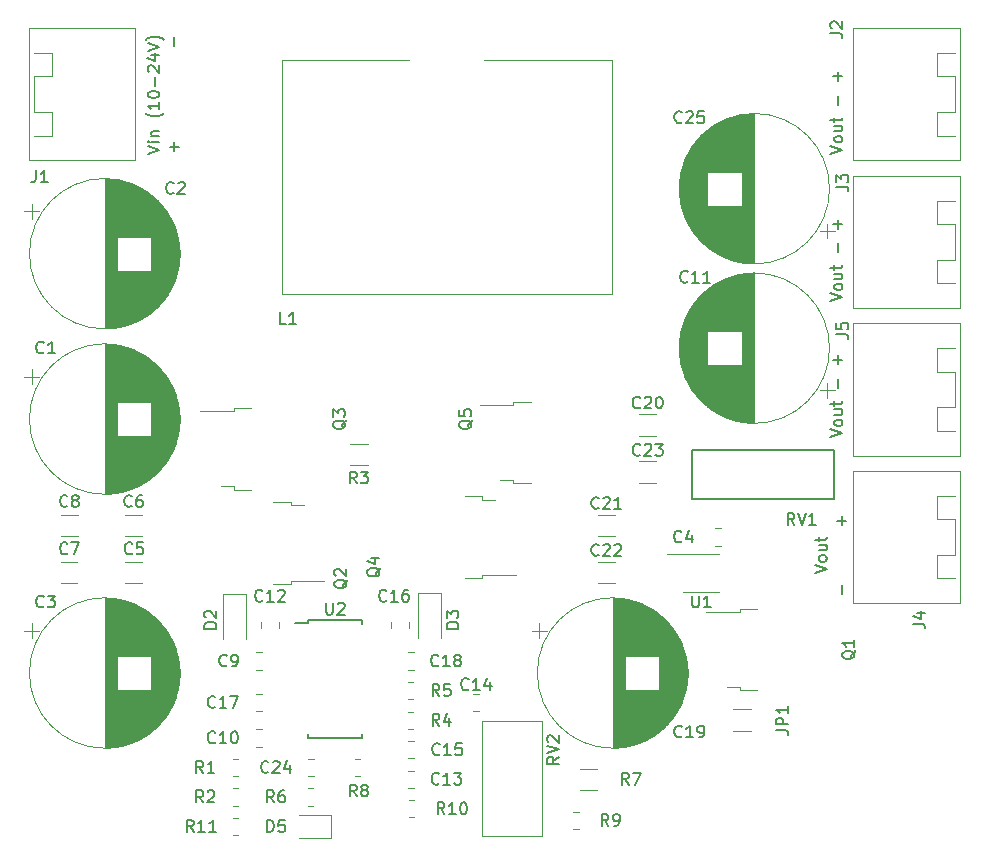
<source format=gto>
G04 #@! TF.GenerationSoftware,KiCad,Pcbnew,5.1.10-88a1d61d58~90~ubuntu20.04.1*
G04 #@! TF.CreationDate,2021-11-04T09:36:55-04:00*
G04 #@! TF.ProjectId,buck_boost,6275636b-5f62-46f6-9f73-742e6b696361,rev?*
G04 #@! TF.SameCoordinates,Original*
G04 #@! TF.FileFunction,Legend,Top*
G04 #@! TF.FilePolarity,Positive*
%FSLAX46Y46*%
G04 Gerber Fmt 4.6, Leading zero omitted, Abs format (unit mm)*
G04 Created by KiCad (PCBNEW 5.1.10-88a1d61d58~90~ubuntu20.04.1) date 2021-11-04 09:36:55*
%MOMM*%
%LPD*%
G01*
G04 APERTURE LIST*
%ADD10C,0.150000*%
%ADD11C,0.120000*%
%ADD12R,2.200000X1.200000*%
%ADD13R,6.400000X5.800000*%
%ADD14C,2.400000*%
%ADD15R,2.400000X2.400000*%
%ADD16C,3.200000*%
%ADD17R,1.100000X0.400000*%
%ADD18R,1.200000X1.542500*%
%ADD19C,1.440000*%
%ADD20C,1.800000*%
%ADD21R,6.350000X6.500000*%
%ADD22R,5.330000X5.590000*%
%ADD23C,2.600000*%
%ADD24R,1.100000X1.100000*%
G04 APERTURE END LIST*
D10*
X93452380Y-31523809D02*
X94452380Y-31190476D01*
X93452380Y-30857142D01*
X94452380Y-30380952D02*
X94404761Y-30476190D01*
X94357142Y-30523809D01*
X94261904Y-30571428D01*
X93976190Y-30571428D01*
X93880952Y-30523809D01*
X93833333Y-30476190D01*
X93785714Y-30380952D01*
X93785714Y-30238095D01*
X93833333Y-30142857D01*
X93880952Y-30095238D01*
X93976190Y-30047619D01*
X94261904Y-30047619D01*
X94357142Y-30095238D01*
X94404761Y-30142857D01*
X94452380Y-30238095D01*
X94452380Y-30380952D01*
X93785714Y-29190476D02*
X94452380Y-29190476D01*
X93785714Y-29619047D02*
X94309523Y-29619047D01*
X94404761Y-29571428D01*
X94452380Y-29476190D01*
X94452380Y-29333333D01*
X94404761Y-29238095D01*
X94357142Y-29190476D01*
X93785714Y-28857142D02*
X93785714Y-28476190D01*
X93452380Y-28714285D02*
X94309523Y-28714285D01*
X94404761Y-28666666D01*
X94452380Y-28571428D01*
X94452380Y-28476190D01*
X94071428Y-27380952D02*
X94071428Y-26619047D01*
X94071428Y-25380952D02*
X94071428Y-24619047D01*
X94452380Y-25000000D02*
X93690476Y-25000000D01*
X93452380Y-44023809D02*
X94452380Y-43690476D01*
X93452380Y-43357142D01*
X94452380Y-42880952D02*
X94404761Y-42976190D01*
X94357142Y-43023809D01*
X94261904Y-43071428D01*
X93976190Y-43071428D01*
X93880952Y-43023809D01*
X93833333Y-42976190D01*
X93785714Y-42880952D01*
X93785714Y-42738095D01*
X93833333Y-42642857D01*
X93880952Y-42595238D01*
X93976190Y-42547619D01*
X94261904Y-42547619D01*
X94357142Y-42595238D01*
X94404761Y-42642857D01*
X94452380Y-42738095D01*
X94452380Y-42880952D01*
X93785714Y-41690476D02*
X94452380Y-41690476D01*
X93785714Y-42119047D02*
X94309523Y-42119047D01*
X94404761Y-42071428D01*
X94452380Y-41976190D01*
X94452380Y-41833333D01*
X94404761Y-41738095D01*
X94357142Y-41690476D01*
X93785714Y-41357142D02*
X93785714Y-40976190D01*
X93452380Y-41214285D02*
X94309523Y-41214285D01*
X94404761Y-41166666D01*
X94452380Y-41071428D01*
X94452380Y-40976190D01*
X94071428Y-39880952D02*
X94071428Y-39119047D01*
X94071428Y-37880952D02*
X94071428Y-37119047D01*
X94452380Y-37500000D02*
X93690476Y-37500000D01*
X93452380Y-55523809D02*
X94452380Y-55190476D01*
X93452380Y-54857142D01*
X94452380Y-54380952D02*
X94404761Y-54476190D01*
X94357142Y-54523809D01*
X94261904Y-54571428D01*
X93976190Y-54571428D01*
X93880952Y-54523809D01*
X93833333Y-54476190D01*
X93785714Y-54380952D01*
X93785714Y-54238095D01*
X93833333Y-54142857D01*
X93880952Y-54095238D01*
X93976190Y-54047619D01*
X94261904Y-54047619D01*
X94357142Y-54095238D01*
X94404761Y-54142857D01*
X94452380Y-54238095D01*
X94452380Y-54380952D01*
X93785714Y-53190476D02*
X94452380Y-53190476D01*
X93785714Y-53619047D02*
X94309523Y-53619047D01*
X94404761Y-53571428D01*
X94452380Y-53476190D01*
X94452380Y-53333333D01*
X94404761Y-53238095D01*
X94357142Y-53190476D01*
X93785714Y-52857142D02*
X93785714Y-52476190D01*
X93452380Y-52714285D02*
X94309523Y-52714285D01*
X94404761Y-52666666D01*
X94452380Y-52571428D01*
X94452380Y-52476190D01*
X94071428Y-51380952D02*
X94071428Y-50619047D01*
X94071428Y-49380952D02*
X94071428Y-48619047D01*
X94452380Y-49000000D02*
X93690476Y-49000000D01*
X92127380Y-67023809D02*
X93127380Y-66690476D01*
X92127380Y-66357142D01*
X93127380Y-65880952D02*
X93079761Y-65976190D01*
X93032142Y-66023809D01*
X92936904Y-66071428D01*
X92651190Y-66071428D01*
X92555952Y-66023809D01*
X92508333Y-65976190D01*
X92460714Y-65880952D01*
X92460714Y-65738095D01*
X92508333Y-65642857D01*
X92555952Y-65595238D01*
X92651190Y-65547619D01*
X92936904Y-65547619D01*
X93032142Y-65595238D01*
X93079761Y-65642857D01*
X93127380Y-65738095D01*
X93127380Y-65880952D01*
X92460714Y-64690476D02*
X93127380Y-64690476D01*
X92460714Y-65119047D02*
X92984523Y-65119047D01*
X93079761Y-65071428D01*
X93127380Y-64976190D01*
X93127380Y-64833333D01*
X93079761Y-64738095D01*
X93032142Y-64690476D01*
X92460714Y-64357142D02*
X92460714Y-63976190D01*
X92127380Y-64214285D02*
X92984523Y-64214285D01*
X93079761Y-64166666D01*
X93127380Y-64071428D01*
X93127380Y-63976190D01*
X94396428Y-68785714D02*
X94396428Y-68023809D01*
X94396428Y-62976190D02*
X94396428Y-62214285D01*
X94777380Y-62595238D02*
X94015476Y-62595238D01*
X35627380Y-31523809D02*
X36627380Y-31190476D01*
X35627380Y-30857142D01*
X36627380Y-30523809D02*
X35960714Y-30523809D01*
X35627380Y-30523809D02*
X35675000Y-30571428D01*
X35722619Y-30523809D01*
X35675000Y-30476190D01*
X35627380Y-30523809D01*
X35722619Y-30523809D01*
X35960714Y-30047619D02*
X36627380Y-30047619D01*
X36055952Y-30047619D02*
X36008333Y-30000000D01*
X35960714Y-29904761D01*
X35960714Y-29761904D01*
X36008333Y-29666666D01*
X36103571Y-29619047D01*
X36627380Y-29619047D01*
X37008333Y-28095238D02*
X36960714Y-28142857D01*
X36817857Y-28238095D01*
X36722619Y-28285714D01*
X36579761Y-28333333D01*
X36341666Y-28380952D01*
X36151190Y-28380952D01*
X35913095Y-28333333D01*
X35770238Y-28285714D01*
X35675000Y-28238095D01*
X35532142Y-28142857D01*
X35484523Y-28095238D01*
X36627380Y-27190476D02*
X36627380Y-27761904D01*
X36627380Y-27476190D02*
X35627380Y-27476190D01*
X35770238Y-27571428D01*
X35865476Y-27666666D01*
X35913095Y-27761904D01*
X35627380Y-26571428D02*
X35627380Y-26476190D01*
X35675000Y-26380952D01*
X35722619Y-26333333D01*
X35817857Y-26285714D01*
X36008333Y-26238095D01*
X36246428Y-26238095D01*
X36436904Y-26285714D01*
X36532142Y-26333333D01*
X36579761Y-26380952D01*
X36627380Y-26476190D01*
X36627380Y-26571428D01*
X36579761Y-26666666D01*
X36532142Y-26714285D01*
X36436904Y-26761904D01*
X36246428Y-26809523D01*
X36008333Y-26809523D01*
X35817857Y-26761904D01*
X35722619Y-26714285D01*
X35675000Y-26666666D01*
X35627380Y-26571428D01*
X36246428Y-25809523D02*
X36246428Y-25047619D01*
X35722619Y-24619047D02*
X35675000Y-24571428D01*
X35627380Y-24476190D01*
X35627380Y-24238095D01*
X35675000Y-24142857D01*
X35722619Y-24095238D01*
X35817857Y-24047619D01*
X35913095Y-24047619D01*
X36055952Y-24095238D01*
X36627380Y-24666666D01*
X36627380Y-24047619D01*
X35960714Y-23190476D02*
X36627380Y-23190476D01*
X35579761Y-23428571D02*
X36294047Y-23666666D01*
X36294047Y-23047619D01*
X35627380Y-22809523D02*
X36627380Y-22476190D01*
X35627380Y-22142857D01*
X37008333Y-21904761D02*
X36960714Y-21857142D01*
X36817857Y-21761904D01*
X36722619Y-21714285D01*
X36579761Y-21666666D01*
X36341666Y-21619047D01*
X36151190Y-21619047D01*
X35913095Y-21666666D01*
X35770238Y-21714285D01*
X35675000Y-21761904D01*
X35532142Y-21857142D01*
X35484523Y-21904761D01*
X37896428Y-31309523D02*
X37896428Y-30547619D01*
X38277380Y-30928571D02*
X37515476Y-30928571D01*
X37896428Y-22452380D02*
X37896428Y-21690476D01*
D11*
X63970000Y-60820000D02*
X65070000Y-60820000D01*
X63970000Y-60550000D02*
X63970000Y-60820000D01*
X62470000Y-60550000D02*
X63970000Y-60550000D01*
X63970000Y-67180000D02*
X66800000Y-67180000D01*
X63970000Y-67450000D02*
X63970000Y-67180000D01*
X62470000Y-67450000D02*
X63970000Y-67450000D01*
X68105000Y-52550000D02*
X66605000Y-52550000D01*
X66605000Y-52550000D02*
X66605000Y-52820000D01*
X66605000Y-52820000D02*
X63775000Y-52820000D01*
X68105000Y-59450000D02*
X66605000Y-59450000D01*
X66605000Y-59450000D02*
X66605000Y-59180000D01*
X66605000Y-59180000D02*
X65505000Y-59180000D01*
X93370000Y-34500000D02*
G75*
G03*
X93370000Y-34500000I-6370000J0D01*
G01*
X87000000Y-40830000D02*
X87000000Y-28170000D01*
X86960000Y-40830000D02*
X86960000Y-28170000D01*
X86920000Y-40830000D02*
X86920000Y-28170000D01*
X86880000Y-40829000D02*
X86880000Y-28171000D01*
X86840000Y-40828000D02*
X86840000Y-28172000D01*
X86800000Y-40827000D02*
X86800000Y-28173000D01*
X86760000Y-40826000D02*
X86760000Y-28174000D01*
X86720000Y-40824000D02*
X86720000Y-28176000D01*
X86680000Y-40822000D02*
X86680000Y-28178000D01*
X86640000Y-40820000D02*
X86640000Y-28180000D01*
X86600000Y-40818000D02*
X86600000Y-28182000D01*
X86560000Y-40815000D02*
X86560000Y-28185000D01*
X86520000Y-40812000D02*
X86520000Y-28188000D01*
X86480000Y-40809000D02*
X86480000Y-28191000D01*
X86440000Y-40806000D02*
X86440000Y-28194000D01*
X86400000Y-40802000D02*
X86400000Y-28198000D01*
X86360000Y-40798000D02*
X86360000Y-28202000D01*
X86320000Y-40794000D02*
X86320000Y-28206000D01*
X86279000Y-40790000D02*
X86279000Y-28210000D01*
X86239000Y-40785000D02*
X86239000Y-28215000D01*
X86199000Y-40780000D02*
X86199000Y-28220000D01*
X86159000Y-40775000D02*
X86159000Y-28225000D01*
X86119000Y-40769000D02*
X86119000Y-28231000D01*
X86079000Y-40764000D02*
X86079000Y-28236000D01*
X86039000Y-40758000D02*
X86039000Y-28242000D01*
X85999000Y-40752000D02*
X85999000Y-28248000D01*
X85959000Y-40745000D02*
X85959000Y-28255000D01*
X85919000Y-40738000D02*
X85919000Y-35940000D01*
X85919000Y-33060000D02*
X85919000Y-28262000D01*
X85879000Y-40731000D02*
X85879000Y-35940000D01*
X85879000Y-33060000D02*
X85879000Y-28269000D01*
X85839000Y-40724000D02*
X85839000Y-35940000D01*
X85839000Y-33060000D02*
X85839000Y-28276000D01*
X85799000Y-40716000D02*
X85799000Y-35940000D01*
X85799000Y-33060000D02*
X85799000Y-28284000D01*
X85759000Y-40709000D02*
X85759000Y-35940000D01*
X85759000Y-33060000D02*
X85759000Y-28291000D01*
X85719000Y-40701000D02*
X85719000Y-35940000D01*
X85719000Y-33060000D02*
X85719000Y-28299000D01*
X85679000Y-40692000D02*
X85679000Y-35940000D01*
X85679000Y-33060000D02*
X85679000Y-28308000D01*
X85639000Y-40684000D02*
X85639000Y-35940000D01*
X85639000Y-33060000D02*
X85639000Y-28316000D01*
X85599000Y-40675000D02*
X85599000Y-35940000D01*
X85599000Y-33060000D02*
X85599000Y-28325000D01*
X85559000Y-40666000D02*
X85559000Y-35940000D01*
X85559000Y-33060000D02*
X85559000Y-28334000D01*
X85519000Y-40656000D02*
X85519000Y-35940000D01*
X85519000Y-33060000D02*
X85519000Y-28344000D01*
X85479000Y-40646000D02*
X85479000Y-35940000D01*
X85479000Y-33060000D02*
X85479000Y-28354000D01*
X85439000Y-40637000D02*
X85439000Y-35940000D01*
X85439000Y-33060000D02*
X85439000Y-28363000D01*
X85399000Y-40626000D02*
X85399000Y-35940000D01*
X85399000Y-33060000D02*
X85399000Y-28374000D01*
X85359000Y-40616000D02*
X85359000Y-35940000D01*
X85359000Y-33060000D02*
X85359000Y-28384000D01*
X85319000Y-40605000D02*
X85319000Y-35940000D01*
X85319000Y-33060000D02*
X85319000Y-28395000D01*
X85279000Y-40594000D02*
X85279000Y-35940000D01*
X85279000Y-33060000D02*
X85279000Y-28406000D01*
X85239000Y-40583000D02*
X85239000Y-35940000D01*
X85239000Y-33060000D02*
X85239000Y-28417000D01*
X85199000Y-40571000D02*
X85199000Y-35940000D01*
X85199000Y-33060000D02*
X85199000Y-28429000D01*
X85159000Y-40559000D02*
X85159000Y-35940000D01*
X85159000Y-33060000D02*
X85159000Y-28441000D01*
X85119000Y-40547000D02*
X85119000Y-35940000D01*
X85119000Y-33060000D02*
X85119000Y-28453000D01*
X85079000Y-40534000D02*
X85079000Y-35940000D01*
X85079000Y-33060000D02*
X85079000Y-28466000D01*
X85039000Y-40521000D02*
X85039000Y-35940000D01*
X85039000Y-33060000D02*
X85039000Y-28479000D01*
X84999000Y-40508000D02*
X84999000Y-35940000D01*
X84999000Y-33060000D02*
X84999000Y-28492000D01*
X84959000Y-40495000D02*
X84959000Y-35940000D01*
X84959000Y-33060000D02*
X84959000Y-28505000D01*
X84919000Y-40481000D02*
X84919000Y-35940000D01*
X84919000Y-33060000D02*
X84919000Y-28519000D01*
X84879000Y-40467000D02*
X84879000Y-35940000D01*
X84879000Y-33060000D02*
X84879000Y-28533000D01*
X84839000Y-40453000D02*
X84839000Y-35940000D01*
X84839000Y-33060000D02*
X84839000Y-28547000D01*
X84799000Y-40439000D02*
X84799000Y-35940000D01*
X84799000Y-33060000D02*
X84799000Y-28561000D01*
X84759000Y-40424000D02*
X84759000Y-35940000D01*
X84759000Y-33060000D02*
X84759000Y-28576000D01*
X84719000Y-40408000D02*
X84719000Y-35940000D01*
X84719000Y-33060000D02*
X84719000Y-28592000D01*
X84679000Y-40393000D02*
X84679000Y-35940000D01*
X84679000Y-33060000D02*
X84679000Y-28607000D01*
X84639000Y-40377000D02*
X84639000Y-35940000D01*
X84639000Y-33060000D02*
X84639000Y-28623000D01*
X84599000Y-40361000D02*
X84599000Y-35940000D01*
X84599000Y-33060000D02*
X84599000Y-28639000D01*
X84559000Y-40345000D02*
X84559000Y-35940000D01*
X84559000Y-33060000D02*
X84559000Y-28655000D01*
X84519000Y-40328000D02*
X84519000Y-35940000D01*
X84519000Y-33060000D02*
X84519000Y-28672000D01*
X84479000Y-40311000D02*
X84479000Y-35940000D01*
X84479000Y-33060000D02*
X84479000Y-28689000D01*
X84439000Y-40293000D02*
X84439000Y-35940000D01*
X84439000Y-33060000D02*
X84439000Y-28707000D01*
X84399000Y-40276000D02*
X84399000Y-35940000D01*
X84399000Y-33060000D02*
X84399000Y-28724000D01*
X84359000Y-40258000D02*
X84359000Y-35940000D01*
X84359000Y-33060000D02*
X84359000Y-28742000D01*
X84319000Y-40239000D02*
X84319000Y-35940000D01*
X84319000Y-33060000D02*
X84319000Y-28761000D01*
X84279000Y-40221000D02*
X84279000Y-35940000D01*
X84279000Y-33060000D02*
X84279000Y-28779000D01*
X84239000Y-40202000D02*
X84239000Y-35940000D01*
X84239000Y-33060000D02*
X84239000Y-28798000D01*
X84199000Y-40182000D02*
X84199000Y-35940000D01*
X84199000Y-33060000D02*
X84199000Y-28818000D01*
X84159000Y-40162000D02*
X84159000Y-35940000D01*
X84159000Y-33060000D02*
X84159000Y-28838000D01*
X84119000Y-40142000D02*
X84119000Y-35940000D01*
X84119000Y-33060000D02*
X84119000Y-28858000D01*
X84079000Y-40122000D02*
X84079000Y-35940000D01*
X84079000Y-33060000D02*
X84079000Y-28878000D01*
X84039000Y-40101000D02*
X84039000Y-35940000D01*
X84039000Y-33060000D02*
X84039000Y-28899000D01*
X83999000Y-40080000D02*
X83999000Y-35940000D01*
X83999000Y-33060000D02*
X83999000Y-28920000D01*
X83959000Y-40058000D02*
X83959000Y-35940000D01*
X83959000Y-33060000D02*
X83959000Y-28942000D01*
X83919000Y-40036000D02*
X83919000Y-35940000D01*
X83919000Y-33060000D02*
X83919000Y-28964000D01*
X83879000Y-40014000D02*
X83879000Y-35940000D01*
X83879000Y-33060000D02*
X83879000Y-28986000D01*
X83839000Y-39991000D02*
X83839000Y-35940000D01*
X83839000Y-33060000D02*
X83839000Y-29009000D01*
X83799000Y-39968000D02*
X83799000Y-35940000D01*
X83799000Y-33060000D02*
X83799000Y-29032000D01*
X83759000Y-39945000D02*
X83759000Y-35940000D01*
X83759000Y-33060000D02*
X83759000Y-29055000D01*
X83719000Y-39921000D02*
X83719000Y-35940000D01*
X83719000Y-33060000D02*
X83719000Y-29079000D01*
X83679000Y-39897000D02*
X83679000Y-35940000D01*
X83679000Y-33060000D02*
X83679000Y-29103000D01*
X83639000Y-39872000D02*
X83639000Y-35940000D01*
X83639000Y-33060000D02*
X83639000Y-29128000D01*
X83599000Y-39847000D02*
X83599000Y-35940000D01*
X83599000Y-33060000D02*
X83599000Y-29153000D01*
X83559000Y-39822000D02*
X83559000Y-35940000D01*
X83559000Y-33060000D02*
X83559000Y-29178000D01*
X83519000Y-39796000D02*
X83519000Y-35940000D01*
X83519000Y-33060000D02*
X83519000Y-29204000D01*
X83479000Y-39770000D02*
X83479000Y-35940000D01*
X83479000Y-33060000D02*
X83479000Y-29230000D01*
X83439000Y-39743000D02*
X83439000Y-35940000D01*
X83439000Y-33060000D02*
X83439000Y-29257000D01*
X83399000Y-39716000D02*
X83399000Y-35940000D01*
X83399000Y-33060000D02*
X83399000Y-29284000D01*
X83359000Y-39688000D02*
X83359000Y-35940000D01*
X83359000Y-33060000D02*
X83359000Y-29312000D01*
X83319000Y-39660000D02*
X83319000Y-35940000D01*
X83319000Y-33060000D02*
X83319000Y-29340000D01*
X83279000Y-39631000D02*
X83279000Y-35940000D01*
X83279000Y-33060000D02*
X83279000Y-29369000D01*
X83239000Y-39602000D02*
X83239000Y-35940000D01*
X83239000Y-33060000D02*
X83239000Y-29398000D01*
X83199000Y-39573000D02*
X83199000Y-35940000D01*
X83199000Y-33060000D02*
X83199000Y-29427000D01*
X83159000Y-39543000D02*
X83159000Y-35940000D01*
X83159000Y-33060000D02*
X83159000Y-29457000D01*
X83119000Y-39512000D02*
X83119000Y-35940000D01*
X83119000Y-33060000D02*
X83119000Y-29488000D01*
X83079000Y-39482000D02*
X83079000Y-35940000D01*
X83079000Y-33060000D02*
X83079000Y-29518000D01*
X83039000Y-39450000D02*
X83039000Y-29550000D01*
X82999000Y-39418000D02*
X82999000Y-29582000D01*
X82959000Y-39385000D02*
X82959000Y-29615000D01*
X82919000Y-39352000D02*
X82919000Y-29648000D01*
X82879000Y-39319000D02*
X82879000Y-29681000D01*
X82839000Y-39285000D02*
X82839000Y-29715000D01*
X82799000Y-39250000D02*
X82799000Y-29750000D01*
X82759000Y-39214000D02*
X82759000Y-29786000D01*
X82719000Y-39178000D02*
X82719000Y-29822000D01*
X82679000Y-39142000D02*
X82679000Y-29858000D01*
X82639000Y-39105000D02*
X82639000Y-29895000D01*
X82599000Y-39067000D02*
X82599000Y-29933000D01*
X82559000Y-39028000D02*
X82559000Y-29972000D01*
X82519000Y-38989000D02*
X82519000Y-30011000D01*
X82479000Y-38949000D02*
X82479000Y-30051000D01*
X82439000Y-38908000D02*
X82439000Y-30092000D01*
X82399000Y-38867000D02*
X82399000Y-30133000D01*
X82359000Y-38825000D02*
X82359000Y-30175000D01*
X82319000Y-38782000D02*
X82319000Y-30218000D01*
X82279000Y-38738000D02*
X82279000Y-30262000D01*
X82239000Y-38694000D02*
X82239000Y-30306000D01*
X82199000Y-38648000D02*
X82199000Y-30352000D01*
X82159000Y-38602000D02*
X82159000Y-30398000D01*
X82119000Y-38555000D02*
X82119000Y-30445000D01*
X82079000Y-38507000D02*
X82079000Y-30493000D01*
X82039000Y-38457000D02*
X82039000Y-30543000D01*
X81999000Y-38407000D02*
X81999000Y-30593000D01*
X81959000Y-38356000D02*
X81959000Y-30644000D01*
X81919000Y-38304000D02*
X81919000Y-30696000D01*
X81879000Y-38250000D02*
X81879000Y-30750000D01*
X81839000Y-38196000D02*
X81839000Y-30804000D01*
X81799000Y-38140000D02*
X81799000Y-30860000D01*
X81759000Y-38083000D02*
X81759000Y-30917000D01*
X81719000Y-38024000D02*
X81719000Y-30976000D01*
X81679000Y-37964000D02*
X81679000Y-31036000D01*
X81639000Y-37902000D02*
X81639000Y-31098000D01*
X81599000Y-37839000D02*
X81599000Y-31161000D01*
X81559000Y-37775000D02*
X81559000Y-31225000D01*
X81519000Y-37708000D02*
X81519000Y-31292000D01*
X81479000Y-37640000D02*
X81479000Y-31360000D01*
X81439000Y-37569000D02*
X81439000Y-31431000D01*
X81399000Y-37496000D02*
X81399000Y-31504000D01*
X81359000Y-37421000D02*
X81359000Y-31579000D01*
X81319000Y-37344000D02*
X81319000Y-31656000D01*
X81279000Y-37264000D02*
X81279000Y-31736000D01*
X81239000Y-37181000D02*
X81239000Y-31819000D01*
X81199000Y-37094000D02*
X81199000Y-31906000D01*
X81159000Y-37004000D02*
X81159000Y-31996000D01*
X81119000Y-36910000D02*
X81119000Y-32090000D01*
X81079000Y-36812000D02*
X81079000Y-32188000D01*
X81039000Y-36709000D02*
X81039000Y-32291000D01*
X80999000Y-36600000D02*
X80999000Y-32400000D01*
X80959000Y-36484000D02*
X80959000Y-32516000D01*
X80919000Y-36361000D02*
X80919000Y-32639000D01*
X80879000Y-36228000D02*
X80879000Y-32772000D01*
X80839000Y-36083000D02*
X80839000Y-32917000D01*
X80799000Y-35922000D02*
X80799000Y-33078000D01*
X80759000Y-35741000D02*
X80759000Y-33259000D01*
X80719000Y-35528000D02*
X80719000Y-33472000D01*
X80679000Y-35257000D02*
X80679000Y-33743000D01*
X80639000Y-34817000D02*
X80639000Y-34183000D01*
X93817082Y-38075000D02*
X92567082Y-38075000D01*
X93192082Y-38700000D02*
X93192082Y-37450000D01*
X93370000Y-48000000D02*
G75*
G03*
X93370000Y-48000000I-6370000J0D01*
G01*
X87000000Y-54330000D02*
X87000000Y-41670000D01*
X86960000Y-54330000D02*
X86960000Y-41670000D01*
X86920000Y-54330000D02*
X86920000Y-41670000D01*
X86880000Y-54329000D02*
X86880000Y-41671000D01*
X86840000Y-54328000D02*
X86840000Y-41672000D01*
X86800000Y-54327000D02*
X86800000Y-41673000D01*
X86760000Y-54326000D02*
X86760000Y-41674000D01*
X86720000Y-54324000D02*
X86720000Y-41676000D01*
X86680000Y-54322000D02*
X86680000Y-41678000D01*
X86640000Y-54320000D02*
X86640000Y-41680000D01*
X86600000Y-54318000D02*
X86600000Y-41682000D01*
X86560000Y-54315000D02*
X86560000Y-41685000D01*
X86520000Y-54312000D02*
X86520000Y-41688000D01*
X86480000Y-54309000D02*
X86480000Y-41691000D01*
X86440000Y-54306000D02*
X86440000Y-41694000D01*
X86400000Y-54302000D02*
X86400000Y-41698000D01*
X86360000Y-54298000D02*
X86360000Y-41702000D01*
X86320000Y-54294000D02*
X86320000Y-41706000D01*
X86279000Y-54290000D02*
X86279000Y-41710000D01*
X86239000Y-54285000D02*
X86239000Y-41715000D01*
X86199000Y-54280000D02*
X86199000Y-41720000D01*
X86159000Y-54275000D02*
X86159000Y-41725000D01*
X86119000Y-54269000D02*
X86119000Y-41731000D01*
X86079000Y-54264000D02*
X86079000Y-41736000D01*
X86039000Y-54258000D02*
X86039000Y-41742000D01*
X85999000Y-54252000D02*
X85999000Y-41748000D01*
X85959000Y-54245000D02*
X85959000Y-41755000D01*
X85919000Y-54238000D02*
X85919000Y-49440000D01*
X85919000Y-46560000D02*
X85919000Y-41762000D01*
X85879000Y-54231000D02*
X85879000Y-49440000D01*
X85879000Y-46560000D02*
X85879000Y-41769000D01*
X85839000Y-54224000D02*
X85839000Y-49440000D01*
X85839000Y-46560000D02*
X85839000Y-41776000D01*
X85799000Y-54216000D02*
X85799000Y-49440000D01*
X85799000Y-46560000D02*
X85799000Y-41784000D01*
X85759000Y-54209000D02*
X85759000Y-49440000D01*
X85759000Y-46560000D02*
X85759000Y-41791000D01*
X85719000Y-54201000D02*
X85719000Y-49440000D01*
X85719000Y-46560000D02*
X85719000Y-41799000D01*
X85679000Y-54192000D02*
X85679000Y-49440000D01*
X85679000Y-46560000D02*
X85679000Y-41808000D01*
X85639000Y-54184000D02*
X85639000Y-49440000D01*
X85639000Y-46560000D02*
X85639000Y-41816000D01*
X85599000Y-54175000D02*
X85599000Y-49440000D01*
X85599000Y-46560000D02*
X85599000Y-41825000D01*
X85559000Y-54166000D02*
X85559000Y-49440000D01*
X85559000Y-46560000D02*
X85559000Y-41834000D01*
X85519000Y-54156000D02*
X85519000Y-49440000D01*
X85519000Y-46560000D02*
X85519000Y-41844000D01*
X85479000Y-54146000D02*
X85479000Y-49440000D01*
X85479000Y-46560000D02*
X85479000Y-41854000D01*
X85439000Y-54137000D02*
X85439000Y-49440000D01*
X85439000Y-46560000D02*
X85439000Y-41863000D01*
X85399000Y-54126000D02*
X85399000Y-49440000D01*
X85399000Y-46560000D02*
X85399000Y-41874000D01*
X85359000Y-54116000D02*
X85359000Y-49440000D01*
X85359000Y-46560000D02*
X85359000Y-41884000D01*
X85319000Y-54105000D02*
X85319000Y-49440000D01*
X85319000Y-46560000D02*
X85319000Y-41895000D01*
X85279000Y-54094000D02*
X85279000Y-49440000D01*
X85279000Y-46560000D02*
X85279000Y-41906000D01*
X85239000Y-54083000D02*
X85239000Y-49440000D01*
X85239000Y-46560000D02*
X85239000Y-41917000D01*
X85199000Y-54071000D02*
X85199000Y-49440000D01*
X85199000Y-46560000D02*
X85199000Y-41929000D01*
X85159000Y-54059000D02*
X85159000Y-49440000D01*
X85159000Y-46560000D02*
X85159000Y-41941000D01*
X85119000Y-54047000D02*
X85119000Y-49440000D01*
X85119000Y-46560000D02*
X85119000Y-41953000D01*
X85079000Y-54034000D02*
X85079000Y-49440000D01*
X85079000Y-46560000D02*
X85079000Y-41966000D01*
X85039000Y-54021000D02*
X85039000Y-49440000D01*
X85039000Y-46560000D02*
X85039000Y-41979000D01*
X84999000Y-54008000D02*
X84999000Y-49440000D01*
X84999000Y-46560000D02*
X84999000Y-41992000D01*
X84959000Y-53995000D02*
X84959000Y-49440000D01*
X84959000Y-46560000D02*
X84959000Y-42005000D01*
X84919000Y-53981000D02*
X84919000Y-49440000D01*
X84919000Y-46560000D02*
X84919000Y-42019000D01*
X84879000Y-53967000D02*
X84879000Y-49440000D01*
X84879000Y-46560000D02*
X84879000Y-42033000D01*
X84839000Y-53953000D02*
X84839000Y-49440000D01*
X84839000Y-46560000D02*
X84839000Y-42047000D01*
X84799000Y-53939000D02*
X84799000Y-49440000D01*
X84799000Y-46560000D02*
X84799000Y-42061000D01*
X84759000Y-53924000D02*
X84759000Y-49440000D01*
X84759000Y-46560000D02*
X84759000Y-42076000D01*
X84719000Y-53908000D02*
X84719000Y-49440000D01*
X84719000Y-46560000D02*
X84719000Y-42092000D01*
X84679000Y-53893000D02*
X84679000Y-49440000D01*
X84679000Y-46560000D02*
X84679000Y-42107000D01*
X84639000Y-53877000D02*
X84639000Y-49440000D01*
X84639000Y-46560000D02*
X84639000Y-42123000D01*
X84599000Y-53861000D02*
X84599000Y-49440000D01*
X84599000Y-46560000D02*
X84599000Y-42139000D01*
X84559000Y-53845000D02*
X84559000Y-49440000D01*
X84559000Y-46560000D02*
X84559000Y-42155000D01*
X84519000Y-53828000D02*
X84519000Y-49440000D01*
X84519000Y-46560000D02*
X84519000Y-42172000D01*
X84479000Y-53811000D02*
X84479000Y-49440000D01*
X84479000Y-46560000D02*
X84479000Y-42189000D01*
X84439000Y-53793000D02*
X84439000Y-49440000D01*
X84439000Y-46560000D02*
X84439000Y-42207000D01*
X84399000Y-53776000D02*
X84399000Y-49440000D01*
X84399000Y-46560000D02*
X84399000Y-42224000D01*
X84359000Y-53758000D02*
X84359000Y-49440000D01*
X84359000Y-46560000D02*
X84359000Y-42242000D01*
X84319000Y-53739000D02*
X84319000Y-49440000D01*
X84319000Y-46560000D02*
X84319000Y-42261000D01*
X84279000Y-53721000D02*
X84279000Y-49440000D01*
X84279000Y-46560000D02*
X84279000Y-42279000D01*
X84239000Y-53702000D02*
X84239000Y-49440000D01*
X84239000Y-46560000D02*
X84239000Y-42298000D01*
X84199000Y-53682000D02*
X84199000Y-49440000D01*
X84199000Y-46560000D02*
X84199000Y-42318000D01*
X84159000Y-53662000D02*
X84159000Y-49440000D01*
X84159000Y-46560000D02*
X84159000Y-42338000D01*
X84119000Y-53642000D02*
X84119000Y-49440000D01*
X84119000Y-46560000D02*
X84119000Y-42358000D01*
X84079000Y-53622000D02*
X84079000Y-49440000D01*
X84079000Y-46560000D02*
X84079000Y-42378000D01*
X84039000Y-53601000D02*
X84039000Y-49440000D01*
X84039000Y-46560000D02*
X84039000Y-42399000D01*
X83999000Y-53580000D02*
X83999000Y-49440000D01*
X83999000Y-46560000D02*
X83999000Y-42420000D01*
X83959000Y-53558000D02*
X83959000Y-49440000D01*
X83959000Y-46560000D02*
X83959000Y-42442000D01*
X83919000Y-53536000D02*
X83919000Y-49440000D01*
X83919000Y-46560000D02*
X83919000Y-42464000D01*
X83879000Y-53514000D02*
X83879000Y-49440000D01*
X83879000Y-46560000D02*
X83879000Y-42486000D01*
X83839000Y-53491000D02*
X83839000Y-49440000D01*
X83839000Y-46560000D02*
X83839000Y-42509000D01*
X83799000Y-53468000D02*
X83799000Y-49440000D01*
X83799000Y-46560000D02*
X83799000Y-42532000D01*
X83759000Y-53445000D02*
X83759000Y-49440000D01*
X83759000Y-46560000D02*
X83759000Y-42555000D01*
X83719000Y-53421000D02*
X83719000Y-49440000D01*
X83719000Y-46560000D02*
X83719000Y-42579000D01*
X83679000Y-53397000D02*
X83679000Y-49440000D01*
X83679000Y-46560000D02*
X83679000Y-42603000D01*
X83639000Y-53372000D02*
X83639000Y-49440000D01*
X83639000Y-46560000D02*
X83639000Y-42628000D01*
X83599000Y-53347000D02*
X83599000Y-49440000D01*
X83599000Y-46560000D02*
X83599000Y-42653000D01*
X83559000Y-53322000D02*
X83559000Y-49440000D01*
X83559000Y-46560000D02*
X83559000Y-42678000D01*
X83519000Y-53296000D02*
X83519000Y-49440000D01*
X83519000Y-46560000D02*
X83519000Y-42704000D01*
X83479000Y-53270000D02*
X83479000Y-49440000D01*
X83479000Y-46560000D02*
X83479000Y-42730000D01*
X83439000Y-53243000D02*
X83439000Y-49440000D01*
X83439000Y-46560000D02*
X83439000Y-42757000D01*
X83399000Y-53216000D02*
X83399000Y-49440000D01*
X83399000Y-46560000D02*
X83399000Y-42784000D01*
X83359000Y-53188000D02*
X83359000Y-49440000D01*
X83359000Y-46560000D02*
X83359000Y-42812000D01*
X83319000Y-53160000D02*
X83319000Y-49440000D01*
X83319000Y-46560000D02*
X83319000Y-42840000D01*
X83279000Y-53131000D02*
X83279000Y-49440000D01*
X83279000Y-46560000D02*
X83279000Y-42869000D01*
X83239000Y-53102000D02*
X83239000Y-49440000D01*
X83239000Y-46560000D02*
X83239000Y-42898000D01*
X83199000Y-53073000D02*
X83199000Y-49440000D01*
X83199000Y-46560000D02*
X83199000Y-42927000D01*
X83159000Y-53043000D02*
X83159000Y-49440000D01*
X83159000Y-46560000D02*
X83159000Y-42957000D01*
X83119000Y-53012000D02*
X83119000Y-49440000D01*
X83119000Y-46560000D02*
X83119000Y-42988000D01*
X83079000Y-52982000D02*
X83079000Y-49440000D01*
X83079000Y-46560000D02*
X83079000Y-43018000D01*
X83039000Y-52950000D02*
X83039000Y-43050000D01*
X82999000Y-52918000D02*
X82999000Y-43082000D01*
X82959000Y-52885000D02*
X82959000Y-43115000D01*
X82919000Y-52852000D02*
X82919000Y-43148000D01*
X82879000Y-52819000D02*
X82879000Y-43181000D01*
X82839000Y-52785000D02*
X82839000Y-43215000D01*
X82799000Y-52750000D02*
X82799000Y-43250000D01*
X82759000Y-52714000D02*
X82759000Y-43286000D01*
X82719000Y-52678000D02*
X82719000Y-43322000D01*
X82679000Y-52642000D02*
X82679000Y-43358000D01*
X82639000Y-52605000D02*
X82639000Y-43395000D01*
X82599000Y-52567000D02*
X82599000Y-43433000D01*
X82559000Y-52528000D02*
X82559000Y-43472000D01*
X82519000Y-52489000D02*
X82519000Y-43511000D01*
X82479000Y-52449000D02*
X82479000Y-43551000D01*
X82439000Y-52408000D02*
X82439000Y-43592000D01*
X82399000Y-52367000D02*
X82399000Y-43633000D01*
X82359000Y-52325000D02*
X82359000Y-43675000D01*
X82319000Y-52282000D02*
X82319000Y-43718000D01*
X82279000Y-52238000D02*
X82279000Y-43762000D01*
X82239000Y-52194000D02*
X82239000Y-43806000D01*
X82199000Y-52148000D02*
X82199000Y-43852000D01*
X82159000Y-52102000D02*
X82159000Y-43898000D01*
X82119000Y-52055000D02*
X82119000Y-43945000D01*
X82079000Y-52007000D02*
X82079000Y-43993000D01*
X82039000Y-51957000D02*
X82039000Y-44043000D01*
X81999000Y-51907000D02*
X81999000Y-44093000D01*
X81959000Y-51856000D02*
X81959000Y-44144000D01*
X81919000Y-51804000D02*
X81919000Y-44196000D01*
X81879000Y-51750000D02*
X81879000Y-44250000D01*
X81839000Y-51696000D02*
X81839000Y-44304000D01*
X81799000Y-51640000D02*
X81799000Y-44360000D01*
X81759000Y-51583000D02*
X81759000Y-44417000D01*
X81719000Y-51524000D02*
X81719000Y-44476000D01*
X81679000Y-51464000D02*
X81679000Y-44536000D01*
X81639000Y-51402000D02*
X81639000Y-44598000D01*
X81599000Y-51339000D02*
X81599000Y-44661000D01*
X81559000Y-51275000D02*
X81559000Y-44725000D01*
X81519000Y-51208000D02*
X81519000Y-44792000D01*
X81479000Y-51140000D02*
X81479000Y-44860000D01*
X81439000Y-51069000D02*
X81439000Y-44931000D01*
X81399000Y-50996000D02*
X81399000Y-45004000D01*
X81359000Y-50921000D02*
X81359000Y-45079000D01*
X81319000Y-50844000D02*
X81319000Y-45156000D01*
X81279000Y-50764000D02*
X81279000Y-45236000D01*
X81239000Y-50681000D02*
X81239000Y-45319000D01*
X81199000Y-50594000D02*
X81199000Y-45406000D01*
X81159000Y-50504000D02*
X81159000Y-45496000D01*
X81119000Y-50410000D02*
X81119000Y-45590000D01*
X81079000Y-50312000D02*
X81079000Y-45688000D01*
X81039000Y-50209000D02*
X81039000Y-45791000D01*
X80999000Y-50100000D02*
X80999000Y-45900000D01*
X80959000Y-49984000D02*
X80959000Y-46016000D01*
X80919000Y-49861000D02*
X80919000Y-46139000D01*
X80879000Y-49728000D02*
X80879000Y-46272000D01*
X80839000Y-49583000D02*
X80839000Y-46417000D01*
X80799000Y-49422000D02*
X80799000Y-46578000D01*
X80759000Y-49241000D02*
X80759000Y-46759000D01*
X80719000Y-49028000D02*
X80719000Y-46972000D01*
X80679000Y-48757000D02*
X80679000Y-47243000D01*
X80639000Y-48317000D02*
X80639000Y-47683000D01*
X93817082Y-51575000D02*
X92567082Y-51575000D01*
X93192082Y-52200000D02*
X93192082Y-50950000D01*
X44430000Y-53075000D02*
X42930000Y-53075000D01*
X42930000Y-53075000D02*
X42930000Y-53345000D01*
X42930000Y-53345000D02*
X40100000Y-53345000D01*
X44430000Y-59975000D02*
X42930000Y-59975000D01*
X42930000Y-59975000D02*
X42930000Y-59705000D01*
X42930000Y-59705000D02*
X41830000Y-59705000D01*
X47770000Y-61320000D02*
X48870000Y-61320000D01*
X47770000Y-61050000D02*
X47770000Y-61320000D01*
X46270000Y-61050000D02*
X47770000Y-61050000D01*
X47770000Y-67680000D02*
X50600000Y-67680000D01*
X47770000Y-67950000D02*
X47770000Y-67680000D01*
X46270000Y-67950000D02*
X47770000Y-67950000D01*
X87255000Y-70075000D02*
X85755000Y-70075000D01*
X85755000Y-70075000D02*
X85755000Y-70345000D01*
X85755000Y-70345000D02*
X82925000Y-70345000D01*
X87255000Y-76975000D02*
X85755000Y-76975000D01*
X85755000Y-76975000D02*
X85755000Y-76705000D01*
X85755000Y-76705000D02*
X84655000Y-76705000D01*
D10*
X49175000Y-71025000D02*
X49175000Y-71250000D01*
X53825000Y-71025000D02*
X53825000Y-71350000D01*
X53825000Y-80975000D02*
X53825000Y-80650000D01*
X49175000Y-80975000D02*
X49175000Y-80650000D01*
X49175000Y-71025000D02*
X53825000Y-71025000D01*
X49175000Y-80975000D02*
X53825000Y-80975000D01*
X49175000Y-71250000D02*
X48100000Y-71250000D01*
D11*
X82500000Y-65390000D02*
X79575000Y-65390000D01*
X82500000Y-65390000D02*
X84000000Y-65390000D01*
X82500000Y-68610000D02*
X81000000Y-68610000D01*
X82500000Y-68610000D02*
X84000000Y-68610000D01*
X69030000Y-89345000D02*
X63960000Y-89345000D01*
X69030000Y-79575000D02*
X63960000Y-79575000D01*
X63960000Y-79575000D02*
X63960000Y-89345000D01*
X69030000Y-79575000D02*
X69030000Y-89345000D01*
D10*
X93750000Y-60783330D02*
X93750000Y-56583330D01*
X81750000Y-60783330D02*
X81750000Y-56583330D01*
X93750000Y-60783330D02*
X81750000Y-60783330D01*
X93750000Y-56583330D02*
X81750000Y-56583330D01*
D11*
X42860436Y-89235000D02*
X43314564Y-89235000D01*
X42860436Y-87765000D02*
X43314564Y-87765000D01*
X57772936Y-87735000D02*
X58227064Y-87735000D01*
X57772936Y-86265000D02*
X58227064Y-86265000D01*
X71685436Y-88735000D02*
X72139564Y-88735000D01*
X71685436Y-87265000D02*
X72139564Y-87265000D01*
X53185436Y-82765000D02*
X53639564Y-82765000D01*
X53185436Y-84235000D02*
X53639564Y-84235000D01*
X73727064Y-83590000D02*
X72272936Y-83590000D01*
X73727064Y-85410000D02*
X72272936Y-85410000D01*
X49185436Y-85265000D02*
X49639564Y-85265000D01*
X49185436Y-86735000D02*
X49639564Y-86735000D01*
X57685436Y-77735000D02*
X58139564Y-77735000D01*
X57685436Y-76265000D02*
X58139564Y-76265000D01*
X57685436Y-80235000D02*
X58139564Y-80235000D01*
X57685436Y-78765000D02*
X58139564Y-78765000D01*
X52810436Y-57910000D02*
X54264564Y-57910000D01*
X52810436Y-56090000D02*
X54264564Y-56090000D01*
X43314564Y-85265000D02*
X42860436Y-85265000D01*
X43314564Y-86735000D02*
X42860436Y-86735000D01*
X42860436Y-84235000D02*
X43314564Y-84235000D01*
X42860436Y-82765000D02*
X43314564Y-82765000D01*
X47050000Y-23640000D02*
X47050000Y-43440000D01*
X74950000Y-23640000D02*
X74950000Y-43440000D01*
X47050000Y-43440000D02*
X74950000Y-43440000D01*
X47050000Y-23640000D02*
X74950000Y-23640000D01*
X85235436Y-80410000D02*
X86689564Y-80410000D01*
X85235436Y-78590000D02*
X86689564Y-78590000D01*
X104400000Y-57100000D02*
X104400000Y-45900000D01*
X104400000Y-57100000D02*
X95400000Y-57100000D01*
X104400000Y-45900000D02*
X95400000Y-45900000D01*
X95400000Y-57100000D02*
X95400000Y-45900000D01*
X102500000Y-55000000D02*
X104000000Y-55000000D01*
X104000000Y-55000000D02*
X102500000Y-55000000D01*
X102500000Y-55000000D02*
X102500000Y-53000000D01*
X102500000Y-53000000D02*
X104000000Y-53000000D01*
X104000000Y-53000000D02*
X104000000Y-50000000D01*
X104000000Y-50000000D02*
X102500000Y-50000000D01*
X102500000Y-50000000D02*
X102500000Y-48000000D01*
X102500000Y-48000000D02*
X104000000Y-48000000D01*
X104400000Y-69600000D02*
X104400000Y-58400000D01*
X104400000Y-69600000D02*
X95400000Y-69600000D01*
X104400000Y-58400000D02*
X95400000Y-58400000D01*
X95400000Y-69600000D02*
X95400000Y-58400000D01*
X102500000Y-67500000D02*
X104000000Y-67500000D01*
X104000000Y-67500000D02*
X102500000Y-67500000D01*
X102500000Y-67500000D02*
X102500000Y-65500000D01*
X102500000Y-65500000D02*
X104000000Y-65500000D01*
X104000000Y-65500000D02*
X104000000Y-62500000D01*
X104000000Y-62500000D02*
X102500000Y-62500000D01*
X102500000Y-62500000D02*
X102500000Y-60500000D01*
X102500000Y-60500000D02*
X104000000Y-60500000D01*
X104400000Y-44600000D02*
X104400000Y-33400000D01*
X104400000Y-44600000D02*
X95400000Y-44600000D01*
X104400000Y-33400000D02*
X95400000Y-33400000D01*
X95400000Y-44600000D02*
X95400000Y-33400000D01*
X102500000Y-42500000D02*
X104000000Y-42500000D01*
X104000000Y-42500000D02*
X102500000Y-42500000D01*
X102500000Y-42500000D02*
X102500000Y-40500000D01*
X102500000Y-40500000D02*
X104000000Y-40500000D01*
X104000000Y-40500000D02*
X104000000Y-37500000D01*
X104000000Y-37500000D02*
X102500000Y-37500000D01*
X102500000Y-37500000D02*
X102500000Y-35500000D01*
X102500000Y-35500000D02*
X104000000Y-35500000D01*
X104400000Y-32100000D02*
X104400000Y-20900000D01*
X104400000Y-32100000D02*
X95400000Y-32100000D01*
X104400000Y-20900000D02*
X95400000Y-20900000D01*
X95400000Y-32100000D02*
X95400000Y-20900000D01*
X102500000Y-30000000D02*
X104000000Y-30000000D01*
X104000000Y-30000000D02*
X102500000Y-30000000D01*
X102500000Y-30000000D02*
X102500000Y-28000000D01*
X102500000Y-28000000D02*
X104000000Y-28000000D01*
X104000000Y-28000000D02*
X104000000Y-25000000D01*
X104000000Y-25000000D02*
X102500000Y-25000000D01*
X102500000Y-25000000D02*
X102500000Y-23000000D01*
X102500000Y-23000000D02*
X104000000Y-23000000D01*
X25600000Y-20900000D02*
X25600000Y-32100000D01*
X25600000Y-20900000D02*
X34600000Y-20900000D01*
X25600000Y-32100000D02*
X34600000Y-32100000D01*
X34600000Y-20900000D02*
X34600000Y-32100000D01*
X27500000Y-23000000D02*
X26000000Y-23000000D01*
X26000000Y-23000000D02*
X27500000Y-23000000D01*
X27500000Y-23000000D02*
X27500000Y-25000000D01*
X27500000Y-25000000D02*
X26000000Y-25000000D01*
X26000000Y-25000000D02*
X26000000Y-28000000D01*
X26000000Y-28000000D02*
X27500000Y-28000000D01*
X27500000Y-28000000D02*
X27500000Y-30000000D01*
X27500000Y-30000000D02*
X26000000Y-30000000D01*
X51122500Y-87540000D02*
X48437500Y-87540000D01*
X51122500Y-89460000D02*
X51122500Y-87540000D01*
X48437500Y-89460000D02*
X51122500Y-89460000D01*
X60500000Y-68700000D02*
X58500000Y-68700000D01*
X58500000Y-68700000D02*
X58500000Y-72550000D01*
X60500000Y-68700000D02*
X60500000Y-72550000D01*
X44000000Y-68800000D02*
X42000000Y-68800000D01*
X42000000Y-68800000D02*
X42000000Y-72650000D01*
X44000000Y-68800000D02*
X44000000Y-72650000D01*
X49711252Y-84235000D02*
X49188748Y-84235000D01*
X49711252Y-82765000D02*
X49188748Y-82765000D01*
X77263748Y-59410000D02*
X78686252Y-59410000D01*
X77263748Y-57590000D02*
X78686252Y-57590000D01*
X73763748Y-67910000D02*
X75186252Y-67910000D01*
X73763748Y-66090000D02*
X75186252Y-66090000D01*
X73763748Y-63910000D02*
X75186252Y-63910000D01*
X73763748Y-62090000D02*
X75186252Y-62090000D01*
X77263748Y-55410000D02*
X78686252Y-55410000D01*
X77263748Y-53590000D02*
X78686252Y-53590000D01*
X68807918Y-71300000D02*
X68807918Y-72550000D01*
X68182918Y-71925000D02*
X69432918Y-71925000D01*
X81361000Y-75183000D02*
X81361000Y-75817000D01*
X81321000Y-74743000D02*
X81321000Y-76257000D01*
X81281000Y-74472000D02*
X81281000Y-76528000D01*
X81241000Y-74259000D02*
X81241000Y-76741000D01*
X81201000Y-74078000D02*
X81201000Y-76922000D01*
X81161000Y-73917000D02*
X81161000Y-77083000D01*
X81121000Y-73772000D02*
X81121000Y-77228000D01*
X81081000Y-73639000D02*
X81081000Y-77361000D01*
X81041000Y-73516000D02*
X81041000Y-77484000D01*
X81001000Y-73400000D02*
X81001000Y-77600000D01*
X80961000Y-73291000D02*
X80961000Y-77709000D01*
X80921000Y-73188000D02*
X80921000Y-77812000D01*
X80881000Y-73090000D02*
X80881000Y-77910000D01*
X80841000Y-72996000D02*
X80841000Y-78004000D01*
X80801000Y-72906000D02*
X80801000Y-78094000D01*
X80761000Y-72819000D02*
X80761000Y-78181000D01*
X80721000Y-72736000D02*
X80721000Y-78264000D01*
X80681000Y-72656000D02*
X80681000Y-78344000D01*
X80641000Y-72579000D02*
X80641000Y-78421000D01*
X80601000Y-72504000D02*
X80601000Y-78496000D01*
X80561000Y-72431000D02*
X80561000Y-78569000D01*
X80521000Y-72360000D02*
X80521000Y-78640000D01*
X80481000Y-72292000D02*
X80481000Y-78708000D01*
X80441000Y-72225000D02*
X80441000Y-78775000D01*
X80401000Y-72161000D02*
X80401000Y-78839000D01*
X80361000Y-72098000D02*
X80361000Y-78902000D01*
X80321000Y-72036000D02*
X80321000Y-78964000D01*
X80281000Y-71976000D02*
X80281000Y-79024000D01*
X80241000Y-71917000D02*
X80241000Y-79083000D01*
X80201000Y-71860000D02*
X80201000Y-79140000D01*
X80161000Y-71804000D02*
X80161000Y-79196000D01*
X80121000Y-71750000D02*
X80121000Y-79250000D01*
X80081000Y-71696000D02*
X80081000Y-79304000D01*
X80041000Y-71644000D02*
X80041000Y-79356000D01*
X80001000Y-71593000D02*
X80001000Y-79407000D01*
X79961000Y-71543000D02*
X79961000Y-79457000D01*
X79921000Y-71493000D02*
X79921000Y-79507000D01*
X79881000Y-71445000D02*
X79881000Y-79555000D01*
X79841000Y-71398000D02*
X79841000Y-79602000D01*
X79801000Y-71352000D02*
X79801000Y-79648000D01*
X79761000Y-71306000D02*
X79761000Y-79694000D01*
X79721000Y-71262000D02*
X79721000Y-79738000D01*
X79681000Y-71218000D02*
X79681000Y-79782000D01*
X79641000Y-71175000D02*
X79641000Y-79825000D01*
X79601000Y-71133000D02*
X79601000Y-79867000D01*
X79561000Y-71092000D02*
X79561000Y-79908000D01*
X79521000Y-71051000D02*
X79521000Y-79949000D01*
X79481000Y-71011000D02*
X79481000Y-79989000D01*
X79441000Y-70972000D02*
X79441000Y-80028000D01*
X79401000Y-70933000D02*
X79401000Y-80067000D01*
X79361000Y-70895000D02*
X79361000Y-80105000D01*
X79321000Y-70858000D02*
X79321000Y-80142000D01*
X79281000Y-70822000D02*
X79281000Y-80178000D01*
X79241000Y-70786000D02*
X79241000Y-80214000D01*
X79201000Y-70750000D02*
X79201000Y-80250000D01*
X79161000Y-70715000D02*
X79161000Y-80285000D01*
X79121000Y-70681000D02*
X79121000Y-80319000D01*
X79081000Y-70648000D02*
X79081000Y-80352000D01*
X79041000Y-70615000D02*
X79041000Y-80385000D01*
X79001000Y-70582000D02*
X79001000Y-80418000D01*
X78961000Y-70550000D02*
X78961000Y-80450000D01*
X78921000Y-76940000D02*
X78921000Y-80482000D01*
X78921000Y-70518000D02*
X78921000Y-74060000D01*
X78881000Y-76940000D02*
X78881000Y-80512000D01*
X78881000Y-70488000D02*
X78881000Y-74060000D01*
X78841000Y-76940000D02*
X78841000Y-80543000D01*
X78841000Y-70457000D02*
X78841000Y-74060000D01*
X78801000Y-76940000D02*
X78801000Y-80573000D01*
X78801000Y-70427000D02*
X78801000Y-74060000D01*
X78761000Y-76940000D02*
X78761000Y-80602000D01*
X78761000Y-70398000D02*
X78761000Y-74060000D01*
X78721000Y-76940000D02*
X78721000Y-80631000D01*
X78721000Y-70369000D02*
X78721000Y-74060000D01*
X78681000Y-76940000D02*
X78681000Y-80660000D01*
X78681000Y-70340000D02*
X78681000Y-74060000D01*
X78641000Y-76940000D02*
X78641000Y-80688000D01*
X78641000Y-70312000D02*
X78641000Y-74060000D01*
X78601000Y-76940000D02*
X78601000Y-80716000D01*
X78601000Y-70284000D02*
X78601000Y-74060000D01*
X78561000Y-76940000D02*
X78561000Y-80743000D01*
X78561000Y-70257000D02*
X78561000Y-74060000D01*
X78521000Y-76940000D02*
X78521000Y-80770000D01*
X78521000Y-70230000D02*
X78521000Y-74060000D01*
X78481000Y-76940000D02*
X78481000Y-80796000D01*
X78481000Y-70204000D02*
X78481000Y-74060000D01*
X78441000Y-76940000D02*
X78441000Y-80822000D01*
X78441000Y-70178000D02*
X78441000Y-74060000D01*
X78401000Y-76940000D02*
X78401000Y-80847000D01*
X78401000Y-70153000D02*
X78401000Y-74060000D01*
X78361000Y-76940000D02*
X78361000Y-80872000D01*
X78361000Y-70128000D02*
X78361000Y-74060000D01*
X78321000Y-76940000D02*
X78321000Y-80897000D01*
X78321000Y-70103000D02*
X78321000Y-74060000D01*
X78281000Y-76940000D02*
X78281000Y-80921000D01*
X78281000Y-70079000D02*
X78281000Y-74060000D01*
X78241000Y-76940000D02*
X78241000Y-80945000D01*
X78241000Y-70055000D02*
X78241000Y-74060000D01*
X78201000Y-76940000D02*
X78201000Y-80968000D01*
X78201000Y-70032000D02*
X78201000Y-74060000D01*
X78161000Y-76940000D02*
X78161000Y-80991000D01*
X78161000Y-70009000D02*
X78161000Y-74060000D01*
X78121000Y-76940000D02*
X78121000Y-81014000D01*
X78121000Y-69986000D02*
X78121000Y-74060000D01*
X78081000Y-76940000D02*
X78081000Y-81036000D01*
X78081000Y-69964000D02*
X78081000Y-74060000D01*
X78041000Y-76940000D02*
X78041000Y-81058000D01*
X78041000Y-69942000D02*
X78041000Y-74060000D01*
X78001000Y-76940000D02*
X78001000Y-81080000D01*
X78001000Y-69920000D02*
X78001000Y-74060000D01*
X77961000Y-76940000D02*
X77961000Y-81101000D01*
X77961000Y-69899000D02*
X77961000Y-74060000D01*
X77921000Y-76940000D02*
X77921000Y-81122000D01*
X77921000Y-69878000D02*
X77921000Y-74060000D01*
X77881000Y-76940000D02*
X77881000Y-81142000D01*
X77881000Y-69858000D02*
X77881000Y-74060000D01*
X77841000Y-76940000D02*
X77841000Y-81162000D01*
X77841000Y-69838000D02*
X77841000Y-74060000D01*
X77801000Y-76940000D02*
X77801000Y-81182000D01*
X77801000Y-69818000D02*
X77801000Y-74060000D01*
X77761000Y-76940000D02*
X77761000Y-81202000D01*
X77761000Y-69798000D02*
X77761000Y-74060000D01*
X77721000Y-76940000D02*
X77721000Y-81221000D01*
X77721000Y-69779000D02*
X77721000Y-74060000D01*
X77681000Y-76940000D02*
X77681000Y-81239000D01*
X77681000Y-69761000D02*
X77681000Y-74060000D01*
X77641000Y-76940000D02*
X77641000Y-81258000D01*
X77641000Y-69742000D02*
X77641000Y-74060000D01*
X77601000Y-76940000D02*
X77601000Y-81276000D01*
X77601000Y-69724000D02*
X77601000Y-74060000D01*
X77561000Y-76940000D02*
X77561000Y-81293000D01*
X77561000Y-69707000D02*
X77561000Y-74060000D01*
X77521000Y-76940000D02*
X77521000Y-81311000D01*
X77521000Y-69689000D02*
X77521000Y-74060000D01*
X77481000Y-76940000D02*
X77481000Y-81328000D01*
X77481000Y-69672000D02*
X77481000Y-74060000D01*
X77441000Y-76940000D02*
X77441000Y-81345000D01*
X77441000Y-69655000D02*
X77441000Y-74060000D01*
X77401000Y-76940000D02*
X77401000Y-81361000D01*
X77401000Y-69639000D02*
X77401000Y-74060000D01*
X77361000Y-76940000D02*
X77361000Y-81377000D01*
X77361000Y-69623000D02*
X77361000Y-74060000D01*
X77321000Y-76940000D02*
X77321000Y-81393000D01*
X77321000Y-69607000D02*
X77321000Y-74060000D01*
X77281000Y-76940000D02*
X77281000Y-81408000D01*
X77281000Y-69592000D02*
X77281000Y-74060000D01*
X77241000Y-76940000D02*
X77241000Y-81424000D01*
X77241000Y-69576000D02*
X77241000Y-74060000D01*
X77201000Y-76940000D02*
X77201000Y-81439000D01*
X77201000Y-69561000D02*
X77201000Y-74060000D01*
X77161000Y-76940000D02*
X77161000Y-81453000D01*
X77161000Y-69547000D02*
X77161000Y-74060000D01*
X77121000Y-76940000D02*
X77121000Y-81467000D01*
X77121000Y-69533000D02*
X77121000Y-74060000D01*
X77081000Y-76940000D02*
X77081000Y-81481000D01*
X77081000Y-69519000D02*
X77081000Y-74060000D01*
X77041000Y-76940000D02*
X77041000Y-81495000D01*
X77041000Y-69505000D02*
X77041000Y-74060000D01*
X77001000Y-76940000D02*
X77001000Y-81508000D01*
X77001000Y-69492000D02*
X77001000Y-74060000D01*
X76961000Y-76940000D02*
X76961000Y-81521000D01*
X76961000Y-69479000D02*
X76961000Y-74060000D01*
X76921000Y-76940000D02*
X76921000Y-81534000D01*
X76921000Y-69466000D02*
X76921000Y-74060000D01*
X76881000Y-76940000D02*
X76881000Y-81547000D01*
X76881000Y-69453000D02*
X76881000Y-74060000D01*
X76841000Y-76940000D02*
X76841000Y-81559000D01*
X76841000Y-69441000D02*
X76841000Y-74060000D01*
X76801000Y-76940000D02*
X76801000Y-81571000D01*
X76801000Y-69429000D02*
X76801000Y-74060000D01*
X76761000Y-76940000D02*
X76761000Y-81583000D01*
X76761000Y-69417000D02*
X76761000Y-74060000D01*
X76721000Y-76940000D02*
X76721000Y-81594000D01*
X76721000Y-69406000D02*
X76721000Y-74060000D01*
X76681000Y-76940000D02*
X76681000Y-81605000D01*
X76681000Y-69395000D02*
X76681000Y-74060000D01*
X76641000Y-76940000D02*
X76641000Y-81616000D01*
X76641000Y-69384000D02*
X76641000Y-74060000D01*
X76601000Y-76940000D02*
X76601000Y-81626000D01*
X76601000Y-69374000D02*
X76601000Y-74060000D01*
X76561000Y-76940000D02*
X76561000Y-81637000D01*
X76561000Y-69363000D02*
X76561000Y-74060000D01*
X76521000Y-76940000D02*
X76521000Y-81646000D01*
X76521000Y-69354000D02*
X76521000Y-74060000D01*
X76481000Y-76940000D02*
X76481000Y-81656000D01*
X76481000Y-69344000D02*
X76481000Y-74060000D01*
X76441000Y-76940000D02*
X76441000Y-81666000D01*
X76441000Y-69334000D02*
X76441000Y-74060000D01*
X76401000Y-76940000D02*
X76401000Y-81675000D01*
X76401000Y-69325000D02*
X76401000Y-74060000D01*
X76361000Y-76940000D02*
X76361000Y-81684000D01*
X76361000Y-69316000D02*
X76361000Y-74060000D01*
X76321000Y-76940000D02*
X76321000Y-81692000D01*
X76321000Y-69308000D02*
X76321000Y-74060000D01*
X76281000Y-76940000D02*
X76281000Y-81701000D01*
X76281000Y-69299000D02*
X76281000Y-74060000D01*
X76241000Y-76940000D02*
X76241000Y-81709000D01*
X76241000Y-69291000D02*
X76241000Y-74060000D01*
X76201000Y-76940000D02*
X76201000Y-81716000D01*
X76201000Y-69284000D02*
X76201000Y-74060000D01*
X76161000Y-76940000D02*
X76161000Y-81724000D01*
X76161000Y-69276000D02*
X76161000Y-74060000D01*
X76121000Y-76940000D02*
X76121000Y-81731000D01*
X76121000Y-69269000D02*
X76121000Y-74060000D01*
X76081000Y-76940000D02*
X76081000Y-81738000D01*
X76081000Y-69262000D02*
X76081000Y-74060000D01*
X76041000Y-69255000D02*
X76041000Y-81745000D01*
X76001000Y-69248000D02*
X76001000Y-81752000D01*
X75961000Y-69242000D02*
X75961000Y-81758000D01*
X75921000Y-69236000D02*
X75921000Y-81764000D01*
X75881000Y-69231000D02*
X75881000Y-81769000D01*
X75841000Y-69225000D02*
X75841000Y-81775000D01*
X75801000Y-69220000D02*
X75801000Y-81780000D01*
X75761000Y-69215000D02*
X75761000Y-81785000D01*
X75721000Y-69210000D02*
X75721000Y-81790000D01*
X75680000Y-69206000D02*
X75680000Y-81794000D01*
X75640000Y-69202000D02*
X75640000Y-81798000D01*
X75600000Y-69198000D02*
X75600000Y-81802000D01*
X75560000Y-69194000D02*
X75560000Y-81806000D01*
X75520000Y-69191000D02*
X75520000Y-81809000D01*
X75480000Y-69188000D02*
X75480000Y-81812000D01*
X75440000Y-69185000D02*
X75440000Y-81815000D01*
X75400000Y-69182000D02*
X75400000Y-81818000D01*
X75360000Y-69180000D02*
X75360000Y-81820000D01*
X75320000Y-69178000D02*
X75320000Y-81822000D01*
X75280000Y-69176000D02*
X75280000Y-81824000D01*
X75240000Y-69174000D02*
X75240000Y-81826000D01*
X75200000Y-69173000D02*
X75200000Y-81827000D01*
X75160000Y-69172000D02*
X75160000Y-81828000D01*
X75120000Y-69171000D02*
X75120000Y-81829000D01*
X75080000Y-69170000D02*
X75080000Y-81830000D01*
X75040000Y-69170000D02*
X75040000Y-81830000D01*
X75000000Y-69170000D02*
X75000000Y-81830000D01*
X81370000Y-75500000D02*
G75*
G03*
X81370000Y-75500000I-6370000J0D01*
G01*
X57688748Y-73765000D02*
X58211252Y-73765000D01*
X57688748Y-75235000D02*
X58211252Y-75235000D01*
X45311252Y-77265000D02*
X44788748Y-77265000D01*
X45311252Y-78735000D02*
X44788748Y-78735000D01*
X56265000Y-71711252D02*
X56265000Y-71188748D01*
X57735000Y-71711252D02*
X57735000Y-71188748D01*
X57688748Y-82735000D02*
X58211252Y-82735000D01*
X57688748Y-81265000D02*
X58211252Y-81265000D01*
X63188748Y-78735000D02*
X63711252Y-78735000D01*
X63188748Y-77265000D02*
X63711252Y-77265000D01*
X57688748Y-85235000D02*
X58211252Y-85235000D01*
X57688748Y-83765000D02*
X58211252Y-83765000D01*
X45265000Y-71711252D02*
X45265000Y-71188748D01*
X46735000Y-71711252D02*
X46735000Y-71188748D01*
X45311252Y-80265000D02*
X44788748Y-80265000D01*
X45311252Y-81735000D02*
X44788748Y-81735000D01*
X45311252Y-75235000D02*
X44788748Y-75235000D01*
X45311252Y-73765000D02*
X44788748Y-73765000D01*
X29736252Y-62090000D02*
X28313748Y-62090000D01*
X29736252Y-63910000D02*
X28313748Y-63910000D01*
X29686252Y-66090000D02*
X28263748Y-66090000D01*
X29686252Y-67910000D02*
X28263748Y-67910000D01*
X33763748Y-63910000D02*
X35186252Y-63910000D01*
X33763748Y-62090000D02*
X35186252Y-62090000D01*
X33763748Y-67910000D02*
X35186252Y-67910000D01*
X33763748Y-66090000D02*
X35186252Y-66090000D01*
X84211252Y-63265000D02*
X83688748Y-63265000D01*
X84211252Y-64735000D02*
X83688748Y-64735000D01*
X25807918Y-71300000D02*
X25807918Y-72550000D01*
X25182918Y-71925000D02*
X26432918Y-71925000D01*
X38361000Y-75183000D02*
X38361000Y-75817000D01*
X38321000Y-74743000D02*
X38321000Y-76257000D01*
X38281000Y-74472000D02*
X38281000Y-76528000D01*
X38241000Y-74259000D02*
X38241000Y-76741000D01*
X38201000Y-74078000D02*
X38201000Y-76922000D01*
X38161000Y-73917000D02*
X38161000Y-77083000D01*
X38121000Y-73772000D02*
X38121000Y-77228000D01*
X38081000Y-73639000D02*
X38081000Y-77361000D01*
X38041000Y-73516000D02*
X38041000Y-77484000D01*
X38001000Y-73400000D02*
X38001000Y-77600000D01*
X37961000Y-73291000D02*
X37961000Y-77709000D01*
X37921000Y-73188000D02*
X37921000Y-77812000D01*
X37881000Y-73090000D02*
X37881000Y-77910000D01*
X37841000Y-72996000D02*
X37841000Y-78004000D01*
X37801000Y-72906000D02*
X37801000Y-78094000D01*
X37761000Y-72819000D02*
X37761000Y-78181000D01*
X37721000Y-72736000D02*
X37721000Y-78264000D01*
X37681000Y-72656000D02*
X37681000Y-78344000D01*
X37641000Y-72579000D02*
X37641000Y-78421000D01*
X37601000Y-72504000D02*
X37601000Y-78496000D01*
X37561000Y-72431000D02*
X37561000Y-78569000D01*
X37521000Y-72360000D02*
X37521000Y-78640000D01*
X37481000Y-72292000D02*
X37481000Y-78708000D01*
X37441000Y-72225000D02*
X37441000Y-78775000D01*
X37401000Y-72161000D02*
X37401000Y-78839000D01*
X37361000Y-72098000D02*
X37361000Y-78902000D01*
X37321000Y-72036000D02*
X37321000Y-78964000D01*
X37281000Y-71976000D02*
X37281000Y-79024000D01*
X37241000Y-71917000D02*
X37241000Y-79083000D01*
X37201000Y-71860000D02*
X37201000Y-79140000D01*
X37161000Y-71804000D02*
X37161000Y-79196000D01*
X37121000Y-71750000D02*
X37121000Y-79250000D01*
X37081000Y-71696000D02*
X37081000Y-79304000D01*
X37041000Y-71644000D02*
X37041000Y-79356000D01*
X37001000Y-71593000D02*
X37001000Y-79407000D01*
X36961000Y-71543000D02*
X36961000Y-79457000D01*
X36921000Y-71493000D02*
X36921000Y-79507000D01*
X36881000Y-71445000D02*
X36881000Y-79555000D01*
X36841000Y-71398000D02*
X36841000Y-79602000D01*
X36801000Y-71352000D02*
X36801000Y-79648000D01*
X36761000Y-71306000D02*
X36761000Y-79694000D01*
X36721000Y-71262000D02*
X36721000Y-79738000D01*
X36681000Y-71218000D02*
X36681000Y-79782000D01*
X36641000Y-71175000D02*
X36641000Y-79825000D01*
X36601000Y-71133000D02*
X36601000Y-79867000D01*
X36561000Y-71092000D02*
X36561000Y-79908000D01*
X36521000Y-71051000D02*
X36521000Y-79949000D01*
X36481000Y-71011000D02*
X36481000Y-79989000D01*
X36441000Y-70972000D02*
X36441000Y-80028000D01*
X36401000Y-70933000D02*
X36401000Y-80067000D01*
X36361000Y-70895000D02*
X36361000Y-80105000D01*
X36321000Y-70858000D02*
X36321000Y-80142000D01*
X36281000Y-70822000D02*
X36281000Y-80178000D01*
X36241000Y-70786000D02*
X36241000Y-80214000D01*
X36201000Y-70750000D02*
X36201000Y-80250000D01*
X36161000Y-70715000D02*
X36161000Y-80285000D01*
X36121000Y-70681000D02*
X36121000Y-80319000D01*
X36081000Y-70648000D02*
X36081000Y-80352000D01*
X36041000Y-70615000D02*
X36041000Y-80385000D01*
X36001000Y-70582000D02*
X36001000Y-80418000D01*
X35961000Y-70550000D02*
X35961000Y-80450000D01*
X35921000Y-76940000D02*
X35921000Y-80482000D01*
X35921000Y-70518000D02*
X35921000Y-74060000D01*
X35881000Y-76940000D02*
X35881000Y-80512000D01*
X35881000Y-70488000D02*
X35881000Y-74060000D01*
X35841000Y-76940000D02*
X35841000Y-80543000D01*
X35841000Y-70457000D02*
X35841000Y-74060000D01*
X35801000Y-76940000D02*
X35801000Y-80573000D01*
X35801000Y-70427000D02*
X35801000Y-74060000D01*
X35761000Y-76940000D02*
X35761000Y-80602000D01*
X35761000Y-70398000D02*
X35761000Y-74060000D01*
X35721000Y-76940000D02*
X35721000Y-80631000D01*
X35721000Y-70369000D02*
X35721000Y-74060000D01*
X35681000Y-76940000D02*
X35681000Y-80660000D01*
X35681000Y-70340000D02*
X35681000Y-74060000D01*
X35641000Y-76940000D02*
X35641000Y-80688000D01*
X35641000Y-70312000D02*
X35641000Y-74060000D01*
X35601000Y-76940000D02*
X35601000Y-80716000D01*
X35601000Y-70284000D02*
X35601000Y-74060000D01*
X35561000Y-76940000D02*
X35561000Y-80743000D01*
X35561000Y-70257000D02*
X35561000Y-74060000D01*
X35521000Y-76940000D02*
X35521000Y-80770000D01*
X35521000Y-70230000D02*
X35521000Y-74060000D01*
X35481000Y-76940000D02*
X35481000Y-80796000D01*
X35481000Y-70204000D02*
X35481000Y-74060000D01*
X35441000Y-76940000D02*
X35441000Y-80822000D01*
X35441000Y-70178000D02*
X35441000Y-74060000D01*
X35401000Y-76940000D02*
X35401000Y-80847000D01*
X35401000Y-70153000D02*
X35401000Y-74060000D01*
X35361000Y-76940000D02*
X35361000Y-80872000D01*
X35361000Y-70128000D02*
X35361000Y-74060000D01*
X35321000Y-76940000D02*
X35321000Y-80897000D01*
X35321000Y-70103000D02*
X35321000Y-74060000D01*
X35281000Y-76940000D02*
X35281000Y-80921000D01*
X35281000Y-70079000D02*
X35281000Y-74060000D01*
X35241000Y-76940000D02*
X35241000Y-80945000D01*
X35241000Y-70055000D02*
X35241000Y-74060000D01*
X35201000Y-76940000D02*
X35201000Y-80968000D01*
X35201000Y-70032000D02*
X35201000Y-74060000D01*
X35161000Y-76940000D02*
X35161000Y-80991000D01*
X35161000Y-70009000D02*
X35161000Y-74060000D01*
X35121000Y-76940000D02*
X35121000Y-81014000D01*
X35121000Y-69986000D02*
X35121000Y-74060000D01*
X35081000Y-76940000D02*
X35081000Y-81036000D01*
X35081000Y-69964000D02*
X35081000Y-74060000D01*
X35041000Y-76940000D02*
X35041000Y-81058000D01*
X35041000Y-69942000D02*
X35041000Y-74060000D01*
X35001000Y-76940000D02*
X35001000Y-81080000D01*
X35001000Y-69920000D02*
X35001000Y-74060000D01*
X34961000Y-76940000D02*
X34961000Y-81101000D01*
X34961000Y-69899000D02*
X34961000Y-74060000D01*
X34921000Y-76940000D02*
X34921000Y-81122000D01*
X34921000Y-69878000D02*
X34921000Y-74060000D01*
X34881000Y-76940000D02*
X34881000Y-81142000D01*
X34881000Y-69858000D02*
X34881000Y-74060000D01*
X34841000Y-76940000D02*
X34841000Y-81162000D01*
X34841000Y-69838000D02*
X34841000Y-74060000D01*
X34801000Y-76940000D02*
X34801000Y-81182000D01*
X34801000Y-69818000D02*
X34801000Y-74060000D01*
X34761000Y-76940000D02*
X34761000Y-81202000D01*
X34761000Y-69798000D02*
X34761000Y-74060000D01*
X34721000Y-76940000D02*
X34721000Y-81221000D01*
X34721000Y-69779000D02*
X34721000Y-74060000D01*
X34681000Y-76940000D02*
X34681000Y-81239000D01*
X34681000Y-69761000D02*
X34681000Y-74060000D01*
X34641000Y-76940000D02*
X34641000Y-81258000D01*
X34641000Y-69742000D02*
X34641000Y-74060000D01*
X34601000Y-76940000D02*
X34601000Y-81276000D01*
X34601000Y-69724000D02*
X34601000Y-74060000D01*
X34561000Y-76940000D02*
X34561000Y-81293000D01*
X34561000Y-69707000D02*
X34561000Y-74060000D01*
X34521000Y-76940000D02*
X34521000Y-81311000D01*
X34521000Y-69689000D02*
X34521000Y-74060000D01*
X34481000Y-76940000D02*
X34481000Y-81328000D01*
X34481000Y-69672000D02*
X34481000Y-74060000D01*
X34441000Y-76940000D02*
X34441000Y-81345000D01*
X34441000Y-69655000D02*
X34441000Y-74060000D01*
X34401000Y-76940000D02*
X34401000Y-81361000D01*
X34401000Y-69639000D02*
X34401000Y-74060000D01*
X34361000Y-76940000D02*
X34361000Y-81377000D01*
X34361000Y-69623000D02*
X34361000Y-74060000D01*
X34321000Y-76940000D02*
X34321000Y-81393000D01*
X34321000Y-69607000D02*
X34321000Y-74060000D01*
X34281000Y-76940000D02*
X34281000Y-81408000D01*
X34281000Y-69592000D02*
X34281000Y-74060000D01*
X34241000Y-76940000D02*
X34241000Y-81424000D01*
X34241000Y-69576000D02*
X34241000Y-74060000D01*
X34201000Y-76940000D02*
X34201000Y-81439000D01*
X34201000Y-69561000D02*
X34201000Y-74060000D01*
X34161000Y-76940000D02*
X34161000Y-81453000D01*
X34161000Y-69547000D02*
X34161000Y-74060000D01*
X34121000Y-76940000D02*
X34121000Y-81467000D01*
X34121000Y-69533000D02*
X34121000Y-74060000D01*
X34081000Y-76940000D02*
X34081000Y-81481000D01*
X34081000Y-69519000D02*
X34081000Y-74060000D01*
X34041000Y-76940000D02*
X34041000Y-81495000D01*
X34041000Y-69505000D02*
X34041000Y-74060000D01*
X34001000Y-76940000D02*
X34001000Y-81508000D01*
X34001000Y-69492000D02*
X34001000Y-74060000D01*
X33961000Y-76940000D02*
X33961000Y-81521000D01*
X33961000Y-69479000D02*
X33961000Y-74060000D01*
X33921000Y-76940000D02*
X33921000Y-81534000D01*
X33921000Y-69466000D02*
X33921000Y-74060000D01*
X33881000Y-76940000D02*
X33881000Y-81547000D01*
X33881000Y-69453000D02*
X33881000Y-74060000D01*
X33841000Y-76940000D02*
X33841000Y-81559000D01*
X33841000Y-69441000D02*
X33841000Y-74060000D01*
X33801000Y-76940000D02*
X33801000Y-81571000D01*
X33801000Y-69429000D02*
X33801000Y-74060000D01*
X33761000Y-76940000D02*
X33761000Y-81583000D01*
X33761000Y-69417000D02*
X33761000Y-74060000D01*
X33721000Y-76940000D02*
X33721000Y-81594000D01*
X33721000Y-69406000D02*
X33721000Y-74060000D01*
X33681000Y-76940000D02*
X33681000Y-81605000D01*
X33681000Y-69395000D02*
X33681000Y-74060000D01*
X33641000Y-76940000D02*
X33641000Y-81616000D01*
X33641000Y-69384000D02*
X33641000Y-74060000D01*
X33601000Y-76940000D02*
X33601000Y-81626000D01*
X33601000Y-69374000D02*
X33601000Y-74060000D01*
X33561000Y-76940000D02*
X33561000Y-81637000D01*
X33561000Y-69363000D02*
X33561000Y-74060000D01*
X33521000Y-76940000D02*
X33521000Y-81646000D01*
X33521000Y-69354000D02*
X33521000Y-74060000D01*
X33481000Y-76940000D02*
X33481000Y-81656000D01*
X33481000Y-69344000D02*
X33481000Y-74060000D01*
X33441000Y-76940000D02*
X33441000Y-81666000D01*
X33441000Y-69334000D02*
X33441000Y-74060000D01*
X33401000Y-76940000D02*
X33401000Y-81675000D01*
X33401000Y-69325000D02*
X33401000Y-74060000D01*
X33361000Y-76940000D02*
X33361000Y-81684000D01*
X33361000Y-69316000D02*
X33361000Y-74060000D01*
X33321000Y-76940000D02*
X33321000Y-81692000D01*
X33321000Y-69308000D02*
X33321000Y-74060000D01*
X33281000Y-76940000D02*
X33281000Y-81701000D01*
X33281000Y-69299000D02*
X33281000Y-74060000D01*
X33241000Y-76940000D02*
X33241000Y-81709000D01*
X33241000Y-69291000D02*
X33241000Y-74060000D01*
X33201000Y-76940000D02*
X33201000Y-81716000D01*
X33201000Y-69284000D02*
X33201000Y-74060000D01*
X33161000Y-76940000D02*
X33161000Y-81724000D01*
X33161000Y-69276000D02*
X33161000Y-74060000D01*
X33121000Y-76940000D02*
X33121000Y-81731000D01*
X33121000Y-69269000D02*
X33121000Y-74060000D01*
X33081000Y-76940000D02*
X33081000Y-81738000D01*
X33081000Y-69262000D02*
X33081000Y-74060000D01*
X33041000Y-69255000D02*
X33041000Y-81745000D01*
X33001000Y-69248000D02*
X33001000Y-81752000D01*
X32961000Y-69242000D02*
X32961000Y-81758000D01*
X32921000Y-69236000D02*
X32921000Y-81764000D01*
X32881000Y-69231000D02*
X32881000Y-81769000D01*
X32841000Y-69225000D02*
X32841000Y-81775000D01*
X32801000Y-69220000D02*
X32801000Y-81780000D01*
X32761000Y-69215000D02*
X32761000Y-81785000D01*
X32721000Y-69210000D02*
X32721000Y-81790000D01*
X32680000Y-69206000D02*
X32680000Y-81794000D01*
X32640000Y-69202000D02*
X32640000Y-81798000D01*
X32600000Y-69198000D02*
X32600000Y-81802000D01*
X32560000Y-69194000D02*
X32560000Y-81806000D01*
X32520000Y-69191000D02*
X32520000Y-81809000D01*
X32480000Y-69188000D02*
X32480000Y-81812000D01*
X32440000Y-69185000D02*
X32440000Y-81815000D01*
X32400000Y-69182000D02*
X32400000Y-81818000D01*
X32360000Y-69180000D02*
X32360000Y-81820000D01*
X32320000Y-69178000D02*
X32320000Y-81822000D01*
X32280000Y-69176000D02*
X32280000Y-81824000D01*
X32240000Y-69174000D02*
X32240000Y-81826000D01*
X32200000Y-69173000D02*
X32200000Y-81827000D01*
X32160000Y-69172000D02*
X32160000Y-81828000D01*
X32120000Y-69171000D02*
X32120000Y-81829000D01*
X32080000Y-69170000D02*
X32080000Y-81830000D01*
X32040000Y-69170000D02*
X32040000Y-81830000D01*
X32000000Y-69170000D02*
X32000000Y-81830000D01*
X38370000Y-75500000D02*
G75*
G03*
X38370000Y-75500000I-6370000J0D01*
G01*
X25807918Y-35800000D02*
X25807918Y-37050000D01*
X25182918Y-36425000D02*
X26432918Y-36425000D01*
X38361000Y-39683000D02*
X38361000Y-40317000D01*
X38321000Y-39243000D02*
X38321000Y-40757000D01*
X38281000Y-38972000D02*
X38281000Y-41028000D01*
X38241000Y-38759000D02*
X38241000Y-41241000D01*
X38201000Y-38578000D02*
X38201000Y-41422000D01*
X38161000Y-38417000D02*
X38161000Y-41583000D01*
X38121000Y-38272000D02*
X38121000Y-41728000D01*
X38081000Y-38139000D02*
X38081000Y-41861000D01*
X38041000Y-38016000D02*
X38041000Y-41984000D01*
X38001000Y-37900000D02*
X38001000Y-42100000D01*
X37961000Y-37791000D02*
X37961000Y-42209000D01*
X37921000Y-37688000D02*
X37921000Y-42312000D01*
X37881000Y-37590000D02*
X37881000Y-42410000D01*
X37841000Y-37496000D02*
X37841000Y-42504000D01*
X37801000Y-37406000D02*
X37801000Y-42594000D01*
X37761000Y-37319000D02*
X37761000Y-42681000D01*
X37721000Y-37236000D02*
X37721000Y-42764000D01*
X37681000Y-37156000D02*
X37681000Y-42844000D01*
X37641000Y-37079000D02*
X37641000Y-42921000D01*
X37601000Y-37004000D02*
X37601000Y-42996000D01*
X37561000Y-36931000D02*
X37561000Y-43069000D01*
X37521000Y-36860000D02*
X37521000Y-43140000D01*
X37481000Y-36792000D02*
X37481000Y-43208000D01*
X37441000Y-36725000D02*
X37441000Y-43275000D01*
X37401000Y-36661000D02*
X37401000Y-43339000D01*
X37361000Y-36598000D02*
X37361000Y-43402000D01*
X37321000Y-36536000D02*
X37321000Y-43464000D01*
X37281000Y-36476000D02*
X37281000Y-43524000D01*
X37241000Y-36417000D02*
X37241000Y-43583000D01*
X37201000Y-36360000D02*
X37201000Y-43640000D01*
X37161000Y-36304000D02*
X37161000Y-43696000D01*
X37121000Y-36250000D02*
X37121000Y-43750000D01*
X37081000Y-36196000D02*
X37081000Y-43804000D01*
X37041000Y-36144000D02*
X37041000Y-43856000D01*
X37001000Y-36093000D02*
X37001000Y-43907000D01*
X36961000Y-36043000D02*
X36961000Y-43957000D01*
X36921000Y-35993000D02*
X36921000Y-44007000D01*
X36881000Y-35945000D02*
X36881000Y-44055000D01*
X36841000Y-35898000D02*
X36841000Y-44102000D01*
X36801000Y-35852000D02*
X36801000Y-44148000D01*
X36761000Y-35806000D02*
X36761000Y-44194000D01*
X36721000Y-35762000D02*
X36721000Y-44238000D01*
X36681000Y-35718000D02*
X36681000Y-44282000D01*
X36641000Y-35675000D02*
X36641000Y-44325000D01*
X36601000Y-35633000D02*
X36601000Y-44367000D01*
X36561000Y-35592000D02*
X36561000Y-44408000D01*
X36521000Y-35551000D02*
X36521000Y-44449000D01*
X36481000Y-35511000D02*
X36481000Y-44489000D01*
X36441000Y-35472000D02*
X36441000Y-44528000D01*
X36401000Y-35433000D02*
X36401000Y-44567000D01*
X36361000Y-35395000D02*
X36361000Y-44605000D01*
X36321000Y-35358000D02*
X36321000Y-44642000D01*
X36281000Y-35322000D02*
X36281000Y-44678000D01*
X36241000Y-35286000D02*
X36241000Y-44714000D01*
X36201000Y-35250000D02*
X36201000Y-44750000D01*
X36161000Y-35215000D02*
X36161000Y-44785000D01*
X36121000Y-35181000D02*
X36121000Y-44819000D01*
X36081000Y-35148000D02*
X36081000Y-44852000D01*
X36041000Y-35115000D02*
X36041000Y-44885000D01*
X36001000Y-35082000D02*
X36001000Y-44918000D01*
X35961000Y-35050000D02*
X35961000Y-44950000D01*
X35921000Y-41440000D02*
X35921000Y-44982000D01*
X35921000Y-35018000D02*
X35921000Y-38560000D01*
X35881000Y-41440000D02*
X35881000Y-45012000D01*
X35881000Y-34988000D02*
X35881000Y-38560000D01*
X35841000Y-41440000D02*
X35841000Y-45043000D01*
X35841000Y-34957000D02*
X35841000Y-38560000D01*
X35801000Y-41440000D02*
X35801000Y-45073000D01*
X35801000Y-34927000D02*
X35801000Y-38560000D01*
X35761000Y-41440000D02*
X35761000Y-45102000D01*
X35761000Y-34898000D02*
X35761000Y-38560000D01*
X35721000Y-41440000D02*
X35721000Y-45131000D01*
X35721000Y-34869000D02*
X35721000Y-38560000D01*
X35681000Y-41440000D02*
X35681000Y-45160000D01*
X35681000Y-34840000D02*
X35681000Y-38560000D01*
X35641000Y-41440000D02*
X35641000Y-45188000D01*
X35641000Y-34812000D02*
X35641000Y-38560000D01*
X35601000Y-41440000D02*
X35601000Y-45216000D01*
X35601000Y-34784000D02*
X35601000Y-38560000D01*
X35561000Y-41440000D02*
X35561000Y-45243000D01*
X35561000Y-34757000D02*
X35561000Y-38560000D01*
X35521000Y-41440000D02*
X35521000Y-45270000D01*
X35521000Y-34730000D02*
X35521000Y-38560000D01*
X35481000Y-41440000D02*
X35481000Y-45296000D01*
X35481000Y-34704000D02*
X35481000Y-38560000D01*
X35441000Y-41440000D02*
X35441000Y-45322000D01*
X35441000Y-34678000D02*
X35441000Y-38560000D01*
X35401000Y-41440000D02*
X35401000Y-45347000D01*
X35401000Y-34653000D02*
X35401000Y-38560000D01*
X35361000Y-41440000D02*
X35361000Y-45372000D01*
X35361000Y-34628000D02*
X35361000Y-38560000D01*
X35321000Y-41440000D02*
X35321000Y-45397000D01*
X35321000Y-34603000D02*
X35321000Y-38560000D01*
X35281000Y-41440000D02*
X35281000Y-45421000D01*
X35281000Y-34579000D02*
X35281000Y-38560000D01*
X35241000Y-41440000D02*
X35241000Y-45445000D01*
X35241000Y-34555000D02*
X35241000Y-38560000D01*
X35201000Y-41440000D02*
X35201000Y-45468000D01*
X35201000Y-34532000D02*
X35201000Y-38560000D01*
X35161000Y-41440000D02*
X35161000Y-45491000D01*
X35161000Y-34509000D02*
X35161000Y-38560000D01*
X35121000Y-41440000D02*
X35121000Y-45514000D01*
X35121000Y-34486000D02*
X35121000Y-38560000D01*
X35081000Y-41440000D02*
X35081000Y-45536000D01*
X35081000Y-34464000D02*
X35081000Y-38560000D01*
X35041000Y-41440000D02*
X35041000Y-45558000D01*
X35041000Y-34442000D02*
X35041000Y-38560000D01*
X35001000Y-41440000D02*
X35001000Y-45580000D01*
X35001000Y-34420000D02*
X35001000Y-38560000D01*
X34961000Y-41440000D02*
X34961000Y-45601000D01*
X34961000Y-34399000D02*
X34961000Y-38560000D01*
X34921000Y-41440000D02*
X34921000Y-45622000D01*
X34921000Y-34378000D02*
X34921000Y-38560000D01*
X34881000Y-41440000D02*
X34881000Y-45642000D01*
X34881000Y-34358000D02*
X34881000Y-38560000D01*
X34841000Y-41440000D02*
X34841000Y-45662000D01*
X34841000Y-34338000D02*
X34841000Y-38560000D01*
X34801000Y-41440000D02*
X34801000Y-45682000D01*
X34801000Y-34318000D02*
X34801000Y-38560000D01*
X34761000Y-41440000D02*
X34761000Y-45702000D01*
X34761000Y-34298000D02*
X34761000Y-38560000D01*
X34721000Y-41440000D02*
X34721000Y-45721000D01*
X34721000Y-34279000D02*
X34721000Y-38560000D01*
X34681000Y-41440000D02*
X34681000Y-45739000D01*
X34681000Y-34261000D02*
X34681000Y-38560000D01*
X34641000Y-41440000D02*
X34641000Y-45758000D01*
X34641000Y-34242000D02*
X34641000Y-38560000D01*
X34601000Y-41440000D02*
X34601000Y-45776000D01*
X34601000Y-34224000D02*
X34601000Y-38560000D01*
X34561000Y-41440000D02*
X34561000Y-45793000D01*
X34561000Y-34207000D02*
X34561000Y-38560000D01*
X34521000Y-41440000D02*
X34521000Y-45811000D01*
X34521000Y-34189000D02*
X34521000Y-38560000D01*
X34481000Y-41440000D02*
X34481000Y-45828000D01*
X34481000Y-34172000D02*
X34481000Y-38560000D01*
X34441000Y-41440000D02*
X34441000Y-45845000D01*
X34441000Y-34155000D02*
X34441000Y-38560000D01*
X34401000Y-41440000D02*
X34401000Y-45861000D01*
X34401000Y-34139000D02*
X34401000Y-38560000D01*
X34361000Y-41440000D02*
X34361000Y-45877000D01*
X34361000Y-34123000D02*
X34361000Y-38560000D01*
X34321000Y-41440000D02*
X34321000Y-45893000D01*
X34321000Y-34107000D02*
X34321000Y-38560000D01*
X34281000Y-41440000D02*
X34281000Y-45908000D01*
X34281000Y-34092000D02*
X34281000Y-38560000D01*
X34241000Y-41440000D02*
X34241000Y-45924000D01*
X34241000Y-34076000D02*
X34241000Y-38560000D01*
X34201000Y-41440000D02*
X34201000Y-45939000D01*
X34201000Y-34061000D02*
X34201000Y-38560000D01*
X34161000Y-41440000D02*
X34161000Y-45953000D01*
X34161000Y-34047000D02*
X34161000Y-38560000D01*
X34121000Y-41440000D02*
X34121000Y-45967000D01*
X34121000Y-34033000D02*
X34121000Y-38560000D01*
X34081000Y-41440000D02*
X34081000Y-45981000D01*
X34081000Y-34019000D02*
X34081000Y-38560000D01*
X34041000Y-41440000D02*
X34041000Y-45995000D01*
X34041000Y-34005000D02*
X34041000Y-38560000D01*
X34001000Y-41440000D02*
X34001000Y-46008000D01*
X34001000Y-33992000D02*
X34001000Y-38560000D01*
X33961000Y-41440000D02*
X33961000Y-46021000D01*
X33961000Y-33979000D02*
X33961000Y-38560000D01*
X33921000Y-41440000D02*
X33921000Y-46034000D01*
X33921000Y-33966000D02*
X33921000Y-38560000D01*
X33881000Y-41440000D02*
X33881000Y-46047000D01*
X33881000Y-33953000D02*
X33881000Y-38560000D01*
X33841000Y-41440000D02*
X33841000Y-46059000D01*
X33841000Y-33941000D02*
X33841000Y-38560000D01*
X33801000Y-41440000D02*
X33801000Y-46071000D01*
X33801000Y-33929000D02*
X33801000Y-38560000D01*
X33761000Y-41440000D02*
X33761000Y-46083000D01*
X33761000Y-33917000D02*
X33761000Y-38560000D01*
X33721000Y-41440000D02*
X33721000Y-46094000D01*
X33721000Y-33906000D02*
X33721000Y-38560000D01*
X33681000Y-41440000D02*
X33681000Y-46105000D01*
X33681000Y-33895000D02*
X33681000Y-38560000D01*
X33641000Y-41440000D02*
X33641000Y-46116000D01*
X33641000Y-33884000D02*
X33641000Y-38560000D01*
X33601000Y-41440000D02*
X33601000Y-46126000D01*
X33601000Y-33874000D02*
X33601000Y-38560000D01*
X33561000Y-41440000D02*
X33561000Y-46137000D01*
X33561000Y-33863000D02*
X33561000Y-38560000D01*
X33521000Y-41440000D02*
X33521000Y-46146000D01*
X33521000Y-33854000D02*
X33521000Y-38560000D01*
X33481000Y-41440000D02*
X33481000Y-46156000D01*
X33481000Y-33844000D02*
X33481000Y-38560000D01*
X33441000Y-41440000D02*
X33441000Y-46166000D01*
X33441000Y-33834000D02*
X33441000Y-38560000D01*
X33401000Y-41440000D02*
X33401000Y-46175000D01*
X33401000Y-33825000D02*
X33401000Y-38560000D01*
X33361000Y-41440000D02*
X33361000Y-46184000D01*
X33361000Y-33816000D02*
X33361000Y-38560000D01*
X33321000Y-41440000D02*
X33321000Y-46192000D01*
X33321000Y-33808000D02*
X33321000Y-38560000D01*
X33281000Y-41440000D02*
X33281000Y-46201000D01*
X33281000Y-33799000D02*
X33281000Y-38560000D01*
X33241000Y-41440000D02*
X33241000Y-46209000D01*
X33241000Y-33791000D02*
X33241000Y-38560000D01*
X33201000Y-41440000D02*
X33201000Y-46216000D01*
X33201000Y-33784000D02*
X33201000Y-38560000D01*
X33161000Y-41440000D02*
X33161000Y-46224000D01*
X33161000Y-33776000D02*
X33161000Y-38560000D01*
X33121000Y-41440000D02*
X33121000Y-46231000D01*
X33121000Y-33769000D02*
X33121000Y-38560000D01*
X33081000Y-41440000D02*
X33081000Y-46238000D01*
X33081000Y-33762000D02*
X33081000Y-38560000D01*
X33041000Y-33755000D02*
X33041000Y-46245000D01*
X33001000Y-33748000D02*
X33001000Y-46252000D01*
X32961000Y-33742000D02*
X32961000Y-46258000D01*
X32921000Y-33736000D02*
X32921000Y-46264000D01*
X32881000Y-33731000D02*
X32881000Y-46269000D01*
X32841000Y-33725000D02*
X32841000Y-46275000D01*
X32801000Y-33720000D02*
X32801000Y-46280000D01*
X32761000Y-33715000D02*
X32761000Y-46285000D01*
X32721000Y-33710000D02*
X32721000Y-46290000D01*
X32680000Y-33706000D02*
X32680000Y-46294000D01*
X32640000Y-33702000D02*
X32640000Y-46298000D01*
X32600000Y-33698000D02*
X32600000Y-46302000D01*
X32560000Y-33694000D02*
X32560000Y-46306000D01*
X32520000Y-33691000D02*
X32520000Y-46309000D01*
X32480000Y-33688000D02*
X32480000Y-46312000D01*
X32440000Y-33685000D02*
X32440000Y-46315000D01*
X32400000Y-33682000D02*
X32400000Y-46318000D01*
X32360000Y-33680000D02*
X32360000Y-46320000D01*
X32320000Y-33678000D02*
X32320000Y-46322000D01*
X32280000Y-33676000D02*
X32280000Y-46324000D01*
X32240000Y-33674000D02*
X32240000Y-46326000D01*
X32200000Y-33673000D02*
X32200000Y-46327000D01*
X32160000Y-33672000D02*
X32160000Y-46328000D01*
X32120000Y-33671000D02*
X32120000Y-46329000D01*
X32080000Y-33670000D02*
X32080000Y-46330000D01*
X32040000Y-33670000D02*
X32040000Y-46330000D01*
X32000000Y-33670000D02*
X32000000Y-46330000D01*
X38370000Y-40000000D02*
G75*
G03*
X38370000Y-40000000I-6370000J0D01*
G01*
X25807918Y-49800000D02*
X25807918Y-51050000D01*
X25182918Y-50425000D02*
X26432918Y-50425000D01*
X38361000Y-53683000D02*
X38361000Y-54317000D01*
X38321000Y-53243000D02*
X38321000Y-54757000D01*
X38281000Y-52972000D02*
X38281000Y-55028000D01*
X38241000Y-52759000D02*
X38241000Y-55241000D01*
X38201000Y-52578000D02*
X38201000Y-55422000D01*
X38161000Y-52417000D02*
X38161000Y-55583000D01*
X38121000Y-52272000D02*
X38121000Y-55728000D01*
X38081000Y-52139000D02*
X38081000Y-55861000D01*
X38041000Y-52016000D02*
X38041000Y-55984000D01*
X38001000Y-51900000D02*
X38001000Y-56100000D01*
X37961000Y-51791000D02*
X37961000Y-56209000D01*
X37921000Y-51688000D02*
X37921000Y-56312000D01*
X37881000Y-51590000D02*
X37881000Y-56410000D01*
X37841000Y-51496000D02*
X37841000Y-56504000D01*
X37801000Y-51406000D02*
X37801000Y-56594000D01*
X37761000Y-51319000D02*
X37761000Y-56681000D01*
X37721000Y-51236000D02*
X37721000Y-56764000D01*
X37681000Y-51156000D02*
X37681000Y-56844000D01*
X37641000Y-51079000D02*
X37641000Y-56921000D01*
X37601000Y-51004000D02*
X37601000Y-56996000D01*
X37561000Y-50931000D02*
X37561000Y-57069000D01*
X37521000Y-50860000D02*
X37521000Y-57140000D01*
X37481000Y-50792000D02*
X37481000Y-57208000D01*
X37441000Y-50725000D02*
X37441000Y-57275000D01*
X37401000Y-50661000D02*
X37401000Y-57339000D01*
X37361000Y-50598000D02*
X37361000Y-57402000D01*
X37321000Y-50536000D02*
X37321000Y-57464000D01*
X37281000Y-50476000D02*
X37281000Y-57524000D01*
X37241000Y-50417000D02*
X37241000Y-57583000D01*
X37201000Y-50360000D02*
X37201000Y-57640000D01*
X37161000Y-50304000D02*
X37161000Y-57696000D01*
X37121000Y-50250000D02*
X37121000Y-57750000D01*
X37081000Y-50196000D02*
X37081000Y-57804000D01*
X37041000Y-50144000D02*
X37041000Y-57856000D01*
X37001000Y-50093000D02*
X37001000Y-57907000D01*
X36961000Y-50043000D02*
X36961000Y-57957000D01*
X36921000Y-49993000D02*
X36921000Y-58007000D01*
X36881000Y-49945000D02*
X36881000Y-58055000D01*
X36841000Y-49898000D02*
X36841000Y-58102000D01*
X36801000Y-49852000D02*
X36801000Y-58148000D01*
X36761000Y-49806000D02*
X36761000Y-58194000D01*
X36721000Y-49762000D02*
X36721000Y-58238000D01*
X36681000Y-49718000D02*
X36681000Y-58282000D01*
X36641000Y-49675000D02*
X36641000Y-58325000D01*
X36601000Y-49633000D02*
X36601000Y-58367000D01*
X36561000Y-49592000D02*
X36561000Y-58408000D01*
X36521000Y-49551000D02*
X36521000Y-58449000D01*
X36481000Y-49511000D02*
X36481000Y-58489000D01*
X36441000Y-49472000D02*
X36441000Y-58528000D01*
X36401000Y-49433000D02*
X36401000Y-58567000D01*
X36361000Y-49395000D02*
X36361000Y-58605000D01*
X36321000Y-49358000D02*
X36321000Y-58642000D01*
X36281000Y-49322000D02*
X36281000Y-58678000D01*
X36241000Y-49286000D02*
X36241000Y-58714000D01*
X36201000Y-49250000D02*
X36201000Y-58750000D01*
X36161000Y-49215000D02*
X36161000Y-58785000D01*
X36121000Y-49181000D02*
X36121000Y-58819000D01*
X36081000Y-49148000D02*
X36081000Y-58852000D01*
X36041000Y-49115000D02*
X36041000Y-58885000D01*
X36001000Y-49082000D02*
X36001000Y-58918000D01*
X35961000Y-49050000D02*
X35961000Y-58950000D01*
X35921000Y-55440000D02*
X35921000Y-58982000D01*
X35921000Y-49018000D02*
X35921000Y-52560000D01*
X35881000Y-55440000D02*
X35881000Y-59012000D01*
X35881000Y-48988000D02*
X35881000Y-52560000D01*
X35841000Y-55440000D02*
X35841000Y-59043000D01*
X35841000Y-48957000D02*
X35841000Y-52560000D01*
X35801000Y-55440000D02*
X35801000Y-59073000D01*
X35801000Y-48927000D02*
X35801000Y-52560000D01*
X35761000Y-55440000D02*
X35761000Y-59102000D01*
X35761000Y-48898000D02*
X35761000Y-52560000D01*
X35721000Y-55440000D02*
X35721000Y-59131000D01*
X35721000Y-48869000D02*
X35721000Y-52560000D01*
X35681000Y-55440000D02*
X35681000Y-59160000D01*
X35681000Y-48840000D02*
X35681000Y-52560000D01*
X35641000Y-55440000D02*
X35641000Y-59188000D01*
X35641000Y-48812000D02*
X35641000Y-52560000D01*
X35601000Y-55440000D02*
X35601000Y-59216000D01*
X35601000Y-48784000D02*
X35601000Y-52560000D01*
X35561000Y-55440000D02*
X35561000Y-59243000D01*
X35561000Y-48757000D02*
X35561000Y-52560000D01*
X35521000Y-55440000D02*
X35521000Y-59270000D01*
X35521000Y-48730000D02*
X35521000Y-52560000D01*
X35481000Y-55440000D02*
X35481000Y-59296000D01*
X35481000Y-48704000D02*
X35481000Y-52560000D01*
X35441000Y-55440000D02*
X35441000Y-59322000D01*
X35441000Y-48678000D02*
X35441000Y-52560000D01*
X35401000Y-55440000D02*
X35401000Y-59347000D01*
X35401000Y-48653000D02*
X35401000Y-52560000D01*
X35361000Y-55440000D02*
X35361000Y-59372000D01*
X35361000Y-48628000D02*
X35361000Y-52560000D01*
X35321000Y-55440000D02*
X35321000Y-59397000D01*
X35321000Y-48603000D02*
X35321000Y-52560000D01*
X35281000Y-55440000D02*
X35281000Y-59421000D01*
X35281000Y-48579000D02*
X35281000Y-52560000D01*
X35241000Y-55440000D02*
X35241000Y-59445000D01*
X35241000Y-48555000D02*
X35241000Y-52560000D01*
X35201000Y-55440000D02*
X35201000Y-59468000D01*
X35201000Y-48532000D02*
X35201000Y-52560000D01*
X35161000Y-55440000D02*
X35161000Y-59491000D01*
X35161000Y-48509000D02*
X35161000Y-52560000D01*
X35121000Y-55440000D02*
X35121000Y-59514000D01*
X35121000Y-48486000D02*
X35121000Y-52560000D01*
X35081000Y-55440000D02*
X35081000Y-59536000D01*
X35081000Y-48464000D02*
X35081000Y-52560000D01*
X35041000Y-55440000D02*
X35041000Y-59558000D01*
X35041000Y-48442000D02*
X35041000Y-52560000D01*
X35001000Y-55440000D02*
X35001000Y-59580000D01*
X35001000Y-48420000D02*
X35001000Y-52560000D01*
X34961000Y-55440000D02*
X34961000Y-59601000D01*
X34961000Y-48399000D02*
X34961000Y-52560000D01*
X34921000Y-55440000D02*
X34921000Y-59622000D01*
X34921000Y-48378000D02*
X34921000Y-52560000D01*
X34881000Y-55440000D02*
X34881000Y-59642000D01*
X34881000Y-48358000D02*
X34881000Y-52560000D01*
X34841000Y-55440000D02*
X34841000Y-59662000D01*
X34841000Y-48338000D02*
X34841000Y-52560000D01*
X34801000Y-55440000D02*
X34801000Y-59682000D01*
X34801000Y-48318000D02*
X34801000Y-52560000D01*
X34761000Y-55440000D02*
X34761000Y-59702000D01*
X34761000Y-48298000D02*
X34761000Y-52560000D01*
X34721000Y-55440000D02*
X34721000Y-59721000D01*
X34721000Y-48279000D02*
X34721000Y-52560000D01*
X34681000Y-55440000D02*
X34681000Y-59739000D01*
X34681000Y-48261000D02*
X34681000Y-52560000D01*
X34641000Y-55440000D02*
X34641000Y-59758000D01*
X34641000Y-48242000D02*
X34641000Y-52560000D01*
X34601000Y-55440000D02*
X34601000Y-59776000D01*
X34601000Y-48224000D02*
X34601000Y-52560000D01*
X34561000Y-55440000D02*
X34561000Y-59793000D01*
X34561000Y-48207000D02*
X34561000Y-52560000D01*
X34521000Y-55440000D02*
X34521000Y-59811000D01*
X34521000Y-48189000D02*
X34521000Y-52560000D01*
X34481000Y-55440000D02*
X34481000Y-59828000D01*
X34481000Y-48172000D02*
X34481000Y-52560000D01*
X34441000Y-55440000D02*
X34441000Y-59845000D01*
X34441000Y-48155000D02*
X34441000Y-52560000D01*
X34401000Y-55440000D02*
X34401000Y-59861000D01*
X34401000Y-48139000D02*
X34401000Y-52560000D01*
X34361000Y-55440000D02*
X34361000Y-59877000D01*
X34361000Y-48123000D02*
X34361000Y-52560000D01*
X34321000Y-55440000D02*
X34321000Y-59893000D01*
X34321000Y-48107000D02*
X34321000Y-52560000D01*
X34281000Y-55440000D02*
X34281000Y-59908000D01*
X34281000Y-48092000D02*
X34281000Y-52560000D01*
X34241000Y-55440000D02*
X34241000Y-59924000D01*
X34241000Y-48076000D02*
X34241000Y-52560000D01*
X34201000Y-55440000D02*
X34201000Y-59939000D01*
X34201000Y-48061000D02*
X34201000Y-52560000D01*
X34161000Y-55440000D02*
X34161000Y-59953000D01*
X34161000Y-48047000D02*
X34161000Y-52560000D01*
X34121000Y-55440000D02*
X34121000Y-59967000D01*
X34121000Y-48033000D02*
X34121000Y-52560000D01*
X34081000Y-55440000D02*
X34081000Y-59981000D01*
X34081000Y-48019000D02*
X34081000Y-52560000D01*
X34041000Y-55440000D02*
X34041000Y-59995000D01*
X34041000Y-48005000D02*
X34041000Y-52560000D01*
X34001000Y-55440000D02*
X34001000Y-60008000D01*
X34001000Y-47992000D02*
X34001000Y-52560000D01*
X33961000Y-55440000D02*
X33961000Y-60021000D01*
X33961000Y-47979000D02*
X33961000Y-52560000D01*
X33921000Y-55440000D02*
X33921000Y-60034000D01*
X33921000Y-47966000D02*
X33921000Y-52560000D01*
X33881000Y-55440000D02*
X33881000Y-60047000D01*
X33881000Y-47953000D02*
X33881000Y-52560000D01*
X33841000Y-55440000D02*
X33841000Y-60059000D01*
X33841000Y-47941000D02*
X33841000Y-52560000D01*
X33801000Y-55440000D02*
X33801000Y-60071000D01*
X33801000Y-47929000D02*
X33801000Y-52560000D01*
X33761000Y-55440000D02*
X33761000Y-60083000D01*
X33761000Y-47917000D02*
X33761000Y-52560000D01*
X33721000Y-55440000D02*
X33721000Y-60094000D01*
X33721000Y-47906000D02*
X33721000Y-52560000D01*
X33681000Y-55440000D02*
X33681000Y-60105000D01*
X33681000Y-47895000D02*
X33681000Y-52560000D01*
X33641000Y-55440000D02*
X33641000Y-60116000D01*
X33641000Y-47884000D02*
X33641000Y-52560000D01*
X33601000Y-55440000D02*
X33601000Y-60126000D01*
X33601000Y-47874000D02*
X33601000Y-52560000D01*
X33561000Y-55440000D02*
X33561000Y-60137000D01*
X33561000Y-47863000D02*
X33561000Y-52560000D01*
X33521000Y-55440000D02*
X33521000Y-60146000D01*
X33521000Y-47854000D02*
X33521000Y-52560000D01*
X33481000Y-55440000D02*
X33481000Y-60156000D01*
X33481000Y-47844000D02*
X33481000Y-52560000D01*
X33441000Y-55440000D02*
X33441000Y-60166000D01*
X33441000Y-47834000D02*
X33441000Y-52560000D01*
X33401000Y-55440000D02*
X33401000Y-60175000D01*
X33401000Y-47825000D02*
X33401000Y-52560000D01*
X33361000Y-55440000D02*
X33361000Y-60184000D01*
X33361000Y-47816000D02*
X33361000Y-52560000D01*
X33321000Y-55440000D02*
X33321000Y-60192000D01*
X33321000Y-47808000D02*
X33321000Y-52560000D01*
X33281000Y-55440000D02*
X33281000Y-60201000D01*
X33281000Y-47799000D02*
X33281000Y-52560000D01*
X33241000Y-55440000D02*
X33241000Y-60209000D01*
X33241000Y-47791000D02*
X33241000Y-52560000D01*
X33201000Y-55440000D02*
X33201000Y-60216000D01*
X33201000Y-47784000D02*
X33201000Y-52560000D01*
X33161000Y-55440000D02*
X33161000Y-60224000D01*
X33161000Y-47776000D02*
X33161000Y-52560000D01*
X33121000Y-55440000D02*
X33121000Y-60231000D01*
X33121000Y-47769000D02*
X33121000Y-52560000D01*
X33081000Y-55440000D02*
X33081000Y-60238000D01*
X33081000Y-47762000D02*
X33081000Y-52560000D01*
X33041000Y-47755000D02*
X33041000Y-60245000D01*
X33001000Y-47748000D02*
X33001000Y-60252000D01*
X32961000Y-47742000D02*
X32961000Y-60258000D01*
X32921000Y-47736000D02*
X32921000Y-60264000D01*
X32881000Y-47731000D02*
X32881000Y-60269000D01*
X32841000Y-47725000D02*
X32841000Y-60275000D01*
X32801000Y-47720000D02*
X32801000Y-60280000D01*
X32761000Y-47715000D02*
X32761000Y-60285000D01*
X32721000Y-47710000D02*
X32721000Y-60290000D01*
X32680000Y-47706000D02*
X32680000Y-60294000D01*
X32640000Y-47702000D02*
X32640000Y-60298000D01*
X32600000Y-47698000D02*
X32600000Y-60302000D01*
X32560000Y-47694000D02*
X32560000Y-60306000D01*
X32520000Y-47691000D02*
X32520000Y-60309000D01*
X32480000Y-47688000D02*
X32480000Y-60312000D01*
X32440000Y-47685000D02*
X32440000Y-60315000D01*
X32400000Y-47682000D02*
X32400000Y-60318000D01*
X32360000Y-47680000D02*
X32360000Y-60320000D01*
X32320000Y-47678000D02*
X32320000Y-60322000D01*
X32280000Y-47676000D02*
X32280000Y-60324000D01*
X32240000Y-47674000D02*
X32240000Y-60326000D01*
X32200000Y-47673000D02*
X32200000Y-60327000D01*
X32160000Y-47672000D02*
X32160000Y-60328000D01*
X32120000Y-47671000D02*
X32120000Y-60329000D01*
X32080000Y-47670000D02*
X32080000Y-60330000D01*
X32040000Y-47670000D02*
X32040000Y-60330000D01*
X32000000Y-47670000D02*
X32000000Y-60330000D01*
X38370000Y-54000000D02*
G75*
G03*
X38370000Y-54000000I-6370000J0D01*
G01*
D10*
X55347619Y-66595238D02*
X55300000Y-66690476D01*
X55204761Y-66785714D01*
X55061904Y-66928571D01*
X55014285Y-67023809D01*
X55014285Y-67119047D01*
X55252380Y-67071428D02*
X55204761Y-67166666D01*
X55109523Y-67261904D01*
X54919047Y-67309523D01*
X54585714Y-67309523D01*
X54395238Y-67261904D01*
X54300000Y-67166666D01*
X54252380Y-67071428D01*
X54252380Y-66880952D01*
X54300000Y-66785714D01*
X54395238Y-66690476D01*
X54585714Y-66642857D01*
X54919047Y-66642857D01*
X55109523Y-66690476D01*
X55204761Y-66785714D01*
X55252380Y-66880952D01*
X55252380Y-67071428D01*
X54585714Y-65785714D02*
X55252380Y-65785714D01*
X54204761Y-66023809D02*
X54919047Y-66261904D01*
X54919047Y-65642857D01*
X63122619Y-54095238D02*
X63075000Y-54190476D01*
X62979761Y-54285714D01*
X62836904Y-54428571D01*
X62789285Y-54523809D01*
X62789285Y-54619047D01*
X63027380Y-54571428D02*
X62979761Y-54666666D01*
X62884523Y-54761904D01*
X62694047Y-54809523D01*
X62360714Y-54809523D01*
X62170238Y-54761904D01*
X62075000Y-54666666D01*
X62027380Y-54571428D01*
X62027380Y-54380952D01*
X62075000Y-54285714D01*
X62170238Y-54190476D01*
X62360714Y-54142857D01*
X62694047Y-54142857D01*
X62884523Y-54190476D01*
X62979761Y-54285714D01*
X63027380Y-54380952D01*
X63027380Y-54571428D01*
X62027380Y-53238095D02*
X62027380Y-53714285D01*
X62503571Y-53761904D01*
X62455952Y-53714285D01*
X62408333Y-53619047D01*
X62408333Y-53380952D01*
X62455952Y-53285714D01*
X62503571Y-53238095D01*
X62598809Y-53190476D01*
X62836904Y-53190476D01*
X62932142Y-53238095D01*
X62979761Y-53285714D01*
X63027380Y-53380952D01*
X63027380Y-53619047D01*
X62979761Y-53714285D01*
X62932142Y-53761904D01*
X80857142Y-28857142D02*
X80809523Y-28904761D01*
X80666666Y-28952380D01*
X80571428Y-28952380D01*
X80428571Y-28904761D01*
X80333333Y-28809523D01*
X80285714Y-28714285D01*
X80238095Y-28523809D01*
X80238095Y-28380952D01*
X80285714Y-28190476D01*
X80333333Y-28095238D01*
X80428571Y-28000000D01*
X80571428Y-27952380D01*
X80666666Y-27952380D01*
X80809523Y-28000000D01*
X80857142Y-28047619D01*
X81238095Y-28047619D02*
X81285714Y-28000000D01*
X81380952Y-27952380D01*
X81619047Y-27952380D01*
X81714285Y-28000000D01*
X81761904Y-28047619D01*
X81809523Y-28142857D01*
X81809523Y-28238095D01*
X81761904Y-28380952D01*
X81190476Y-28952380D01*
X81809523Y-28952380D01*
X82714285Y-27952380D02*
X82238095Y-27952380D01*
X82190476Y-28428571D01*
X82238095Y-28380952D01*
X82333333Y-28333333D01*
X82571428Y-28333333D01*
X82666666Y-28380952D01*
X82714285Y-28428571D01*
X82761904Y-28523809D01*
X82761904Y-28761904D01*
X82714285Y-28857142D01*
X82666666Y-28904761D01*
X82571428Y-28952380D01*
X82333333Y-28952380D01*
X82238095Y-28904761D01*
X82190476Y-28857142D01*
X81357142Y-42357142D02*
X81309523Y-42404761D01*
X81166666Y-42452380D01*
X81071428Y-42452380D01*
X80928571Y-42404761D01*
X80833333Y-42309523D01*
X80785714Y-42214285D01*
X80738095Y-42023809D01*
X80738095Y-41880952D01*
X80785714Y-41690476D01*
X80833333Y-41595238D01*
X80928571Y-41500000D01*
X81071428Y-41452380D01*
X81166666Y-41452380D01*
X81309523Y-41500000D01*
X81357142Y-41547619D01*
X82309523Y-42452380D02*
X81738095Y-42452380D01*
X82023809Y-42452380D02*
X82023809Y-41452380D01*
X81928571Y-41595238D01*
X81833333Y-41690476D01*
X81738095Y-41738095D01*
X83261904Y-42452380D02*
X82690476Y-42452380D01*
X82976190Y-42452380D02*
X82976190Y-41452380D01*
X82880952Y-41595238D01*
X82785714Y-41690476D01*
X82690476Y-41738095D01*
X52447619Y-54095238D02*
X52400000Y-54190476D01*
X52304761Y-54285714D01*
X52161904Y-54428571D01*
X52114285Y-54523809D01*
X52114285Y-54619047D01*
X52352380Y-54571428D02*
X52304761Y-54666666D01*
X52209523Y-54761904D01*
X52019047Y-54809523D01*
X51685714Y-54809523D01*
X51495238Y-54761904D01*
X51400000Y-54666666D01*
X51352380Y-54571428D01*
X51352380Y-54380952D01*
X51400000Y-54285714D01*
X51495238Y-54190476D01*
X51685714Y-54142857D01*
X52019047Y-54142857D01*
X52209523Y-54190476D01*
X52304761Y-54285714D01*
X52352380Y-54380952D01*
X52352380Y-54571428D01*
X51352380Y-53809523D02*
X51352380Y-53190476D01*
X51733333Y-53523809D01*
X51733333Y-53380952D01*
X51780952Y-53285714D01*
X51828571Y-53238095D01*
X51923809Y-53190476D01*
X52161904Y-53190476D01*
X52257142Y-53238095D01*
X52304761Y-53285714D01*
X52352380Y-53380952D01*
X52352380Y-53666666D01*
X52304761Y-53761904D01*
X52257142Y-53809523D01*
X52547619Y-67595238D02*
X52500000Y-67690476D01*
X52404761Y-67785714D01*
X52261904Y-67928571D01*
X52214285Y-68023809D01*
X52214285Y-68119047D01*
X52452380Y-68071428D02*
X52404761Y-68166666D01*
X52309523Y-68261904D01*
X52119047Y-68309523D01*
X51785714Y-68309523D01*
X51595238Y-68261904D01*
X51500000Y-68166666D01*
X51452380Y-68071428D01*
X51452380Y-67880952D01*
X51500000Y-67785714D01*
X51595238Y-67690476D01*
X51785714Y-67642857D01*
X52119047Y-67642857D01*
X52309523Y-67690476D01*
X52404761Y-67785714D01*
X52452380Y-67880952D01*
X52452380Y-68071428D01*
X51547619Y-67261904D02*
X51500000Y-67214285D01*
X51452380Y-67119047D01*
X51452380Y-66880952D01*
X51500000Y-66785714D01*
X51547619Y-66738095D01*
X51642857Y-66690476D01*
X51738095Y-66690476D01*
X51880952Y-66738095D01*
X52452380Y-67309523D01*
X52452380Y-66690476D01*
X95547619Y-73595238D02*
X95500000Y-73690476D01*
X95404761Y-73785714D01*
X95261904Y-73928571D01*
X95214285Y-74023809D01*
X95214285Y-74119047D01*
X95452380Y-74071428D02*
X95404761Y-74166666D01*
X95309523Y-74261904D01*
X95119047Y-74309523D01*
X94785714Y-74309523D01*
X94595238Y-74261904D01*
X94500000Y-74166666D01*
X94452380Y-74071428D01*
X94452380Y-73880952D01*
X94500000Y-73785714D01*
X94595238Y-73690476D01*
X94785714Y-73642857D01*
X95119047Y-73642857D01*
X95309523Y-73690476D01*
X95404761Y-73785714D01*
X95452380Y-73880952D01*
X95452380Y-74071428D01*
X95452380Y-72690476D02*
X95452380Y-73261904D01*
X95452380Y-72976190D02*
X94452380Y-72976190D01*
X94595238Y-73071428D01*
X94690476Y-73166666D01*
X94738095Y-73261904D01*
X50738095Y-69552380D02*
X50738095Y-70361904D01*
X50785714Y-70457142D01*
X50833333Y-70504761D01*
X50928571Y-70552380D01*
X51119047Y-70552380D01*
X51214285Y-70504761D01*
X51261904Y-70457142D01*
X51309523Y-70361904D01*
X51309523Y-69552380D01*
X51738095Y-69647619D02*
X51785714Y-69600000D01*
X51880952Y-69552380D01*
X52119047Y-69552380D01*
X52214285Y-69600000D01*
X52261904Y-69647619D01*
X52309523Y-69742857D01*
X52309523Y-69838095D01*
X52261904Y-69980952D01*
X51690476Y-70552380D01*
X52309523Y-70552380D01*
X81738095Y-68952380D02*
X81738095Y-69761904D01*
X81785714Y-69857142D01*
X81833333Y-69904761D01*
X81928571Y-69952380D01*
X82119047Y-69952380D01*
X82214285Y-69904761D01*
X82261904Y-69857142D01*
X82309523Y-69761904D01*
X82309523Y-68952380D01*
X83309523Y-69952380D02*
X82738095Y-69952380D01*
X83023809Y-69952380D02*
X83023809Y-68952380D01*
X82928571Y-69095238D01*
X82833333Y-69190476D01*
X82738095Y-69238095D01*
X70452380Y-82595238D02*
X69976190Y-82928571D01*
X70452380Y-83166666D02*
X69452380Y-83166666D01*
X69452380Y-82785714D01*
X69500000Y-82690476D01*
X69547619Y-82642857D01*
X69642857Y-82595238D01*
X69785714Y-82595238D01*
X69880952Y-82642857D01*
X69928571Y-82690476D01*
X69976190Y-82785714D01*
X69976190Y-83166666D01*
X69452380Y-82309523D02*
X70452380Y-81976190D01*
X69452380Y-81642857D01*
X69547619Y-81357142D02*
X69500000Y-81309523D01*
X69452380Y-81214285D01*
X69452380Y-80976190D01*
X69500000Y-80880952D01*
X69547619Y-80833333D01*
X69642857Y-80785714D01*
X69738095Y-80785714D01*
X69880952Y-80833333D01*
X70452380Y-81404761D01*
X70452380Y-80785714D01*
X90404761Y-62952380D02*
X90071428Y-62476190D01*
X89833333Y-62952380D02*
X89833333Y-61952380D01*
X90214285Y-61952380D01*
X90309523Y-62000000D01*
X90357142Y-62047619D01*
X90404761Y-62142857D01*
X90404761Y-62285714D01*
X90357142Y-62380952D01*
X90309523Y-62428571D01*
X90214285Y-62476190D01*
X89833333Y-62476190D01*
X90690476Y-61952380D02*
X91023809Y-62952380D01*
X91357142Y-61952380D01*
X92214285Y-62952380D02*
X91642857Y-62952380D01*
X91928571Y-62952380D02*
X91928571Y-61952380D01*
X91833333Y-62095238D01*
X91738095Y-62190476D01*
X91642857Y-62238095D01*
X39532142Y-88952380D02*
X39198809Y-88476190D01*
X38960714Y-88952380D02*
X38960714Y-87952380D01*
X39341666Y-87952380D01*
X39436904Y-88000000D01*
X39484523Y-88047619D01*
X39532142Y-88142857D01*
X39532142Y-88285714D01*
X39484523Y-88380952D01*
X39436904Y-88428571D01*
X39341666Y-88476190D01*
X38960714Y-88476190D01*
X40484523Y-88952380D02*
X39913095Y-88952380D01*
X40198809Y-88952380D02*
X40198809Y-87952380D01*
X40103571Y-88095238D01*
X40008333Y-88190476D01*
X39913095Y-88238095D01*
X41436904Y-88952380D02*
X40865476Y-88952380D01*
X41151190Y-88952380D02*
X41151190Y-87952380D01*
X41055952Y-88095238D01*
X40960714Y-88190476D01*
X40865476Y-88238095D01*
X60769642Y-87452380D02*
X60436309Y-86976190D01*
X60198214Y-87452380D02*
X60198214Y-86452380D01*
X60579166Y-86452380D01*
X60674404Y-86500000D01*
X60722023Y-86547619D01*
X60769642Y-86642857D01*
X60769642Y-86785714D01*
X60722023Y-86880952D01*
X60674404Y-86928571D01*
X60579166Y-86976190D01*
X60198214Y-86976190D01*
X61722023Y-87452380D02*
X61150595Y-87452380D01*
X61436309Y-87452380D02*
X61436309Y-86452380D01*
X61341071Y-86595238D01*
X61245833Y-86690476D01*
X61150595Y-86738095D01*
X62341071Y-86452380D02*
X62436309Y-86452380D01*
X62531547Y-86500000D01*
X62579166Y-86547619D01*
X62626785Y-86642857D01*
X62674404Y-86833333D01*
X62674404Y-87071428D01*
X62626785Y-87261904D01*
X62579166Y-87357142D01*
X62531547Y-87404761D01*
X62436309Y-87452380D01*
X62341071Y-87452380D01*
X62245833Y-87404761D01*
X62198214Y-87357142D01*
X62150595Y-87261904D01*
X62102976Y-87071428D01*
X62102976Y-86833333D01*
X62150595Y-86642857D01*
X62198214Y-86547619D01*
X62245833Y-86500000D01*
X62341071Y-86452380D01*
X74658333Y-88452380D02*
X74325000Y-87976190D01*
X74086904Y-88452380D02*
X74086904Y-87452380D01*
X74467857Y-87452380D01*
X74563095Y-87500000D01*
X74610714Y-87547619D01*
X74658333Y-87642857D01*
X74658333Y-87785714D01*
X74610714Y-87880952D01*
X74563095Y-87928571D01*
X74467857Y-87976190D01*
X74086904Y-87976190D01*
X75134523Y-88452380D02*
X75325000Y-88452380D01*
X75420238Y-88404761D01*
X75467857Y-88357142D01*
X75563095Y-88214285D01*
X75610714Y-88023809D01*
X75610714Y-87642857D01*
X75563095Y-87547619D01*
X75515476Y-87500000D01*
X75420238Y-87452380D01*
X75229761Y-87452380D01*
X75134523Y-87500000D01*
X75086904Y-87547619D01*
X75039285Y-87642857D01*
X75039285Y-87880952D01*
X75086904Y-87976190D01*
X75134523Y-88023809D01*
X75229761Y-88071428D01*
X75420238Y-88071428D01*
X75515476Y-88023809D01*
X75563095Y-87976190D01*
X75610714Y-87880952D01*
X53333333Y-85952380D02*
X53000000Y-85476190D01*
X52761904Y-85952380D02*
X52761904Y-84952380D01*
X53142857Y-84952380D01*
X53238095Y-85000000D01*
X53285714Y-85047619D01*
X53333333Y-85142857D01*
X53333333Y-85285714D01*
X53285714Y-85380952D01*
X53238095Y-85428571D01*
X53142857Y-85476190D01*
X52761904Y-85476190D01*
X53904761Y-85380952D02*
X53809523Y-85333333D01*
X53761904Y-85285714D01*
X53714285Y-85190476D01*
X53714285Y-85142857D01*
X53761904Y-85047619D01*
X53809523Y-85000000D01*
X53904761Y-84952380D01*
X54095238Y-84952380D01*
X54190476Y-85000000D01*
X54238095Y-85047619D01*
X54285714Y-85142857D01*
X54285714Y-85190476D01*
X54238095Y-85285714D01*
X54190476Y-85333333D01*
X54095238Y-85380952D01*
X53904761Y-85380952D01*
X53809523Y-85428571D01*
X53761904Y-85476190D01*
X53714285Y-85571428D01*
X53714285Y-85761904D01*
X53761904Y-85857142D01*
X53809523Y-85904761D01*
X53904761Y-85952380D01*
X54095238Y-85952380D01*
X54190476Y-85904761D01*
X54238095Y-85857142D01*
X54285714Y-85761904D01*
X54285714Y-85571428D01*
X54238095Y-85476190D01*
X54190476Y-85428571D01*
X54095238Y-85380952D01*
X76370833Y-84952380D02*
X76037500Y-84476190D01*
X75799404Y-84952380D02*
X75799404Y-83952380D01*
X76180357Y-83952380D01*
X76275595Y-84000000D01*
X76323214Y-84047619D01*
X76370833Y-84142857D01*
X76370833Y-84285714D01*
X76323214Y-84380952D01*
X76275595Y-84428571D01*
X76180357Y-84476190D01*
X75799404Y-84476190D01*
X76704166Y-83952380D02*
X77370833Y-83952380D01*
X76942261Y-84952380D01*
X46333333Y-86452380D02*
X46000000Y-85976190D01*
X45761904Y-86452380D02*
X45761904Y-85452380D01*
X46142857Y-85452380D01*
X46238095Y-85500000D01*
X46285714Y-85547619D01*
X46333333Y-85642857D01*
X46333333Y-85785714D01*
X46285714Y-85880952D01*
X46238095Y-85928571D01*
X46142857Y-85976190D01*
X45761904Y-85976190D01*
X47190476Y-85452380D02*
X47000000Y-85452380D01*
X46904761Y-85500000D01*
X46857142Y-85547619D01*
X46761904Y-85690476D01*
X46714285Y-85880952D01*
X46714285Y-86261904D01*
X46761904Y-86357142D01*
X46809523Y-86404761D01*
X46904761Y-86452380D01*
X47095238Y-86452380D01*
X47190476Y-86404761D01*
X47238095Y-86357142D01*
X47285714Y-86261904D01*
X47285714Y-86023809D01*
X47238095Y-85928571D01*
X47190476Y-85880952D01*
X47095238Y-85833333D01*
X46904761Y-85833333D01*
X46809523Y-85880952D01*
X46761904Y-85928571D01*
X46714285Y-86023809D01*
X60333333Y-77452380D02*
X60000000Y-76976190D01*
X59761904Y-77452380D02*
X59761904Y-76452380D01*
X60142857Y-76452380D01*
X60238095Y-76500000D01*
X60285714Y-76547619D01*
X60333333Y-76642857D01*
X60333333Y-76785714D01*
X60285714Y-76880952D01*
X60238095Y-76928571D01*
X60142857Y-76976190D01*
X59761904Y-76976190D01*
X61238095Y-76452380D02*
X60761904Y-76452380D01*
X60714285Y-76928571D01*
X60761904Y-76880952D01*
X60857142Y-76833333D01*
X61095238Y-76833333D01*
X61190476Y-76880952D01*
X61238095Y-76928571D01*
X61285714Y-77023809D01*
X61285714Y-77261904D01*
X61238095Y-77357142D01*
X61190476Y-77404761D01*
X61095238Y-77452380D01*
X60857142Y-77452380D01*
X60761904Y-77404761D01*
X60714285Y-77357142D01*
X60333333Y-79952380D02*
X60000000Y-79476190D01*
X59761904Y-79952380D02*
X59761904Y-78952380D01*
X60142857Y-78952380D01*
X60238095Y-79000000D01*
X60285714Y-79047619D01*
X60333333Y-79142857D01*
X60333333Y-79285714D01*
X60285714Y-79380952D01*
X60238095Y-79428571D01*
X60142857Y-79476190D01*
X59761904Y-79476190D01*
X61190476Y-79285714D02*
X61190476Y-79952380D01*
X60952380Y-78904761D02*
X60714285Y-79619047D01*
X61333333Y-79619047D01*
X53333333Y-59452380D02*
X53000000Y-58976190D01*
X52761904Y-59452380D02*
X52761904Y-58452380D01*
X53142857Y-58452380D01*
X53238095Y-58500000D01*
X53285714Y-58547619D01*
X53333333Y-58642857D01*
X53333333Y-58785714D01*
X53285714Y-58880952D01*
X53238095Y-58928571D01*
X53142857Y-58976190D01*
X52761904Y-58976190D01*
X53666666Y-58452380D02*
X54285714Y-58452380D01*
X53952380Y-58833333D01*
X54095238Y-58833333D01*
X54190476Y-58880952D01*
X54238095Y-58928571D01*
X54285714Y-59023809D01*
X54285714Y-59261904D01*
X54238095Y-59357142D01*
X54190476Y-59404761D01*
X54095238Y-59452380D01*
X53809523Y-59452380D01*
X53714285Y-59404761D01*
X53666666Y-59357142D01*
X40333333Y-86452380D02*
X40000000Y-85976190D01*
X39761904Y-86452380D02*
X39761904Y-85452380D01*
X40142857Y-85452380D01*
X40238095Y-85500000D01*
X40285714Y-85547619D01*
X40333333Y-85642857D01*
X40333333Y-85785714D01*
X40285714Y-85880952D01*
X40238095Y-85928571D01*
X40142857Y-85976190D01*
X39761904Y-85976190D01*
X40714285Y-85547619D02*
X40761904Y-85500000D01*
X40857142Y-85452380D01*
X41095238Y-85452380D01*
X41190476Y-85500000D01*
X41238095Y-85547619D01*
X41285714Y-85642857D01*
X41285714Y-85738095D01*
X41238095Y-85880952D01*
X40666666Y-86452380D01*
X41285714Y-86452380D01*
X40333333Y-83952380D02*
X40000000Y-83476190D01*
X39761904Y-83952380D02*
X39761904Y-82952380D01*
X40142857Y-82952380D01*
X40238095Y-83000000D01*
X40285714Y-83047619D01*
X40333333Y-83142857D01*
X40333333Y-83285714D01*
X40285714Y-83380952D01*
X40238095Y-83428571D01*
X40142857Y-83476190D01*
X39761904Y-83476190D01*
X41285714Y-83952380D02*
X40714285Y-83952380D01*
X41000000Y-83952380D02*
X41000000Y-82952380D01*
X40904761Y-83095238D01*
X40809523Y-83190476D01*
X40714285Y-83238095D01*
X47333333Y-45952380D02*
X46857142Y-45952380D01*
X46857142Y-44952380D01*
X48190476Y-45952380D02*
X47619047Y-45952380D01*
X47904761Y-45952380D02*
X47904761Y-44952380D01*
X47809523Y-45095238D01*
X47714285Y-45190476D01*
X47619047Y-45238095D01*
X88877380Y-80333333D02*
X89591666Y-80333333D01*
X89734523Y-80380952D01*
X89829761Y-80476190D01*
X89877380Y-80619047D01*
X89877380Y-80714285D01*
X89877380Y-79857142D02*
X88877380Y-79857142D01*
X88877380Y-79476190D01*
X88925000Y-79380952D01*
X88972619Y-79333333D01*
X89067857Y-79285714D01*
X89210714Y-79285714D01*
X89305952Y-79333333D01*
X89353571Y-79380952D01*
X89401190Y-79476190D01*
X89401190Y-79857142D01*
X89877380Y-78333333D02*
X89877380Y-78904761D01*
X89877380Y-78619047D02*
X88877380Y-78619047D01*
X89020238Y-78714285D01*
X89115476Y-78809523D01*
X89163095Y-78904761D01*
X93952380Y-46833333D02*
X94666666Y-46833333D01*
X94809523Y-46880952D01*
X94904761Y-46976190D01*
X94952380Y-47119047D01*
X94952380Y-47214285D01*
X93952380Y-45880952D02*
X93952380Y-46357142D01*
X94428571Y-46404761D01*
X94380952Y-46357142D01*
X94333333Y-46261904D01*
X94333333Y-46023809D01*
X94380952Y-45928571D01*
X94428571Y-45880952D01*
X94523809Y-45833333D01*
X94761904Y-45833333D01*
X94857142Y-45880952D01*
X94904761Y-45928571D01*
X94952380Y-46023809D01*
X94952380Y-46261904D01*
X94904761Y-46357142D01*
X94857142Y-46404761D01*
X100452380Y-71333333D02*
X101166666Y-71333333D01*
X101309523Y-71380952D01*
X101404761Y-71476190D01*
X101452380Y-71619047D01*
X101452380Y-71714285D01*
X100785714Y-70428571D02*
X101452380Y-70428571D01*
X100404761Y-70666666D02*
X101119047Y-70904761D01*
X101119047Y-70285714D01*
X93952380Y-34333333D02*
X94666666Y-34333333D01*
X94809523Y-34380952D01*
X94904761Y-34476190D01*
X94952380Y-34619047D01*
X94952380Y-34714285D01*
X93952380Y-33952380D02*
X93952380Y-33333333D01*
X94333333Y-33666666D01*
X94333333Y-33523809D01*
X94380952Y-33428571D01*
X94428571Y-33380952D01*
X94523809Y-33333333D01*
X94761904Y-33333333D01*
X94857142Y-33380952D01*
X94904761Y-33428571D01*
X94952380Y-33523809D01*
X94952380Y-33809523D01*
X94904761Y-33904761D01*
X94857142Y-33952380D01*
X93452380Y-21333333D02*
X94166666Y-21333333D01*
X94309523Y-21380952D01*
X94404761Y-21476190D01*
X94452380Y-21619047D01*
X94452380Y-21714285D01*
X93547619Y-20904761D02*
X93500000Y-20857142D01*
X93452380Y-20761904D01*
X93452380Y-20523809D01*
X93500000Y-20428571D01*
X93547619Y-20380952D01*
X93642857Y-20333333D01*
X93738095Y-20333333D01*
X93880952Y-20380952D01*
X94452380Y-20952380D01*
X94452380Y-20333333D01*
X26166666Y-32952380D02*
X26166666Y-33666666D01*
X26119047Y-33809523D01*
X26023809Y-33904761D01*
X25880952Y-33952380D01*
X25785714Y-33952380D01*
X27166666Y-33952380D02*
X26595238Y-33952380D01*
X26880952Y-33952380D02*
X26880952Y-32952380D01*
X26785714Y-33095238D01*
X26690476Y-33190476D01*
X26595238Y-33238095D01*
X45761904Y-88952380D02*
X45761904Y-87952380D01*
X46000000Y-87952380D01*
X46142857Y-88000000D01*
X46238095Y-88095238D01*
X46285714Y-88190476D01*
X46333333Y-88380952D01*
X46333333Y-88523809D01*
X46285714Y-88714285D01*
X46238095Y-88809523D01*
X46142857Y-88904761D01*
X46000000Y-88952380D01*
X45761904Y-88952380D01*
X47238095Y-87952380D02*
X46761904Y-87952380D01*
X46714285Y-88428571D01*
X46761904Y-88380952D01*
X46857142Y-88333333D01*
X47095238Y-88333333D01*
X47190476Y-88380952D01*
X47238095Y-88428571D01*
X47285714Y-88523809D01*
X47285714Y-88761904D01*
X47238095Y-88857142D01*
X47190476Y-88904761D01*
X47095238Y-88952380D01*
X46857142Y-88952380D01*
X46761904Y-88904761D01*
X46714285Y-88857142D01*
X61952380Y-71738095D02*
X60952380Y-71738095D01*
X60952380Y-71500000D01*
X61000000Y-71357142D01*
X61095238Y-71261904D01*
X61190476Y-71214285D01*
X61380952Y-71166666D01*
X61523809Y-71166666D01*
X61714285Y-71214285D01*
X61809523Y-71261904D01*
X61904761Y-71357142D01*
X61952380Y-71500000D01*
X61952380Y-71738095D01*
X60952380Y-70833333D02*
X60952380Y-70214285D01*
X61333333Y-70547619D01*
X61333333Y-70404761D01*
X61380952Y-70309523D01*
X61428571Y-70261904D01*
X61523809Y-70214285D01*
X61761904Y-70214285D01*
X61857142Y-70261904D01*
X61904761Y-70309523D01*
X61952380Y-70404761D01*
X61952380Y-70690476D01*
X61904761Y-70785714D01*
X61857142Y-70833333D01*
X41452380Y-71738095D02*
X40452380Y-71738095D01*
X40452380Y-71500000D01*
X40500000Y-71357142D01*
X40595238Y-71261904D01*
X40690476Y-71214285D01*
X40880952Y-71166666D01*
X41023809Y-71166666D01*
X41214285Y-71214285D01*
X41309523Y-71261904D01*
X41404761Y-71357142D01*
X41452380Y-71500000D01*
X41452380Y-71738095D01*
X40547619Y-70785714D02*
X40500000Y-70738095D01*
X40452380Y-70642857D01*
X40452380Y-70404761D01*
X40500000Y-70309523D01*
X40547619Y-70261904D01*
X40642857Y-70214285D01*
X40738095Y-70214285D01*
X40880952Y-70261904D01*
X41452380Y-70833333D01*
X41452380Y-70214285D01*
X45857142Y-83857142D02*
X45809523Y-83904761D01*
X45666666Y-83952380D01*
X45571428Y-83952380D01*
X45428571Y-83904761D01*
X45333333Y-83809523D01*
X45285714Y-83714285D01*
X45238095Y-83523809D01*
X45238095Y-83380952D01*
X45285714Y-83190476D01*
X45333333Y-83095238D01*
X45428571Y-83000000D01*
X45571428Y-82952380D01*
X45666666Y-82952380D01*
X45809523Y-83000000D01*
X45857142Y-83047619D01*
X46238095Y-83047619D02*
X46285714Y-83000000D01*
X46380952Y-82952380D01*
X46619047Y-82952380D01*
X46714285Y-83000000D01*
X46761904Y-83047619D01*
X46809523Y-83142857D01*
X46809523Y-83238095D01*
X46761904Y-83380952D01*
X46190476Y-83952380D01*
X46809523Y-83952380D01*
X47666666Y-83285714D02*
X47666666Y-83952380D01*
X47428571Y-82904761D02*
X47190476Y-83619047D01*
X47809523Y-83619047D01*
X77332142Y-57007142D02*
X77284523Y-57054761D01*
X77141666Y-57102380D01*
X77046428Y-57102380D01*
X76903571Y-57054761D01*
X76808333Y-56959523D01*
X76760714Y-56864285D01*
X76713095Y-56673809D01*
X76713095Y-56530952D01*
X76760714Y-56340476D01*
X76808333Y-56245238D01*
X76903571Y-56150000D01*
X77046428Y-56102380D01*
X77141666Y-56102380D01*
X77284523Y-56150000D01*
X77332142Y-56197619D01*
X77713095Y-56197619D02*
X77760714Y-56150000D01*
X77855952Y-56102380D01*
X78094047Y-56102380D01*
X78189285Y-56150000D01*
X78236904Y-56197619D01*
X78284523Y-56292857D01*
X78284523Y-56388095D01*
X78236904Y-56530952D01*
X77665476Y-57102380D01*
X78284523Y-57102380D01*
X78617857Y-56102380D02*
X79236904Y-56102380D01*
X78903571Y-56483333D01*
X79046428Y-56483333D01*
X79141666Y-56530952D01*
X79189285Y-56578571D01*
X79236904Y-56673809D01*
X79236904Y-56911904D01*
X79189285Y-57007142D01*
X79141666Y-57054761D01*
X79046428Y-57102380D01*
X78760714Y-57102380D01*
X78665476Y-57054761D01*
X78617857Y-57007142D01*
X73832142Y-65507142D02*
X73784523Y-65554761D01*
X73641666Y-65602380D01*
X73546428Y-65602380D01*
X73403571Y-65554761D01*
X73308333Y-65459523D01*
X73260714Y-65364285D01*
X73213095Y-65173809D01*
X73213095Y-65030952D01*
X73260714Y-64840476D01*
X73308333Y-64745238D01*
X73403571Y-64650000D01*
X73546428Y-64602380D01*
X73641666Y-64602380D01*
X73784523Y-64650000D01*
X73832142Y-64697619D01*
X74213095Y-64697619D02*
X74260714Y-64650000D01*
X74355952Y-64602380D01*
X74594047Y-64602380D01*
X74689285Y-64650000D01*
X74736904Y-64697619D01*
X74784523Y-64792857D01*
X74784523Y-64888095D01*
X74736904Y-65030952D01*
X74165476Y-65602380D01*
X74784523Y-65602380D01*
X75165476Y-64697619D02*
X75213095Y-64650000D01*
X75308333Y-64602380D01*
X75546428Y-64602380D01*
X75641666Y-64650000D01*
X75689285Y-64697619D01*
X75736904Y-64792857D01*
X75736904Y-64888095D01*
X75689285Y-65030952D01*
X75117857Y-65602380D01*
X75736904Y-65602380D01*
X73832142Y-61507142D02*
X73784523Y-61554761D01*
X73641666Y-61602380D01*
X73546428Y-61602380D01*
X73403571Y-61554761D01*
X73308333Y-61459523D01*
X73260714Y-61364285D01*
X73213095Y-61173809D01*
X73213095Y-61030952D01*
X73260714Y-60840476D01*
X73308333Y-60745238D01*
X73403571Y-60650000D01*
X73546428Y-60602380D01*
X73641666Y-60602380D01*
X73784523Y-60650000D01*
X73832142Y-60697619D01*
X74213095Y-60697619D02*
X74260714Y-60650000D01*
X74355952Y-60602380D01*
X74594047Y-60602380D01*
X74689285Y-60650000D01*
X74736904Y-60697619D01*
X74784523Y-60792857D01*
X74784523Y-60888095D01*
X74736904Y-61030952D01*
X74165476Y-61602380D01*
X74784523Y-61602380D01*
X75736904Y-61602380D02*
X75165476Y-61602380D01*
X75451190Y-61602380D02*
X75451190Y-60602380D01*
X75355952Y-60745238D01*
X75260714Y-60840476D01*
X75165476Y-60888095D01*
X77332142Y-53007142D02*
X77284523Y-53054761D01*
X77141666Y-53102380D01*
X77046428Y-53102380D01*
X76903571Y-53054761D01*
X76808333Y-52959523D01*
X76760714Y-52864285D01*
X76713095Y-52673809D01*
X76713095Y-52530952D01*
X76760714Y-52340476D01*
X76808333Y-52245238D01*
X76903571Y-52150000D01*
X77046428Y-52102380D01*
X77141666Y-52102380D01*
X77284523Y-52150000D01*
X77332142Y-52197619D01*
X77713095Y-52197619D02*
X77760714Y-52150000D01*
X77855952Y-52102380D01*
X78094047Y-52102380D01*
X78189285Y-52150000D01*
X78236904Y-52197619D01*
X78284523Y-52292857D01*
X78284523Y-52388095D01*
X78236904Y-52530952D01*
X77665476Y-53102380D01*
X78284523Y-53102380D01*
X78903571Y-52102380D02*
X78998809Y-52102380D01*
X79094047Y-52150000D01*
X79141666Y-52197619D01*
X79189285Y-52292857D01*
X79236904Y-52483333D01*
X79236904Y-52721428D01*
X79189285Y-52911904D01*
X79141666Y-53007142D01*
X79094047Y-53054761D01*
X78998809Y-53102380D01*
X78903571Y-53102380D01*
X78808333Y-53054761D01*
X78760714Y-53007142D01*
X78713095Y-52911904D01*
X78665476Y-52721428D01*
X78665476Y-52483333D01*
X78713095Y-52292857D01*
X78760714Y-52197619D01*
X78808333Y-52150000D01*
X78903571Y-52102380D01*
X80857142Y-80857142D02*
X80809523Y-80904761D01*
X80666666Y-80952380D01*
X80571428Y-80952380D01*
X80428571Y-80904761D01*
X80333333Y-80809523D01*
X80285714Y-80714285D01*
X80238095Y-80523809D01*
X80238095Y-80380952D01*
X80285714Y-80190476D01*
X80333333Y-80095238D01*
X80428571Y-80000000D01*
X80571428Y-79952380D01*
X80666666Y-79952380D01*
X80809523Y-80000000D01*
X80857142Y-80047619D01*
X81809523Y-80952380D02*
X81238095Y-80952380D01*
X81523809Y-80952380D02*
X81523809Y-79952380D01*
X81428571Y-80095238D01*
X81333333Y-80190476D01*
X81238095Y-80238095D01*
X82285714Y-80952380D02*
X82476190Y-80952380D01*
X82571428Y-80904761D01*
X82619047Y-80857142D01*
X82714285Y-80714285D01*
X82761904Y-80523809D01*
X82761904Y-80142857D01*
X82714285Y-80047619D01*
X82666666Y-80000000D01*
X82571428Y-79952380D01*
X82380952Y-79952380D01*
X82285714Y-80000000D01*
X82238095Y-80047619D01*
X82190476Y-80142857D01*
X82190476Y-80380952D01*
X82238095Y-80476190D01*
X82285714Y-80523809D01*
X82380952Y-80571428D01*
X82571428Y-80571428D01*
X82666666Y-80523809D01*
X82714285Y-80476190D01*
X82761904Y-80380952D01*
X60257142Y-74857142D02*
X60209523Y-74904761D01*
X60066666Y-74952380D01*
X59971428Y-74952380D01*
X59828571Y-74904761D01*
X59733333Y-74809523D01*
X59685714Y-74714285D01*
X59638095Y-74523809D01*
X59638095Y-74380952D01*
X59685714Y-74190476D01*
X59733333Y-74095238D01*
X59828571Y-74000000D01*
X59971428Y-73952380D01*
X60066666Y-73952380D01*
X60209523Y-74000000D01*
X60257142Y-74047619D01*
X61209523Y-74952380D02*
X60638095Y-74952380D01*
X60923809Y-74952380D02*
X60923809Y-73952380D01*
X60828571Y-74095238D01*
X60733333Y-74190476D01*
X60638095Y-74238095D01*
X61780952Y-74380952D02*
X61685714Y-74333333D01*
X61638095Y-74285714D01*
X61590476Y-74190476D01*
X61590476Y-74142857D01*
X61638095Y-74047619D01*
X61685714Y-74000000D01*
X61780952Y-73952380D01*
X61971428Y-73952380D01*
X62066666Y-74000000D01*
X62114285Y-74047619D01*
X62161904Y-74142857D01*
X62161904Y-74190476D01*
X62114285Y-74285714D01*
X62066666Y-74333333D01*
X61971428Y-74380952D01*
X61780952Y-74380952D01*
X61685714Y-74428571D01*
X61638095Y-74476190D01*
X61590476Y-74571428D01*
X61590476Y-74761904D01*
X61638095Y-74857142D01*
X61685714Y-74904761D01*
X61780952Y-74952380D01*
X61971428Y-74952380D01*
X62066666Y-74904761D01*
X62114285Y-74857142D01*
X62161904Y-74761904D01*
X62161904Y-74571428D01*
X62114285Y-74476190D01*
X62066666Y-74428571D01*
X61971428Y-74380952D01*
X41357142Y-78357142D02*
X41309523Y-78404761D01*
X41166666Y-78452380D01*
X41071428Y-78452380D01*
X40928571Y-78404761D01*
X40833333Y-78309523D01*
X40785714Y-78214285D01*
X40738095Y-78023809D01*
X40738095Y-77880952D01*
X40785714Y-77690476D01*
X40833333Y-77595238D01*
X40928571Y-77500000D01*
X41071428Y-77452380D01*
X41166666Y-77452380D01*
X41309523Y-77500000D01*
X41357142Y-77547619D01*
X42309523Y-78452380D02*
X41738095Y-78452380D01*
X42023809Y-78452380D02*
X42023809Y-77452380D01*
X41928571Y-77595238D01*
X41833333Y-77690476D01*
X41738095Y-77738095D01*
X42642857Y-77452380D02*
X43309523Y-77452380D01*
X42880952Y-78452380D01*
X55857142Y-69357142D02*
X55809523Y-69404761D01*
X55666666Y-69452380D01*
X55571428Y-69452380D01*
X55428571Y-69404761D01*
X55333333Y-69309523D01*
X55285714Y-69214285D01*
X55238095Y-69023809D01*
X55238095Y-68880952D01*
X55285714Y-68690476D01*
X55333333Y-68595238D01*
X55428571Y-68500000D01*
X55571428Y-68452380D01*
X55666666Y-68452380D01*
X55809523Y-68500000D01*
X55857142Y-68547619D01*
X56809523Y-69452380D02*
X56238095Y-69452380D01*
X56523809Y-69452380D02*
X56523809Y-68452380D01*
X56428571Y-68595238D01*
X56333333Y-68690476D01*
X56238095Y-68738095D01*
X57666666Y-68452380D02*
X57476190Y-68452380D01*
X57380952Y-68500000D01*
X57333333Y-68547619D01*
X57238095Y-68690476D01*
X57190476Y-68880952D01*
X57190476Y-69261904D01*
X57238095Y-69357142D01*
X57285714Y-69404761D01*
X57380952Y-69452380D01*
X57571428Y-69452380D01*
X57666666Y-69404761D01*
X57714285Y-69357142D01*
X57761904Y-69261904D01*
X57761904Y-69023809D01*
X57714285Y-68928571D01*
X57666666Y-68880952D01*
X57571428Y-68833333D01*
X57380952Y-68833333D01*
X57285714Y-68880952D01*
X57238095Y-68928571D01*
X57190476Y-69023809D01*
X60357142Y-82357142D02*
X60309523Y-82404761D01*
X60166666Y-82452380D01*
X60071428Y-82452380D01*
X59928571Y-82404761D01*
X59833333Y-82309523D01*
X59785714Y-82214285D01*
X59738095Y-82023809D01*
X59738095Y-81880952D01*
X59785714Y-81690476D01*
X59833333Y-81595238D01*
X59928571Y-81500000D01*
X60071428Y-81452380D01*
X60166666Y-81452380D01*
X60309523Y-81500000D01*
X60357142Y-81547619D01*
X61309523Y-82452380D02*
X60738095Y-82452380D01*
X61023809Y-82452380D02*
X61023809Y-81452380D01*
X60928571Y-81595238D01*
X60833333Y-81690476D01*
X60738095Y-81738095D01*
X62214285Y-81452380D02*
X61738095Y-81452380D01*
X61690476Y-81928571D01*
X61738095Y-81880952D01*
X61833333Y-81833333D01*
X62071428Y-81833333D01*
X62166666Y-81880952D01*
X62214285Y-81928571D01*
X62261904Y-82023809D01*
X62261904Y-82261904D01*
X62214285Y-82357142D01*
X62166666Y-82404761D01*
X62071428Y-82452380D01*
X61833333Y-82452380D01*
X61738095Y-82404761D01*
X61690476Y-82357142D01*
X62807142Y-76857142D02*
X62759523Y-76904761D01*
X62616666Y-76952380D01*
X62521428Y-76952380D01*
X62378571Y-76904761D01*
X62283333Y-76809523D01*
X62235714Y-76714285D01*
X62188095Y-76523809D01*
X62188095Y-76380952D01*
X62235714Y-76190476D01*
X62283333Y-76095238D01*
X62378571Y-76000000D01*
X62521428Y-75952380D01*
X62616666Y-75952380D01*
X62759523Y-76000000D01*
X62807142Y-76047619D01*
X63759523Y-76952380D02*
X63188095Y-76952380D01*
X63473809Y-76952380D02*
X63473809Y-75952380D01*
X63378571Y-76095238D01*
X63283333Y-76190476D01*
X63188095Y-76238095D01*
X64616666Y-76285714D02*
X64616666Y-76952380D01*
X64378571Y-75904761D02*
X64140476Y-76619047D01*
X64759523Y-76619047D01*
X60307142Y-84857142D02*
X60259523Y-84904761D01*
X60116666Y-84952380D01*
X60021428Y-84952380D01*
X59878571Y-84904761D01*
X59783333Y-84809523D01*
X59735714Y-84714285D01*
X59688095Y-84523809D01*
X59688095Y-84380952D01*
X59735714Y-84190476D01*
X59783333Y-84095238D01*
X59878571Y-84000000D01*
X60021428Y-83952380D01*
X60116666Y-83952380D01*
X60259523Y-84000000D01*
X60307142Y-84047619D01*
X61259523Y-84952380D02*
X60688095Y-84952380D01*
X60973809Y-84952380D02*
X60973809Y-83952380D01*
X60878571Y-84095238D01*
X60783333Y-84190476D01*
X60688095Y-84238095D01*
X61592857Y-83952380D02*
X62211904Y-83952380D01*
X61878571Y-84333333D01*
X62021428Y-84333333D01*
X62116666Y-84380952D01*
X62164285Y-84428571D01*
X62211904Y-84523809D01*
X62211904Y-84761904D01*
X62164285Y-84857142D01*
X62116666Y-84904761D01*
X62021428Y-84952380D01*
X61735714Y-84952380D01*
X61640476Y-84904761D01*
X61592857Y-84857142D01*
X45357142Y-69357142D02*
X45309523Y-69404761D01*
X45166666Y-69452380D01*
X45071428Y-69452380D01*
X44928571Y-69404761D01*
X44833333Y-69309523D01*
X44785714Y-69214285D01*
X44738095Y-69023809D01*
X44738095Y-68880952D01*
X44785714Y-68690476D01*
X44833333Y-68595238D01*
X44928571Y-68500000D01*
X45071428Y-68452380D01*
X45166666Y-68452380D01*
X45309523Y-68500000D01*
X45357142Y-68547619D01*
X46309523Y-69452380D02*
X45738095Y-69452380D01*
X46023809Y-69452380D02*
X46023809Y-68452380D01*
X45928571Y-68595238D01*
X45833333Y-68690476D01*
X45738095Y-68738095D01*
X46690476Y-68547619D02*
X46738095Y-68500000D01*
X46833333Y-68452380D01*
X47071428Y-68452380D01*
X47166666Y-68500000D01*
X47214285Y-68547619D01*
X47261904Y-68642857D01*
X47261904Y-68738095D01*
X47214285Y-68880952D01*
X46642857Y-69452380D01*
X47261904Y-69452380D01*
X41357142Y-81357142D02*
X41309523Y-81404761D01*
X41166666Y-81452380D01*
X41071428Y-81452380D01*
X40928571Y-81404761D01*
X40833333Y-81309523D01*
X40785714Y-81214285D01*
X40738095Y-81023809D01*
X40738095Y-80880952D01*
X40785714Y-80690476D01*
X40833333Y-80595238D01*
X40928571Y-80500000D01*
X41071428Y-80452380D01*
X41166666Y-80452380D01*
X41309523Y-80500000D01*
X41357142Y-80547619D01*
X42309523Y-81452380D02*
X41738095Y-81452380D01*
X42023809Y-81452380D02*
X42023809Y-80452380D01*
X41928571Y-80595238D01*
X41833333Y-80690476D01*
X41738095Y-80738095D01*
X42928571Y-80452380D02*
X43023809Y-80452380D01*
X43119047Y-80500000D01*
X43166666Y-80547619D01*
X43214285Y-80642857D01*
X43261904Y-80833333D01*
X43261904Y-81071428D01*
X43214285Y-81261904D01*
X43166666Y-81357142D01*
X43119047Y-81404761D01*
X43023809Y-81452380D01*
X42928571Y-81452380D01*
X42833333Y-81404761D01*
X42785714Y-81357142D01*
X42738095Y-81261904D01*
X42690476Y-81071428D01*
X42690476Y-80833333D01*
X42738095Y-80642857D01*
X42785714Y-80547619D01*
X42833333Y-80500000D01*
X42928571Y-80452380D01*
X42333333Y-74857142D02*
X42285714Y-74904761D01*
X42142857Y-74952380D01*
X42047619Y-74952380D01*
X41904761Y-74904761D01*
X41809523Y-74809523D01*
X41761904Y-74714285D01*
X41714285Y-74523809D01*
X41714285Y-74380952D01*
X41761904Y-74190476D01*
X41809523Y-74095238D01*
X41904761Y-74000000D01*
X42047619Y-73952380D01*
X42142857Y-73952380D01*
X42285714Y-74000000D01*
X42333333Y-74047619D01*
X42809523Y-74952380D02*
X43000000Y-74952380D01*
X43095238Y-74904761D01*
X43142857Y-74857142D01*
X43238095Y-74714285D01*
X43285714Y-74523809D01*
X43285714Y-74142857D01*
X43238095Y-74047619D01*
X43190476Y-74000000D01*
X43095238Y-73952380D01*
X42904761Y-73952380D01*
X42809523Y-74000000D01*
X42761904Y-74047619D01*
X42714285Y-74142857D01*
X42714285Y-74380952D01*
X42761904Y-74476190D01*
X42809523Y-74523809D01*
X42904761Y-74571428D01*
X43095238Y-74571428D01*
X43190476Y-74523809D01*
X43238095Y-74476190D01*
X43285714Y-74380952D01*
X28833333Y-61357142D02*
X28785714Y-61404761D01*
X28642857Y-61452380D01*
X28547619Y-61452380D01*
X28404761Y-61404761D01*
X28309523Y-61309523D01*
X28261904Y-61214285D01*
X28214285Y-61023809D01*
X28214285Y-60880952D01*
X28261904Y-60690476D01*
X28309523Y-60595238D01*
X28404761Y-60500000D01*
X28547619Y-60452380D01*
X28642857Y-60452380D01*
X28785714Y-60500000D01*
X28833333Y-60547619D01*
X29404761Y-60880952D02*
X29309523Y-60833333D01*
X29261904Y-60785714D01*
X29214285Y-60690476D01*
X29214285Y-60642857D01*
X29261904Y-60547619D01*
X29309523Y-60500000D01*
X29404761Y-60452380D01*
X29595238Y-60452380D01*
X29690476Y-60500000D01*
X29738095Y-60547619D01*
X29785714Y-60642857D01*
X29785714Y-60690476D01*
X29738095Y-60785714D01*
X29690476Y-60833333D01*
X29595238Y-60880952D01*
X29404761Y-60880952D01*
X29309523Y-60928571D01*
X29261904Y-60976190D01*
X29214285Y-61071428D01*
X29214285Y-61261904D01*
X29261904Y-61357142D01*
X29309523Y-61404761D01*
X29404761Y-61452380D01*
X29595238Y-61452380D01*
X29690476Y-61404761D01*
X29738095Y-61357142D01*
X29785714Y-61261904D01*
X29785714Y-61071428D01*
X29738095Y-60976190D01*
X29690476Y-60928571D01*
X29595238Y-60880952D01*
X28833333Y-65357142D02*
X28785714Y-65404761D01*
X28642857Y-65452380D01*
X28547619Y-65452380D01*
X28404761Y-65404761D01*
X28309523Y-65309523D01*
X28261904Y-65214285D01*
X28214285Y-65023809D01*
X28214285Y-64880952D01*
X28261904Y-64690476D01*
X28309523Y-64595238D01*
X28404761Y-64500000D01*
X28547619Y-64452380D01*
X28642857Y-64452380D01*
X28785714Y-64500000D01*
X28833333Y-64547619D01*
X29166666Y-64452380D02*
X29833333Y-64452380D01*
X29404761Y-65452380D01*
X34283333Y-61357142D02*
X34235714Y-61404761D01*
X34092857Y-61452380D01*
X33997619Y-61452380D01*
X33854761Y-61404761D01*
X33759523Y-61309523D01*
X33711904Y-61214285D01*
X33664285Y-61023809D01*
X33664285Y-60880952D01*
X33711904Y-60690476D01*
X33759523Y-60595238D01*
X33854761Y-60500000D01*
X33997619Y-60452380D01*
X34092857Y-60452380D01*
X34235714Y-60500000D01*
X34283333Y-60547619D01*
X35140476Y-60452380D02*
X34950000Y-60452380D01*
X34854761Y-60500000D01*
X34807142Y-60547619D01*
X34711904Y-60690476D01*
X34664285Y-60880952D01*
X34664285Y-61261904D01*
X34711904Y-61357142D01*
X34759523Y-61404761D01*
X34854761Y-61452380D01*
X35045238Y-61452380D01*
X35140476Y-61404761D01*
X35188095Y-61357142D01*
X35235714Y-61261904D01*
X35235714Y-61023809D01*
X35188095Y-60928571D01*
X35140476Y-60880952D01*
X35045238Y-60833333D01*
X34854761Y-60833333D01*
X34759523Y-60880952D01*
X34711904Y-60928571D01*
X34664285Y-61023809D01*
X34333333Y-65357142D02*
X34285714Y-65404761D01*
X34142857Y-65452380D01*
X34047619Y-65452380D01*
X33904761Y-65404761D01*
X33809523Y-65309523D01*
X33761904Y-65214285D01*
X33714285Y-65023809D01*
X33714285Y-64880952D01*
X33761904Y-64690476D01*
X33809523Y-64595238D01*
X33904761Y-64500000D01*
X34047619Y-64452380D01*
X34142857Y-64452380D01*
X34285714Y-64500000D01*
X34333333Y-64547619D01*
X35238095Y-64452380D02*
X34761904Y-64452380D01*
X34714285Y-64928571D01*
X34761904Y-64880952D01*
X34857142Y-64833333D01*
X35095238Y-64833333D01*
X35190476Y-64880952D01*
X35238095Y-64928571D01*
X35285714Y-65023809D01*
X35285714Y-65261904D01*
X35238095Y-65357142D01*
X35190476Y-65404761D01*
X35095238Y-65452380D01*
X34857142Y-65452380D01*
X34761904Y-65404761D01*
X34714285Y-65357142D01*
X80833333Y-64357142D02*
X80785714Y-64404761D01*
X80642857Y-64452380D01*
X80547619Y-64452380D01*
X80404761Y-64404761D01*
X80309523Y-64309523D01*
X80261904Y-64214285D01*
X80214285Y-64023809D01*
X80214285Y-63880952D01*
X80261904Y-63690476D01*
X80309523Y-63595238D01*
X80404761Y-63500000D01*
X80547619Y-63452380D01*
X80642857Y-63452380D01*
X80785714Y-63500000D01*
X80833333Y-63547619D01*
X81690476Y-63785714D02*
X81690476Y-64452380D01*
X81452380Y-63404761D02*
X81214285Y-64119047D01*
X81833333Y-64119047D01*
X26833333Y-69857142D02*
X26785714Y-69904761D01*
X26642857Y-69952380D01*
X26547619Y-69952380D01*
X26404761Y-69904761D01*
X26309523Y-69809523D01*
X26261904Y-69714285D01*
X26214285Y-69523809D01*
X26214285Y-69380952D01*
X26261904Y-69190476D01*
X26309523Y-69095238D01*
X26404761Y-69000000D01*
X26547619Y-68952380D01*
X26642857Y-68952380D01*
X26785714Y-69000000D01*
X26833333Y-69047619D01*
X27166666Y-68952380D02*
X27785714Y-68952380D01*
X27452380Y-69333333D01*
X27595238Y-69333333D01*
X27690476Y-69380952D01*
X27738095Y-69428571D01*
X27785714Y-69523809D01*
X27785714Y-69761904D01*
X27738095Y-69857142D01*
X27690476Y-69904761D01*
X27595238Y-69952380D01*
X27309523Y-69952380D01*
X27214285Y-69904761D01*
X27166666Y-69857142D01*
X37833333Y-34857142D02*
X37785714Y-34904761D01*
X37642857Y-34952380D01*
X37547619Y-34952380D01*
X37404761Y-34904761D01*
X37309523Y-34809523D01*
X37261904Y-34714285D01*
X37214285Y-34523809D01*
X37214285Y-34380952D01*
X37261904Y-34190476D01*
X37309523Y-34095238D01*
X37404761Y-34000000D01*
X37547619Y-33952380D01*
X37642857Y-33952380D01*
X37785714Y-34000000D01*
X37833333Y-34047619D01*
X38214285Y-34047619D02*
X38261904Y-34000000D01*
X38357142Y-33952380D01*
X38595238Y-33952380D01*
X38690476Y-34000000D01*
X38738095Y-34047619D01*
X38785714Y-34142857D01*
X38785714Y-34238095D01*
X38738095Y-34380952D01*
X38166666Y-34952380D01*
X38785714Y-34952380D01*
X26833333Y-48357142D02*
X26785714Y-48404761D01*
X26642857Y-48452380D01*
X26547619Y-48452380D01*
X26404761Y-48404761D01*
X26309523Y-48309523D01*
X26261904Y-48214285D01*
X26214285Y-48023809D01*
X26214285Y-47880952D01*
X26261904Y-47690476D01*
X26309523Y-47595238D01*
X26404761Y-47500000D01*
X26547619Y-47452380D01*
X26642857Y-47452380D01*
X26785714Y-47500000D01*
X26833333Y-47547619D01*
X27785714Y-48452380D02*
X27214285Y-48452380D01*
X27500000Y-48452380D02*
X27500000Y-47452380D01*
X27404761Y-47595238D01*
X27309523Y-47690476D01*
X27214285Y-47738095D01*
%LPC*%
D12*
X65700000Y-66280000D03*
X65700000Y-61720000D03*
D13*
X59400000Y-64000000D03*
X71175000Y-56000000D03*
D12*
X64875000Y-58280000D03*
X64875000Y-53720000D03*
D14*
X84500000Y-34500000D03*
D15*
X89500000Y-34500000D03*
D14*
X84500000Y-48000000D03*
D15*
X89500000Y-48000000D03*
D16*
X91000000Y-24000000D03*
X83000000Y-86000000D03*
X42000000Y-24000000D03*
X29000000Y-86000000D03*
D13*
X47500000Y-56525000D03*
D12*
X41200000Y-58805000D03*
X41200000Y-54245000D03*
X49500000Y-66780000D03*
X49500000Y-62220000D03*
D13*
X43200000Y-64500000D03*
X90325000Y-73525000D03*
D12*
X84025000Y-75805000D03*
X84025000Y-71245000D03*
D17*
X48650000Y-71775000D03*
X48650000Y-72425000D03*
X48650000Y-73075000D03*
X48650000Y-73725000D03*
X48650000Y-74375000D03*
X48650000Y-75025000D03*
X48650000Y-75675000D03*
X48650000Y-76325000D03*
X48650000Y-76975000D03*
X48650000Y-77625000D03*
X48650000Y-78275000D03*
X48650000Y-78925000D03*
X48650000Y-79575000D03*
X48650000Y-80225000D03*
X54350000Y-80225000D03*
X54350000Y-79575000D03*
X54350000Y-78925000D03*
X54350000Y-78275000D03*
X54350000Y-77625000D03*
X54350000Y-76975000D03*
X54350000Y-76325000D03*
X54350000Y-75675000D03*
X54350000Y-75025000D03*
X54350000Y-74375000D03*
X54350000Y-73725000D03*
X54350000Y-73075000D03*
X54350000Y-72425000D03*
X54350000Y-71775000D03*
D18*
X52100000Y-78313750D03*
X52100000Y-76771250D03*
X52100000Y-75228750D03*
X52100000Y-73686250D03*
X50900000Y-78313750D03*
X50900000Y-76771250D03*
X50900000Y-75228750D03*
X50900000Y-73686250D03*
G36*
G01*
X83800000Y-66125000D02*
X83800000Y-65925000D01*
G75*
G02*
X83900000Y-65825000I100000J0D01*
G01*
X85325000Y-65825000D01*
G75*
G02*
X85425000Y-65925000I0J-100000D01*
G01*
X85425000Y-66125000D01*
G75*
G02*
X85325000Y-66225000I-100000J0D01*
G01*
X83900000Y-66225000D01*
G75*
G02*
X83800000Y-66125000I0J100000D01*
G01*
G37*
G36*
G01*
X83800000Y-66775000D02*
X83800000Y-66575000D01*
G75*
G02*
X83900000Y-66475000I100000J0D01*
G01*
X85325000Y-66475000D01*
G75*
G02*
X85425000Y-66575000I0J-100000D01*
G01*
X85425000Y-66775000D01*
G75*
G02*
X85325000Y-66875000I-100000J0D01*
G01*
X83900000Y-66875000D01*
G75*
G02*
X83800000Y-66775000I0J100000D01*
G01*
G37*
G36*
G01*
X83800000Y-67425000D02*
X83800000Y-67225000D01*
G75*
G02*
X83900000Y-67125000I100000J0D01*
G01*
X85325000Y-67125000D01*
G75*
G02*
X85425000Y-67225000I0J-100000D01*
G01*
X85425000Y-67425000D01*
G75*
G02*
X85325000Y-67525000I-100000J0D01*
G01*
X83900000Y-67525000D01*
G75*
G02*
X83800000Y-67425000I0J100000D01*
G01*
G37*
G36*
G01*
X83800000Y-68075000D02*
X83800000Y-67875000D01*
G75*
G02*
X83900000Y-67775000I100000J0D01*
G01*
X85325000Y-67775000D01*
G75*
G02*
X85425000Y-67875000I0J-100000D01*
G01*
X85425000Y-68075000D01*
G75*
G02*
X85325000Y-68175000I-100000J0D01*
G01*
X83900000Y-68175000D01*
G75*
G02*
X83800000Y-68075000I0J100000D01*
G01*
G37*
G36*
G01*
X79575000Y-68075000D02*
X79575000Y-67875000D01*
G75*
G02*
X79675000Y-67775000I100000J0D01*
G01*
X81100000Y-67775000D01*
G75*
G02*
X81200000Y-67875000I0J-100000D01*
G01*
X81200000Y-68075000D01*
G75*
G02*
X81100000Y-68175000I-100000J0D01*
G01*
X79675000Y-68175000D01*
G75*
G02*
X79575000Y-68075000I0J100000D01*
G01*
G37*
G36*
G01*
X79575000Y-67425000D02*
X79575000Y-67225000D01*
G75*
G02*
X79675000Y-67125000I100000J0D01*
G01*
X81100000Y-67125000D01*
G75*
G02*
X81200000Y-67225000I0J-100000D01*
G01*
X81200000Y-67425000D01*
G75*
G02*
X81100000Y-67525000I-100000J0D01*
G01*
X79675000Y-67525000D01*
G75*
G02*
X79575000Y-67425000I0J100000D01*
G01*
G37*
G36*
G01*
X79575000Y-66775000D02*
X79575000Y-66575000D01*
G75*
G02*
X79675000Y-66475000I100000J0D01*
G01*
X81100000Y-66475000D01*
G75*
G02*
X81200000Y-66575000I0J-100000D01*
G01*
X81200000Y-66775000D01*
G75*
G02*
X81100000Y-66875000I-100000J0D01*
G01*
X79675000Y-66875000D01*
G75*
G02*
X79575000Y-66775000I0J100000D01*
G01*
G37*
G36*
G01*
X79575000Y-66125000D02*
X79575000Y-65925000D01*
G75*
G02*
X79675000Y-65825000I100000J0D01*
G01*
X81100000Y-65825000D01*
G75*
G02*
X81200000Y-65925000I0J-100000D01*
G01*
X81200000Y-66125000D01*
G75*
G02*
X81100000Y-66225000I-100000J0D01*
G01*
X79675000Y-66225000D01*
G75*
G02*
X79575000Y-66125000I0J100000D01*
G01*
G37*
D19*
X66500000Y-81920000D03*
X66500000Y-84460000D03*
X66500000Y-87000000D03*
D20*
X84000000Y-57866670D03*
X91500000Y-59500000D03*
G36*
G01*
X43487500Y-88950001D02*
X43487500Y-88049999D01*
G75*
G02*
X43737499Y-87800000I249999J0D01*
G01*
X44262501Y-87800000D01*
G75*
G02*
X44512500Y-88049999I0J-249999D01*
G01*
X44512500Y-88950001D01*
G75*
G02*
X44262501Y-89200000I-249999J0D01*
G01*
X43737499Y-89200000D01*
G75*
G02*
X43487500Y-88950001I0J249999D01*
G01*
G37*
G36*
G01*
X41662500Y-88950001D02*
X41662500Y-88049999D01*
G75*
G02*
X41912499Y-87800000I249999J0D01*
G01*
X42437501Y-87800000D01*
G75*
G02*
X42687500Y-88049999I0J-249999D01*
G01*
X42687500Y-88950001D01*
G75*
G02*
X42437501Y-89200000I-249999J0D01*
G01*
X41912499Y-89200000D01*
G75*
G02*
X41662500Y-88950001I0J249999D01*
G01*
G37*
G36*
G01*
X58400000Y-87450001D02*
X58400000Y-86549999D01*
G75*
G02*
X58649999Y-86300000I249999J0D01*
G01*
X59175001Y-86300000D01*
G75*
G02*
X59425000Y-86549999I0J-249999D01*
G01*
X59425000Y-87450001D01*
G75*
G02*
X59175001Y-87700000I-249999J0D01*
G01*
X58649999Y-87700000D01*
G75*
G02*
X58400000Y-87450001I0J249999D01*
G01*
G37*
G36*
G01*
X56575000Y-87450001D02*
X56575000Y-86549999D01*
G75*
G02*
X56824999Y-86300000I249999J0D01*
G01*
X57350001Y-86300000D01*
G75*
G02*
X57600000Y-86549999I0J-249999D01*
G01*
X57600000Y-87450001D01*
G75*
G02*
X57350001Y-87700000I-249999J0D01*
G01*
X56824999Y-87700000D01*
G75*
G02*
X56575000Y-87450001I0J249999D01*
G01*
G37*
G36*
G01*
X72312500Y-88450001D02*
X72312500Y-87549999D01*
G75*
G02*
X72562499Y-87300000I249999J0D01*
G01*
X73087501Y-87300000D01*
G75*
G02*
X73337500Y-87549999I0J-249999D01*
G01*
X73337500Y-88450001D01*
G75*
G02*
X73087501Y-88700000I-249999J0D01*
G01*
X72562499Y-88700000D01*
G75*
G02*
X72312500Y-88450001I0J249999D01*
G01*
G37*
G36*
G01*
X70487500Y-88450001D02*
X70487500Y-87549999D01*
G75*
G02*
X70737499Y-87300000I249999J0D01*
G01*
X71262501Y-87300000D01*
G75*
G02*
X71512500Y-87549999I0J-249999D01*
G01*
X71512500Y-88450001D01*
G75*
G02*
X71262501Y-88700000I-249999J0D01*
G01*
X70737499Y-88700000D01*
G75*
G02*
X70487500Y-88450001I0J249999D01*
G01*
G37*
G36*
G01*
X51987500Y-83950001D02*
X51987500Y-83049999D01*
G75*
G02*
X52237499Y-82800000I249999J0D01*
G01*
X52762501Y-82800000D01*
G75*
G02*
X53012500Y-83049999I0J-249999D01*
G01*
X53012500Y-83950001D01*
G75*
G02*
X52762501Y-84200000I-249999J0D01*
G01*
X52237499Y-84200000D01*
G75*
G02*
X51987500Y-83950001I0J249999D01*
G01*
G37*
G36*
G01*
X53812500Y-83950001D02*
X53812500Y-83049999D01*
G75*
G02*
X54062499Y-82800000I249999J0D01*
G01*
X54587501Y-82800000D01*
G75*
G02*
X54837500Y-83049999I0J-249999D01*
G01*
X54837500Y-83950001D01*
G75*
G02*
X54587501Y-84200000I-249999J0D01*
G01*
X54062499Y-84200000D01*
G75*
G02*
X53812500Y-83950001I0J249999D01*
G01*
G37*
G36*
G01*
X72100000Y-83874999D02*
X72100000Y-85125001D01*
G75*
G02*
X71850001Y-85375000I-249999J0D01*
G01*
X71224999Y-85375000D01*
G75*
G02*
X70975000Y-85125001I0J249999D01*
G01*
X70975000Y-83874999D01*
G75*
G02*
X71224999Y-83625000I249999J0D01*
G01*
X71850001Y-83625000D01*
G75*
G02*
X72100000Y-83874999I0J-249999D01*
G01*
G37*
G36*
G01*
X75025000Y-83874999D02*
X75025000Y-85125001D01*
G75*
G02*
X74775001Y-85375000I-249999J0D01*
G01*
X74149999Y-85375000D01*
G75*
G02*
X73900000Y-85125001I0J249999D01*
G01*
X73900000Y-83874999D01*
G75*
G02*
X74149999Y-83625000I249999J0D01*
G01*
X74775001Y-83625000D01*
G75*
G02*
X75025000Y-83874999I0J-249999D01*
G01*
G37*
G36*
G01*
X47987500Y-86450001D02*
X47987500Y-85549999D01*
G75*
G02*
X48237499Y-85300000I249999J0D01*
G01*
X48762501Y-85300000D01*
G75*
G02*
X49012500Y-85549999I0J-249999D01*
G01*
X49012500Y-86450001D01*
G75*
G02*
X48762501Y-86700000I-249999J0D01*
G01*
X48237499Y-86700000D01*
G75*
G02*
X47987500Y-86450001I0J249999D01*
G01*
G37*
G36*
G01*
X49812500Y-86450001D02*
X49812500Y-85549999D01*
G75*
G02*
X50062499Y-85300000I249999J0D01*
G01*
X50587501Y-85300000D01*
G75*
G02*
X50837500Y-85549999I0J-249999D01*
G01*
X50837500Y-86450001D01*
G75*
G02*
X50587501Y-86700000I-249999J0D01*
G01*
X50062499Y-86700000D01*
G75*
G02*
X49812500Y-86450001I0J249999D01*
G01*
G37*
G36*
G01*
X58312500Y-77450001D02*
X58312500Y-76549999D01*
G75*
G02*
X58562499Y-76300000I249999J0D01*
G01*
X59087501Y-76300000D01*
G75*
G02*
X59337500Y-76549999I0J-249999D01*
G01*
X59337500Y-77450001D01*
G75*
G02*
X59087501Y-77700000I-249999J0D01*
G01*
X58562499Y-77700000D01*
G75*
G02*
X58312500Y-77450001I0J249999D01*
G01*
G37*
G36*
G01*
X56487500Y-77450001D02*
X56487500Y-76549999D01*
G75*
G02*
X56737499Y-76300000I249999J0D01*
G01*
X57262501Y-76300000D01*
G75*
G02*
X57512500Y-76549999I0J-249999D01*
G01*
X57512500Y-77450001D01*
G75*
G02*
X57262501Y-77700000I-249999J0D01*
G01*
X56737499Y-77700000D01*
G75*
G02*
X56487500Y-77450001I0J249999D01*
G01*
G37*
G36*
G01*
X58312500Y-79950001D02*
X58312500Y-79049999D01*
G75*
G02*
X58562499Y-78800000I249999J0D01*
G01*
X59087501Y-78800000D01*
G75*
G02*
X59337500Y-79049999I0J-249999D01*
G01*
X59337500Y-79950001D01*
G75*
G02*
X59087501Y-80200000I-249999J0D01*
G01*
X58562499Y-80200000D01*
G75*
G02*
X58312500Y-79950001I0J249999D01*
G01*
G37*
G36*
G01*
X56487500Y-79950001D02*
X56487500Y-79049999D01*
G75*
G02*
X56737499Y-78800000I249999J0D01*
G01*
X57262501Y-78800000D01*
G75*
G02*
X57512500Y-79049999I0J-249999D01*
G01*
X57512500Y-79950001D01*
G75*
G02*
X57262501Y-80200000I-249999J0D01*
G01*
X56737499Y-80200000D01*
G75*
G02*
X56487500Y-79950001I0J249999D01*
G01*
G37*
G36*
G01*
X54437500Y-57625001D02*
X54437500Y-56374999D01*
G75*
G02*
X54687499Y-56125000I249999J0D01*
G01*
X55312501Y-56125000D01*
G75*
G02*
X55562500Y-56374999I0J-249999D01*
G01*
X55562500Y-57625001D01*
G75*
G02*
X55312501Y-57875000I-249999J0D01*
G01*
X54687499Y-57875000D01*
G75*
G02*
X54437500Y-57625001I0J249999D01*
G01*
G37*
G36*
G01*
X51512500Y-57625001D02*
X51512500Y-56374999D01*
G75*
G02*
X51762499Y-56125000I249999J0D01*
G01*
X52387501Y-56125000D01*
G75*
G02*
X52637500Y-56374999I0J-249999D01*
G01*
X52637500Y-57625001D01*
G75*
G02*
X52387501Y-57875000I-249999J0D01*
G01*
X51762499Y-57875000D01*
G75*
G02*
X51512500Y-57625001I0J249999D01*
G01*
G37*
G36*
G01*
X42687500Y-85549999D02*
X42687500Y-86450001D01*
G75*
G02*
X42437501Y-86700000I-249999J0D01*
G01*
X41912499Y-86700000D01*
G75*
G02*
X41662500Y-86450001I0J249999D01*
G01*
X41662500Y-85549999D01*
G75*
G02*
X41912499Y-85300000I249999J0D01*
G01*
X42437501Y-85300000D01*
G75*
G02*
X42687500Y-85549999I0J-249999D01*
G01*
G37*
G36*
G01*
X44512500Y-85549999D02*
X44512500Y-86450001D01*
G75*
G02*
X44262501Y-86700000I-249999J0D01*
G01*
X43737499Y-86700000D01*
G75*
G02*
X43487500Y-86450001I0J249999D01*
G01*
X43487500Y-85549999D01*
G75*
G02*
X43737499Y-85300000I249999J0D01*
G01*
X44262501Y-85300000D01*
G75*
G02*
X44512500Y-85549999I0J-249999D01*
G01*
G37*
G36*
G01*
X43487500Y-83950001D02*
X43487500Y-83049999D01*
G75*
G02*
X43737499Y-82800000I249999J0D01*
G01*
X44262501Y-82800000D01*
G75*
G02*
X44512500Y-83049999I0J-249999D01*
G01*
X44512500Y-83950001D01*
G75*
G02*
X44262501Y-84200000I-249999J0D01*
G01*
X43737499Y-84200000D01*
G75*
G02*
X43487500Y-83950001I0J249999D01*
G01*
G37*
G36*
G01*
X41662500Y-83950001D02*
X41662500Y-83049999D01*
G75*
G02*
X41912499Y-82800000I249999J0D01*
G01*
X42437501Y-82800000D01*
G75*
G02*
X42687500Y-83049999I0J-249999D01*
G01*
X42687500Y-83950001D01*
G75*
G02*
X42437501Y-84200000I-249999J0D01*
G01*
X41912499Y-84200000D01*
G75*
G02*
X41662500Y-83950001I0J249999D01*
G01*
G37*
D21*
X61000000Y-25670000D03*
D22*
X66075000Y-48355000D03*
X55925000Y-48355000D03*
G36*
G01*
X86862500Y-80125001D02*
X86862500Y-78874999D01*
G75*
G02*
X87112499Y-78625000I249999J0D01*
G01*
X87737501Y-78625000D01*
G75*
G02*
X87987500Y-78874999I0J-249999D01*
G01*
X87987500Y-80125001D01*
G75*
G02*
X87737501Y-80375000I-249999J0D01*
G01*
X87112499Y-80375000D01*
G75*
G02*
X86862500Y-80125001I0J249999D01*
G01*
G37*
G36*
G01*
X83937500Y-80125001D02*
X83937500Y-78874999D01*
G75*
G02*
X84187499Y-78625000I249999J0D01*
G01*
X84812501Y-78625000D01*
G75*
G02*
X85062500Y-78874999I0J-249999D01*
G01*
X85062500Y-80125001D01*
G75*
G02*
X84812501Y-80375000I-249999J0D01*
G01*
X84187499Y-80375000D01*
G75*
G02*
X83937500Y-80125001I0J249999D01*
G01*
G37*
D23*
X100500000Y-49000000D03*
X100500000Y-54000000D03*
X100500000Y-61500000D03*
X100500000Y-66500000D03*
X100500000Y-36500000D03*
X100500000Y-41500000D03*
X100500000Y-24000000D03*
X100500000Y-29000000D03*
X29500000Y-29000000D03*
X29500000Y-24000000D03*
G36*
G01*
X48987500Y-88043750D02*
X48987500Y-88956250D01*
G75*
G02*
X48743750Y-89200000I-243750J0D01*
G01*
X48256250Y-89200000D01*
G75*
G02*
X48012500Y-88956250I0J243750D01*
G01*
X48012500Y-88043750D01*
G75*
G02*
X48256250Y-87800000I243750J0D01*
G01*
X48743750Y-87800000D01*
G75*
G02*
X48987500Y-88043750I0J-243750D01*
G01*
G37*
G36*
G01*
X50862500Y-88043750D02*
X50862500Y-88956250D01*
G75*
G02*
X50618750Y-89200000I-243750J0D01*
G01*
X50131250Y-89200000D01*
G75*
G02*
X49887500Y-88956250I0J243750D01*
G01*
X49887500Y-88043750D01*
G75*
G02*
X50131250Y-87800000I243750J0D01*
G01*
X50618750Y-87800000D01*
G75*
G02*
X50862500Y-88043750I0J-243750D01*
G01*
G37*
D24*
X59500000Y-69500000D03*
X59500000Y-72300000D03*
X43000000Y-69600000D03*
X43000000Y-72400000D03*
G36*
G01*
X50900000Y-83025000D02*
X50900000Y-83975000D01*
G75*
G02*
X50650000Y-84225000I-250000J0D01*
G01*
X50150000Y-84225000D01*
G75*
G02*
X49900000Y-83975000I0J250000D01*
G01*
X49900000Y-83025000D01*
G75*
G02*
X50150000Y-82775000I250000J0D01*
G01*
X50650000Y-82775000D01*
G75*
G02*
X50900000Y-83025000I0J-250000D01*
G01*
G37*
G36*
G01*
X49000000Y-83025000D02*
X49000000Y-83975000D01*
G75*
G02*
X48750000Y-84225000I-250000J0D01*
G01*
X48250000Y-84225000D01*
G75*
G02*
X48000000Y-83975000I0J250000D01*
G01*
X48000000Y-83025000D01*
G75*
G02*
X48250000Y-82775000I250000J0D01*
G01*
X48750000Y-82775000D01*
G75*
G02*
X49000000Y-83025000I0J-250000D01*
G01*
G37*
G36*
G01*
X78875000Y-59150001D02*
X78875000Y-57849999D01*
G75*
G02*
X79124999Y-57600000I249999J0D01*
G01*
X79775001Y-57600000D01*
G75*
G02*
X80025000Y-57849999I0J-249999D01*
G01*
X80025000Y-59150001D01*
G75*
G02*
X79775001Y-59400000I-249999J0D01*
G01*
X79124999Y-59400000D01*
G75*
G02*
X78875000Y-59150001I0J249999D01*
G01*
G37*
G36*
G01*
X75925000Y-59150001D02*
X75925000Y-57849999D01*
G75*
G02*
X76174999Y-57600000I249999J0D01*
G01*
X76825001Y-57600000D01*
G75*
G02*
X77075000Y-57849999I0J-249999D01*
G01*
X77075000Y-59150001D01*
G75*
G02*
X76825001Y-59400000I-249999J0D01*
G01*
X76174999Y-59400000D01*
G75*
G02*
X75925000Y-59150001I0J249999D01*
G01*
G37*
G36*
G01*
X75375000Y-67650001D02*
X75375000Y-66349999D01*
G75*
G02*
X75624999Y-66100000I249999J0D01*
G01*
X76275001Y-66100000D01*
G75*
G02*
X76525000Y-66349999I0J-249999D01*
G01*
X76525000Y-67650001D01*
G75*
G02*
X76275001Y-67900000I-249999J0D01*
G01*
X75624999Y-67900000D01*
G75*
G02*
X75375000Y-67650001I0J249999D01*
G01*
G37*
G36*
G01*
X72425000Y-67650001D02*
X72425000Y-66349999D01*
G75*
G02*
X72674999Y-66100000I249999J0D01*
G01*
X73325001Y-66100000D01*
G75*
G02*
X73575000Y-66349999I0J-249999D01*
G01*
X73575000Y-67650001D01*
G75*
G02*
X73325001Y-67900000I-249999J0D01*
G01*
X72674999Y-67900000D01*
G75*
G02*
X72425000Y-67650001I0J249999D01*
G01*
G37*
G36*
G01*
X75375000Y-63650001D02*
X75375000Y-62349999D01*
G75*
G02*
X75624999Y-62100000I249999J0D01*
G01*
X76275001Y-62100000D01*
G75*
G02*
X76525000Y-62349999I0J-249999D01*
G01*
X76525000Y-63650001D01*
G75*
G02*
X76275001Y-63900000I-249999J0D01*
G01*
X75624999Y-63900000D01*
G75*
G02*
X75375000Y-63650001I0J249999D01*
G01*
G37*
G36*
G01*
X72425000Y-63650001D02*
X72425000Y-62349999D01*
G75*
G02*
X72674999Y-62100000I249999J0D01*
G01*
X73325001Y-62100000D01*
G75*
G02*
X73575000Y-62349999I0J-249999D01*
G01*
X73575000Y-63650001D01*
G75*
G02*
X73325001Y-63900000I-249999J0D01*
G01*
X72674999Y-63900000D01*
G75*
G02*
X72425000Y-63650001I0J249999D01*
G01*
G37*
G36*
G01*
X78875000Y-55150001D02*
X78875000Y-53849999D01*
G75*
G02*
X79124999Y-53600000I249999J0D01*
G01*
X79775001Y-53600000D01*
G75*
G02*
X80025000Y-53849999I0J-249999D01*
G01*
X80025000Y-55150001D01*
G75*
G02*
X79775001Y-55400000I-249999J0D01*
G01*
X79124999Y-55400000D01*
G75*
G02*
X78875000Y-55150001I0J249999D01*
G01*
G37*
G36*
G01*
X75925000Y-55150001D02*
X75925000Y-53849999D01*
G75*
G02*
X76174999Y-53600000I249999J0D01*
G01*
X76825001Y-53600000D01*
G75*
G02*
X77075000Y-53849999I0J-249999D01*
G01*
X77075000Y-55150001D01*
G75*
G02*
X76825001Y-55400000I-249999J0D01*
G01*
X76174999Y-55400000D01*
G75*
G02*
X75925000Y-55150001I0J249999D01*
G01*
G37*
D14*
X77500000Y-75500000D03*
D15*
X72500000Y-75500000D03*
G36*
G01*
X56500000Y-74975000D02*
X56500000Y-74025000D01*
G75*
G02*
X56750000Y-73775000I250000J0D01*
G01*
X57250000Y-73775000D01*
G75*
G02*
X57500000Y-74025000I0J-250000D01*
G01*
X57500000Y-74975000D01*
G75*
G02*
X57250000Y-75225000I-250000J0D01*
G01*
X56750000Y-75225000D01*
G75*
G02*
X56500000Y-74975000I0J250000D01*
G01*
G37*
G36*
G01*
X58400000Y-74975000D02*
X58400000Y-74025000D01*
G75*
G02*
X58650000Y-73775000I250000J0D01*
G01*
X59150000Y-73775000D01*
G75*
G02*
X59400000Y-74025000I0J-250000D01*
G01*
X59400000Y-74975000D01*
G75*
G02*
X59150000Y-75225000I-250000J0D01*
G01*
X58650000Y-75225000D01*
G75*
G02*
X58400000Y-74975000I0J250000D01*
G01*
G37*
G36*
G01*
X44600000Y-77525000D02*
X44600000Y-78475000D01*
G75*
G02*
X44350000Y-78725000I-250000J0D01*
G01*
X43850000Y-78725000D01*
G75*
G02*
X43600000Y-78475000I0J250000D01*
G01*
X43600000Y-77525000D01*
G75*
G02*
X43850000Y-77275000I250000J0D01*
G01*
X44350000Y-77275000D01*
G75*
G02*
X44600000Y-77525000I0J-250000D01*
G01*
G37*
G36*
G01*
X46500000Y-77525000D02*
X46500000Y-78475000D01*
G75*
G02*
X46250000Y-78725000I-250000J0D01*
G01*
X45750000Y-78725000D01*
G75*
G02*
X45500000Y-78475000I0J250000D01*
G01*
X45500000Y-77525000D01*
G75*
G02*
X45750000Y-77275000I250000J0D01*
G01*
X46250000Y-77275000D01*
G75*
G02*
X46500000Y-77525000I0J-250000D01*
G01*
G37*
G36*
G01*
X57475000Y-72900000D02*
X56525000Y-72900000D01*
G75*
G02*
X56275000Y-72650000I0J250000D01*
G01*
X56275000Y-72150000D01*
G75*
G02*
X56525000Y-71900000I250000J0D01*
G01*
X57475000Y-71900000D01*
G75*
G02*
X57725000Y-72150000I0J-250000D01*
G01*
X57725000Y-72650000D01*
G75*
G02*
X57475000Y-72900000I-250000J0D01*
G01*
G37*
G36*
G01*
X57475000Y-71000000D02*
X56525000Y-71000000D01*
G75*
G02*
X56275000Y-70750000I0J250000D01*
G01*
X56275000Y-70250000D01*
G75*
G02*
X56525000Y-70000000I250000J0D01*
G01*
X57475000Y-70000000D01*
G75*
G02*
X57725000Y-70250000I0J-250000D01*
G01*
X57725000Y-70750000D01*
G75*
G02*
X57475000Y-71000000I-250000J0D01*
G01*
G37*
G36*
G01*
X58400000Y-82475000D02*
X58400000Y-81525000D01*
G75*
G02*
X58650000Y-81275000I250000J0D01*
G01*
X59150000Y-81275000D01*
G75*
G02*
X59400000Y-81525000I0J-250000D01*
G01*
X59400000Y-82475000D01*
G75*
G02*
X59150000Y-82725000I-250000J0D01*
G01*
X58650000Y-82725000D01*
G75*
G02*
X58400000Y-82475000I0J250000D01*
G01*
G37*
G36*
G01*
X56500000Y-82475000D02*
X56500000Y-81525000D01*
G75*
G02*
X56750000Y-81275000I250000J0D01*
G01*
X57250000Y-81275000D01*
G75*
G02*
X57500000Y-81525000I0J-250000D01*
G01*
X57500000Y-82475000D01*
G75*
G02*
X57250000Y-82725000I-250000J0D01*
G01*
X56750000Y-82725000D01*
G75*
G02*
X56500000Y-82475000I0J250000D01*
G01*
G37*
G36*
G01*
X63900000Y-78475000D02*
X63900000Y-77525000D01*
G75*
G02*
X64150000Y-77275000I250000J0D01*
G01*
X64650000Y-77275000D01*
G75*
G02*
X64900000Y-77525000I0J-250000D01*
G01*
X64900000Y-78475000D01*
G75*
G02*
X64650000Y-78725000I-250000J0D01*
G01*
X64150000Y-78725000D01*
G75*
G02*
X63900000Y-78475000I0J250000D01*
G01*
G37*
G36*
G01*
X62000000Y-78475000D02*
X62000000Y-77525000D01*
G75*
G02*
X62250000Y-77275000I250000J0D01*
G01*
X62750000Y-77275000D01*
G75*
G02*
X63000000Y-77525000I0J-250000D01*
G01*
X63000000Y-78475000D01*
G75*
G02*
X62750000Y-78725000I-250000J0D01*
G01*
X62250000Y-78725000D01*
G75*
G02*
X62000000Y-78475000I0J250000D01*
G01*
G37*
G36*
G01*
X58400000Y-84975000D02*
X58400000Y-84025000D01*
G75*
G02*
X58650000Y-83775000I250000J0D01*
G01*
X59150000Y-83775000D01*
G75*
G02*
X59400000Y-84025000I0J-250000D01*
G01*
X59400000Y-84975000D01*
G75*
G02*
X59150000Y-85225000I-250000J0D01*
G01*
X58650000Y-85225000D01*
G75*
G02*
X58400000Y-84975000I0J250000D01*
G01*
G37*
G36*
G01*
X56500000Y-84975000D02*
X56500000Y-84025000D01*
G75*
G02*
X56750000Y-83775000I250000J0D01*
G01*
X57250000Y-83775000D01*
G75*
G02*
X57500000Y-84025000I0J-250000D01*
G01*
X57500000Y-84975000D01*
G75*
G02*
X57250000Y-85225000I-250000J0D01*
G01*
X56750000Y-85225000D01*
G75*
G02*
X56500000Y-84975000I0J250000D01*
G01*
G37*
G36*
G01*
X46475000Y-72900000D02*
X45525000Y-72900000D01*
G75*
G02*
X45275000Y-72650000I0J250000D01*
G01*
X45275000Y-72150000D01*
G75*
G02*
X45525000Y-71900000I250000J0D01*
G01*
X46475000Y-71900000D01*
G75*
G02*
X46725000Y-72150000I0J-250000D01*
G01*
X46725000Y-72650000D01*
G75*
G02*
X46475000Y-72900000I-250000J0D01*
G01*
G37*
G36*
G01*
X46475000Y-71000000D02*
X45525000Y-71000000D01*
G75*
G02*
X45275000Y-70750000I0J250000D01*
G01*
X45275000Y-70250000D01*
G75*
G02*
X45525000Y-70000000I250000J0D01*
G01*
X46475000Y-70000000D01*
G75*
G02*
X46725000Y-70250000I0J-250000D01*
G01*
X46725000Y-70750000D01*
G75*
G02*
X46475000Y-71000000I-250000J0D01*
G01*
G37*
G36*
G01*
X44600000Y-80525000D02*
X44600000Y-81475000D01*
G75*
G02*
X44350000Y-81725000I-250000J0D01*
G01*
X43850000Y-81725000D01*
G75*
G02*
X43600000Y-81475000I0J250000D01*
G01*
X43600000Y-80525000D01*
G75*
G02*
X43850000Y-80275000I250000J0D01*
G01*
X44350000Y-80275000D01*
G75*
G02*
X44600000Y-80525000I0J-250000D01*
G01*
G37*
G36*
G01*
X46500000Y-80525000D02*
X46500000Y-81475000D01*
G75*
G02*
X46250000Y-81725000I-250000J0D01*
G01*
X45750000Y-81725000D01*
G75*
G02*
X45500000Y-81475000I0J250000D01*
G01*
X45500000Y-80525000D01*
G75*
G02*
X45750000Y-80275000I250000J0D01*
G01*
X46250000Y-80275000D01*
G75*
G02*
X46500000Y-80525000I0J-250000D01*
G01*
G37*
G36*
G01*
X46500000Y-74025000D02*
X46500000Y-74975000D01*
G75*
G02*
X46250000Y-75225000I-250000J0D01*
G01*
X45750000Y-75225000D01*
G75*
G02*
X45500000Y-74975000I0J250000D01*
G01*
X45500000Y-74025000D01*
G75*
G02*
X45750000Y-73775000I250000J0D01*
G01*
X46250000Y-73775000D01*
G75*
G02*
X46500000Y-74025000I0J-250000D01*
G01*
G37*
G36*
G01*
X44600000Y-74025000D02*
X44600000Y-74975000D01*
G75*
G02*
X44350000Y-75225000I-250000J0D01*
G01*
X43850000Y-75225000D01*
G75*
G02*
X43600000Y-74975000I0J250000D01*
G01*
X43600000Y-74025000D01*
G75*
G02*
X43850000Y-73775000I250000J0D01*
G01*
X44350000Y-73775000D01*
G75*
G02*
X44600000Y-74025000I0J-250000D01*
G01*
G37*
G36*
G01*
X28125000Y-62349999D02*
X28125000Y-63650001D01*
G75*
G02*
X27875001Y-63900000I-249999J0D01*
G01*
X27224999Y-63900000D01*
G75*
G02*
X26975000Y-63650001I0J249999D01*
G01*
X26975000Y-62349999D01*
G75*
G02*
X27224999Y-62100000I249999J0D01*
G01*
X27875001Y-62100000D01*
G75*
G02*
X28125000Y-62349999I0J-249999D01*
G01*
G37*
G36*
G01*
X31075000Y-62349999D02*
X31075000Y-63650001D01*
G75*
G02*
X30825001Y-63900000I-249999J0D01*
G01*
X30174999Y-63900000D01*
G75*
G02*
X29925000Y-63650001I0J249999D01*
G01*
X29925000Y-62349999D01*
G75*
G02*
X30174999Y-62100000I249999J0D01*
G01*
X30825001Y-62100000D01*
G75*
G02*
X31075000Y-62349999I0J-249999D01*
G01*
G37*
G36*
G01*
X28075000Y-66349999D02*
X28075000Y-67650001D01*
G75*
G02*
X27825001Y-67900000I-249999J0D01*
G01*
X27174999Y-67900000D01*
G75*
G02*
X26925000Y-67650001I0J249999D01*
G01*
X26925000Y-66349999D01*
G75*
G02*
X27174999Y-66100000I249999J0D01*
G01*
X27825001Y-66100000D01*
G75*
G02*
X28075000Y-66349999I0J-249999D01*
G01*
G37*
G36*
G01*
X31025000Y-66349999D02*
X31025000Y-67650001D01*
G75*
G02*
X30775001Y-67900000I-249999J0D01*
G01*
X30124999Y-67900000D01*
G75*
G02*
X29875000Y-67650001I0J249999D01*
G01*
X29875000Y-66349999D01*
G75*
G02*
X30124999Y-66100000I249999J0D01*
G01*
X30775001Y-66100000D01*
G75*
G02*
X31025000Y-66349999I0J-249999D01*
G01*
G37*
G36*
G01*
X35375000Y-63650001D02*
X35375000Y-62349999D01*
G75*
G02*
X35624999Y-62100000I249999J0D01*
G01*
X36275001Y-62100000D01*
G75*
G02*
X36525000Y-62349999I0J-249999D01*
G01*
X36525000Y-63650001D01*
G75*
G02*
X36275001Y-63900000I-249999J0D01*
G01*
X35624999Y-63900000D01*
G75*
G02*
X35375000Y-63650001I0J249999D01*
G01*
G37*
G36*
G01*
X32425000Y-63650001D02*
X32425000Y-62349999D01*
G75*
G02*
X32674999Y-62100000I249999J0D01*
G01*
X33325001Y-62100000D01*
G75*
G02*
X33575000Y-62349999I0J-249999D01*
G01*
X33575000Y-63650001D01*
G75*
G02*
X33325001Y-63900000I-249999J0D01*
G01*
X32674999Y-63900000D01*
G75*
G02*
X32425000Y-63650001I0J249999D01*
G01*
G37*
G36*
G01*
X35375000Y-67650001D02*
X35375000Y-66349999D01*
G75*
G02*
X35624999Y-66100000I249999J0D01*
G01*
X36275001Y-66100000D01*
G75*
G02*
X36525000Y-66349999I0J-249999D01*
G01*
X36525000Y-67650001D01*
G75*
G02*
X36275001Y-67900000I-249999J0D01*
G01*
X35624999Y-67900000D01*
G75*
G02*
X35375000Y-67650001I0J249999D01*
G01*
G37*
G36*
G01*
X32425000Y-67650001D02*
X32425000Y-66349999D01*
G75*
G02*
X32674999Y-66100000I249999J0D01*
G01*
X33325001Y-66100000D01*
G75*
G02*
X33575000Y-66349999I0J-249999D01*
G01*
X33575000Y-67650001D01*
G75*
G02*
X33325001Y-67900000I-249999J0D01*
G01*
X32674999Y-67900000D01*
G75*
G02*
X32425000Y-67650001I0J249999D01*
G01*
G37*
G36*
G01*
X83500000Y-63525000D02*
X83500000Y-64475000D01*
G75*
G02*
X83250000Y-64725000I-250000J0D01*
G01*
X82750000Y-64725000D01*
G75*
G02*
X82500000Y-64475000I0J250000D01*
G01*
X82500000Y-63525000D01*
G75*
G02*
X82750000Y-63275000I250000J0D01*
G01*
X83250000Y-63275000D01*
G75*
G02*
X83500000Y-63525000I0J-250000D01*
G01*
G37*
G36*
G01*
X85400000Y-63525000D02*
X85400000Y-64475000D01*
G75*
G02*
X85150000Y-64725000I-250000J0D01*
G01*
X84650000Y-64725000D01*
G75*
G02*
X84400000Y-64475000I0J250000D01*
G01*
X84400000Y-63525000D01*
G75*
G02*
X84650000Y-63275000I250000J0D01*
G01*
X85150000Y-63275000D01*
G75*
G02*
X85400000Y-63525000I0J-250000D01*
G01*
G37*
D14*
X34500000Y-75500000D03*
D15*
X29500000Y-75500000D03*
D14*
X34500000Y-40000000D03*
D15*
X29500000Y-40000000D03*
D14*
X34500000Y-54000000D03*
D15*
X29500000Y-54000000D03*
M02*

</source>
